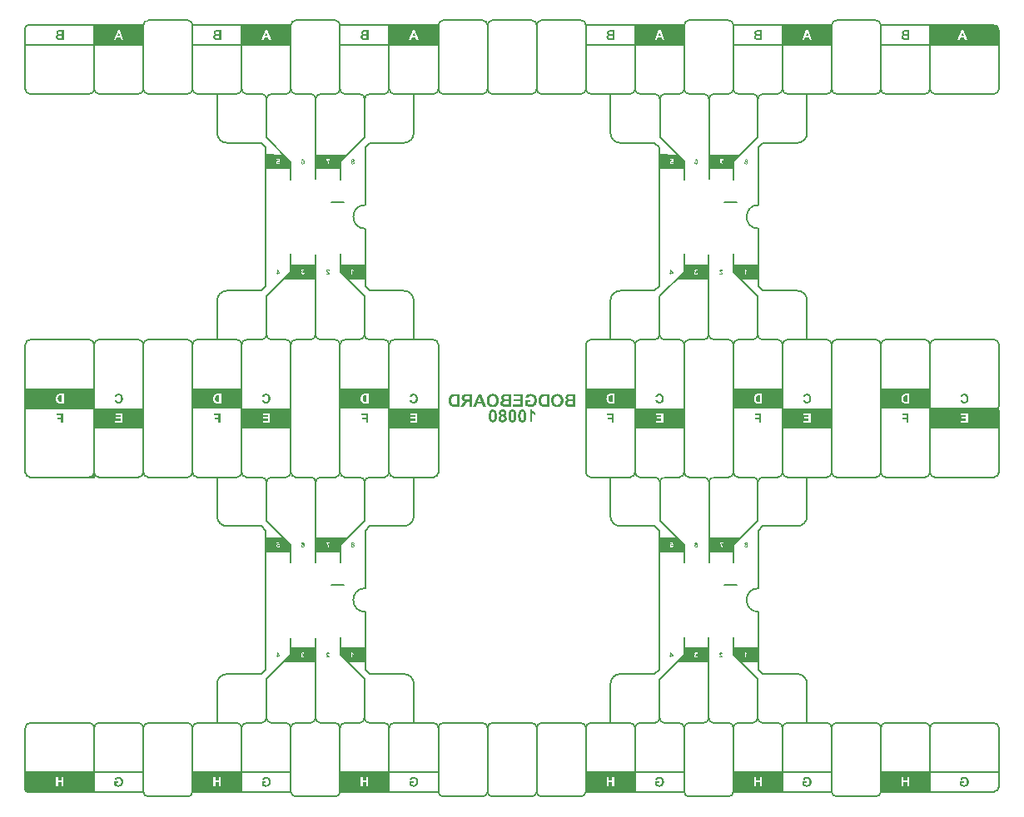
<source format=gbo>
G04*
G04 #@! TF.GenerationSoftware,Altium Limited,Altium Designer,24.6.1 (21)*
G04*
G04 Layer_Color=32896*
%FSLAX44Y44*%
%MOMM*%
G71*
G04*
G04 #@! TF.SameCoordinates,801A7B55-1520-438C-8D58-620F3B385FE8*
G04*
G04*
G04 #@! TF.FilePolarity,Positive*
G04*
G01*
G75*
%ADD10C,0.2000*%
%ADD12R,0.8250X1.5000*%
%ADD25R,0.6250X0.5500*%
%ADD26R,0.3000X0.6750*%
%ADD27R,0.4750X1.5000*%
G36*
X604021Y180197D02*
X600431D01*
X600122Y180206D01*
X599606D01*
X599391Y180215D01*
X599203D01*
X599035Y180225D01*
X598894D01*
X598772Y180234D01*
X598669D01*
X598585Y180243D01*
X598519D01*
X598472Y180253D01*
X598416D01*
X598135Y180300D01*
X597891Y180365D01*
X597666Y180440D01*
X597479Y180515D01*
X597404Y180553D01*
X597329Y180590D01*
X597263Y180628D01*
X597216Y180656D01*
X597179Y180675D01*
X597151Y180693D01*
X597132Y180712D01*
X597123D01*
X596935Y180862D01*
X596767Y181021D01*
X596626Y181181D01*
X596504Y181340D01*
X596410Y181481D01*
X596373Y181546D01*
X596345Y181593D01*
X596317Y181640D01*
X596298Y181668D01*
X596288Y181687D01*
Y181696D01*
X596185Y181931D01*
X596110Y182165D01*
X596054Y182380D01*
X596017Y182568D01*
X595998Y182736D01*
X595989Y182802D01*
X595979Y182858D01*
Y182905D01*
Y182943D01*
Y182962D01*
Y182971D01*
X595989Y183121D01*
X595998Y183271D01*
X596054Y183552D01*
X596129Y183796D01*
X596176Y183908D01*
X596213Y184002D01*
X596260Y184096D01*
X596307Y184180D01*
X596345Y184245D01*
X596382Y184302D01*
X596410Y184349D01*
X596438Y184386D01*
X596448Y184405D01*
X596457Y184414D01*
X596551Y184527D01*
X596645Y184630D01*
X596860Y184817D01*
X597085Y184967D01*
X597301Y185089D01*
X597497Y185183D01*
X597582Y185220D01*
X597657Y185248D01*
X597713Y185267D01*
X597760Y185286D01*
X597788Y185295D01*
X597798D01*
X597582Y185417D01*
X597385Y185548D01*
X597216Y185689D01*
X597076Y185820D01*
X596963Y185942D01*
X596879Y186045D01*
X596851Y186083D01*
X596832Y186111D01*
X596813Y186129D01*
Y186139D01*
X596692Y186354D01*
X596598Y186570D01*
X596532Y186776D01*
X596495Y186973D01*
X596466Y187132D01*
X596457Y187207D01*
Y187264D01*
X596448Y187310D01*
Y187348D01*
Y187367D01*
Y187376D01*
X596457Y187601D01*
X596495Y187817D01*
X596541Y188004D01*
X596598Y188173D01*
X596654Y188313D01*
X596682Y188370D01*
X596701Y188416D01*
X596720Y188454D01*
X596738Y188482D01*
X596748Y188491D01*
Y188501D01*
X596860Y188679D01*
X596982Y188838D01*
X597113Y188979D01*
X597226Y189091D01*
X597329Y189185D01*
X597413Y189251D01*
X597469Y189297D01*
X597479Y189307D01*
X597488D01*
X597657Y189410D01*
X597835Y189494D01*
X597994Y189560D01*
X598154Y189616D01*
X598294Y189653D01*
X598397Y189682D01*
X598435Y189691D01*
X598463Y189700D01*
X598491D01*
X598604Y189719D01*
X598725Y189738D01*
X598988Y189757D01*
X599269Y189775D01*
X599550Y189794D01*
X599794D01*
X599906Y189804D01*
X604021D01*
Y180197D01*
D02*
G37*
G36*
X454021D02*
X450431D01*
X450122Y180206D01*
X449606D01*
X449391Y180215D01*
X449203D01*
X449035Y180225D01*
X448894D01*
X448772Y180234D01*
X448669D01*
X448585Y180243D01*
X448519D01*
X448472Y180253D01*
X448416D01*
X448135Y180300D01*
X447891Y180365D01*
X447666Y180440D01*
X447479Y180515D01*
X447404Y180553D01*
X447329Y180590D01*
X447263Y180628D01*
X447216Y180656D01*
X447179Y180675D01*
X447151Y180693D01*
X447132Y180712D01*
X447123D01*
X446935Y180862D01*
X446767Y181021D01*
X446626Y181181D01*
X446504Y181340D01*
X446410Y181481D01*
X446373Y181546D01*
X446345Y181593D01*
X446317Y181640D01*
X446298Y181668D01*
X446288Y181687D01*
Y181696D01*
X446185Y181931D01*
X446110Y182165D01*
X446054Y182380D01*
X446017Y182568D01*
X445998Y182736D01*
X445989Y182802D01*
X445979Y182858D01*
Y182905D01*
Y182943D01*
Y182962D01*
Y182971D01*
X445989Y183121D01*
X445998Y183271D01*
X446054Y183552D01*
X446129Y183796D01*
X446176Y183908D01*
X446213Y184002D01*
X446260Y184096D01*
X446307Y184180D01*
X446345Y184245D01*
X446382Y184302D01*
X446410Y184349D01*
X446438Y184386D01*
X446448Y184405D01*
X446457Y184414D01*
X446551Y184527D01*
X446645Y184630D01*
X446860Y184817D01*
X447085Y184967D01*
X447301Y185089D01*
X447497Y185183D01*
X447582Y185220D01*
X447657Y185248D01*
X447713Y185267D01*
X447760Y185286D01*
X447788Y185295D01*
X447798D01*
X447582Y185417D01*
X447385Y185548D01*
X447216Y185689D01*
X447076Y185820D01*
X446963Y185942D01*
X446879Y186045D01*
X446851Y186083D01*
X446832Y186111D01*
X446813Y186129D01*
Y186139D01*
X446692Y186354D01*
X446598Y186570D01*
X446532Y186776D01*
X446495Y186973D01*
X446466Y187132D01*
X446457Y187207D01*
Y187264D01*
X446448Y187310D01*
Y187348D01*
Y187367D01*
Y187376D01*
X446457Y187601D01*
X446495Y187817D01*
X446541Y188004D01*
X446598Y188173D01*
X446654Y188313D01*
X446682Y188370D01*
X446701Y188416D01*
X446720Y188454D01*
X446738Y188482D01*
X446748Y188491D01*
Y188501D01*
X446860Y188679D01*
X446982Y188838D01*
X447113Y188979D01*
X447226Y189091D01*
X447329Y189185D01*
X447413Y189251D01*
X447469Y189297D01*
X447479Y189307D01*
X447488D01*
X447657Y189410D01*
X447835Y189494D01*
X447994Y189560D01*
X448154Y189616D01*
X448294Y189653D01*
X448397Y189682D01*
X448435Y189691D01*
X448463Y189700D01*
X448491D01*
X448604Y189719D01*
X448725Y189738D01*
X448988Y189757D01*
X449269Y189775D01*
X449550Y189794D01*
X449794D01*
X449906Y189804D01*
X454021D01*
Y180197D01*
D02*
G37*
G36*
X304021D02*
X300431D01*
X300122Y180206D01*
X299606D01*
X299391Y180215D01*
X299203D01*
X299035Y180225D01*
X298894D01*
X298772Y180234D01*
X298669D01*
X298585Y180243D01*
X298519D01*
X298472Y180253D01*
X298416D01*
X298135Y180300D01*
X297891Y180365D01*
X297666Y180440D01*
X297479Y180515D01*
X297404Y180553D01*
X297329Y180590D01*
X297263Y180628D01*
X297216Y180656D01*
X297179Y180675D01*
X297151Y180693D01*
X297132Y180712D01*
X297123D01*
X296935Y180862D01*
X296766Y181021D01*
X296626Y181181D01*
X296504Y181340D01*
X296410Y181481D01*
X296373Y181546D01*
X296345Y181593D01*
X296317Y181640D01*
X296298Y181668D01*
X296289Y181687D01*
Y181696D01*
X296185Y181931D01*
X296110Y182165D01*
X296054Y182380D01*
X296017Y182568D01*
X295998Y182736D01*
X295989Y182802D01*
X295979Y182858D01*
Y182905D01*
Y182943D01*
Y182962D01*
Y182971D01*
X295989Y183121D01*
X295998Y183271D01*
X296054Y183552D01*
X296129Y183796D01*
X296176Y183908D01*
X296213Y184002D01*
X296260Y184096D01*
X296307Y184180D01*
X296345Y184245D01*
X296382Y184302D01*
X296410Y184349D01*
X296438Y184386D01*
X296448Y184405D01*
X296457Y184414D01*
X296551Y184527D01*
X296645Y184630D01*
X296860Y184817D01*
X297085Y184967D01*
X297301Y185089D01*
X297498Y185183D01*
X297582Y185220D01*
X297657Y185248D01*
X297713Y185267D01*
X297760Y185286D01*
X297788Y185295D01*
X297797D01*
X297582Y185417D01*
X297385Y185548D01*
X297216Y185689D01*
X297076Y185820D01*
X296963Y185942D01*
X296879Y186045D01*
X296851Y186083D01*
X296832Y186111D01*
X296813Y186129D01*
Y186139D01*
X296691Y186354D01*
X296598Y186570D01*
X296532Y186776D01*
X296495Y186973D01*
X296467Y187132D01*
X296457Y187207D01*
Y187264D01*
X296448Y187310D01*
Y187348D01*
Y187367D01*
Y187376D01*
X296457Y187601D01*
X296495Y187817D01*
X296542Y188004D01*
X296598Y188173D01*
X296654Y188313D01*
X296682Y188370D01*
X296701Y188416D01*
X296720Y188454D01*
X296738Y188482D01*
X296748Y188491D01*
Y188501D01*
X296860Y188679D01*
X296982Y188838D01*
X297113Y188979D01*
X297226Y189091D01*
X297329Y189185D01*
X297413Y189251D01*
X297469Y189297D01*
X297479Y189307D01*
X297488D01*
X297657Y189410D01*
X297835Y189494D01*
X297994Y189560D01*
X298154Y189616D01*
X298294Y189653D01*
X298397Y189682D01*
X298435Y189691D01*
X298463Y189700D01*
X298491D01*
X298603Y189719D01*
X298725Y189738D01*
X298988Y189757D01*
X299269Y189775D01*
X299550Y189794D01*
X299794D01*
X299906Y189804D01*
X304021D01*
Y180197D01*
D02*
G37*
G36*
X54021D02*
X50431D01*
X50122Y180206D01*
X49606D01*
X49391Y180215D01*
X49203D01*
X49035Y180225D01*
X48894D01*
X48772Y180234D01*
X48669D01*
X48585Y180243D01*
X48519D01*
X48472Y180253D01*
X48416D01*
X48135Y180300D01*
X47891Y180365D01*
X47666Y180440D01*
X47479Y180515D01*
X47404Y180553D01*
X47329Y180590D01*
X47263Y180628D01*
X47216Y180656D01*
X47179Y180675D01*
X47151Y180693D01*
X47132Y180712D01*
X47123D01*
X46935Y180862D01*
X46767Y181021D01*
X46626Y181181D01*
X46504Y181340D01*
X46410Y181481D01*
X46373Y181546D01*
X46345Y181593D01*
X46317Y181640D01*
X46298Y181668D01*
X46288Y181687D01*
Y181696D01*
X46185Y181931D01*
X46110Y182165D01*
X46054Y182380D01*
X46017Y182568D01*
X45998Y182736D01*
X45988Y182802D01*
X45979Y182858D01*
Y182905D01*
Y182943D01*
Y182962D01*
Y182971D01*
X45988Y183121D01*
X45998Y183271D01*
X46054Y183552D01*
X46129Y183796D01*
X46176Y183908D01*
X46213Y184002D01*
X46260Y184096D01*
X46307Y184180D01*
X46345Y184245D01*
X46382Y184302D01*
X46410Y184349D01*
X46438Y184386D01*
X46448Y184405D01*
X46457Y184414D01*
X46551Y184527D01*
X46645Y184630D01*
X46860Y184817D01*
X47085Y184967D01*
X47301Y185089D01*
X47498Y185183D01*
X47582Y185220D01*
X47657Y185248D01*
X47713Y185267D01*
X47760Y185286D01*
X47788Y185295D01*
X47797D01*
X47582Y185417D01*
X47385Y185548D01*
X47216Y185689D01*
X47076Y185820D01*
X46963Y185942D01*
X46879Y186045D01*
X46851Y186083D01*
X46832Y186111D01*
X46813Y186129D01*
Y186139D01*
X46691Y186354D01*
X46598Y186570D01*
X46532Y186776D01*
X46495Y186973D01*
X46466Y187132D01*
X46457Y187207D01*
Y187264D01*
X46448Y187310D01*
Y187348D01*
Y187367D01*
Y187376D01*
X46457Y187601D01*
X46495Y187817D01*
X46542Y188004D01*
X46598Y188173D01*
X46654Y188313D01*
X46682Y188370D01*
X46701Y188416D01*
X46720Y188454D01*
X46738Y188482D01*
X46748Y188491D01*
Y188501D01*
X46860Y188679D01*
X46982Y188838D01*
X47113Y188979D01*
X47226Y189091D01*
X47329Y189185D01*
X47413Y189251D01*
X47469Y189297D01*
X47479Y189307D01*
X47488D01*
X47657Y189410D01*
X47835Y189494D01*
X47994Y189560D01*
X48154Y189616D01*
X48294Y189653D01*
X48397Y189682D01*
X48435Y189691D01*
X48463Y189700D01*
X48491D01*
X48604Y189719D01*
X48725Y189738D01*
X48988Y189757D01*
X49269Y189775D01*
X49550Y189794D01*
X49794D01*
X49906Y189804D01*
X54021D01*
Y180197D01*
D02*
G37*
G36*
X-95979D02*
X-99569D01*
X-99878Y180206D01*
X-100394D01*
X-100609Y180215D01*
X-100797D01*
X-100965Y180225D01*
X-101106D01*
X-101228Y180234D01*
X-101331D01*
X-101415Y180243D01*
X-101481D01*
X-101528Y180253D01*
X-101584D01*
X-101865Y180300D01*
X-102109Y180365D01*
X-102334Y180440D01*
X-102521Y180515D01*
X-102596Y180553D01*
X-102671Y180590D01*
X-102737Y180628D01*
X-102784Y180656D01*
X-102821Y180675D01*
X-102849Y180693D01*
X-102868Y180712D01*
X-102877D01*
X-103065Y180862D01*
X-103234Y181021D01*
X-103374Y181181D01*
X-103496Y181340D01*
X-103590Y181481D01*
X-103627Y181546D01*
X-103655Y181593D01*
X-103683Y181640D01*
X-103702Y181668D01*
X-103712Y181687D01*
Y181696D01*
X-103815Y181931D01*
X-103890Y182165D01*
X-103946Y182380D01*
X-103983Y182568D01*
X-104002Y182736D01*
X-104011Y182802D01*
X-104021Y182858D01*
Y182905D01*
Y182943D01*
Y182962D01*
Y182971D01*
X-104011Y183121D01*
X-104002Y183271D01*
X-103946Y183552D01*
X-103871Y183796D01*
X-103824Y183908D01*
X-103786Y184002D01*
X-103740Y184096D01*
X-103693Y184180D01*
X-103655Y184245D01*
X-103618Y184302D01*
X-103590Y184349D01*
X-103562Y184386D01*
X-103552Y184405D01*
X-103543Y184414D01*
X-103449Y184527D01*
X-103355Y184630D01*
X-103140Y184817D01*
X-102915Y184967D01*
X-102699Y185089D01*
X-102502Y185183D01*
X-102418Y185220D01*
X-102343Y185248D01*
X-102287Y185267D01*
X-102240Y185286D01*
X-102212Y185295D01*
X-102203D01*
X-102418Y185417D01*
X-102615Y185548D01*
X-102784Y185689D01*
X-102924Y185820D01*
X-103037Y185942D01*
X-103121Y186045D01*
X-103149Y186083D01*
X-103168Y186111D01*
X-103187Y186129D01*
Y186139D01*
X-103308Y186354D01*
X-103402Y186570D01*
X-103468Y186776D01*
X-103505Y186973D01*
X-103533Y187132D01*
X-103543Y187207D01*
Y187264D01*
X-103552Y187310D01*
Y187348D01*
Y187367D01*
Y187376D01*
X-103543Y187601D01*
X-103505Y187817D01*
X-103458Y188004D01*
X-103402Y188173D01*
X-103346Y188313D01*
X-103318Y188370D01*
X-103299Y188416D01*
X-103280Y188454D01*
X-103262Y188482D01*
X-103252Y188491D01*
Y188501D01*
X-103140Y188679D01*
X-103018Y188838D01*
X-102887Y188979D01*
X-102774Y189091D01*
X-102671Y189185D01*
X-102587Y189251D01*
X-102531Y189297D01*
X-102521Y189307D01*
X-102512D01*
X-102343Y189410D01*
X-102165Y189494D01*
X-102006Y189560D01*
X-101846Y189616D01*
X-101706Y189653D01*
X-101603Y189682D01*
X-101565Y189691D01*
X-101537Y189700D01*
X-101509D01*
X-101397Y189719D01*
X-101275Y189738D01*
X-101012Y189757D01*
X-100731Y189775D01*
X-100450Y189794D01*
X-100206D01*
X-100094Y189804D01*
X-95979D01*
Y180197D01*
D02*
G37*
G36*
X-255979D02*
X-259569D01*
X-259878Y180206D01*
X-260394D01*
X-260609Y180215D01*
X-260797D01*
X-260965Y180225D01*
X-261106D01*
X-261228Y180234D01*
X-261331D01*
X-261415Y180243D01*
X-261481D01*
X-261528Y180253D01*
X-261584D01*
X-261865Y180300D01*
X-262109Y180365D01*
X-262334Y180440D01*
X-262521Y180515D01*
X-262596Y180553D01*
X-262671Y180590D01*
X-262737Y180628D01*
X-262784Y180656D01*
X-262821Y180675D01*
X-262849Y180693D01*
X-262868Y180712D01*
X-262877D01*
X-263065Y180862D01*
X-263234Y181021D01*
X-263374Y181181D01*
X-263496Y181340D01*
X-263590Y181481D01*
X-263627Y181546D01*
X-263655Y181593D01*
X-263683Y181640D01*
X-263702Y181668D01*
X-263711Y181687D01*
Y181696D01*
X-263815Y181931D01*
X-263890Y182165D01*
X-263946Y182380D01*
X-263983Y182568D01*
X-264002Y182736D01*
X-264011Y182802D01*
X-264021Y182858D01*
Y182905D01*
Y182943D01*
Y182962D01*
Y182971D01*
X-264011Y183121D01*
X-264002Y183271D01*
X-263946Y183552D01*
X-263871Y183796D01*
X-263824Y183908D01*
X-263787Y184002D01*
X-263740Y184096D01*
X-263693Y184180D01*
X-263655Y184245D01*
X-263618Y184302D01*
X-263590Y184349D01*
X-263562Y184386D01*
X-263552Y184405D01*
X-263543Y184414D01*
X-263449Y184527D01*
X-263355Y184630D01*
X-263140Y184817D01*
X-262915Y184967D01*
X-262699Y185089D01*
X-262502Y185183D01*
X-262418Y185220D01*
X-262343Y185248D01*
X-262287Y185267D01*
X-262240Y185286D01*
X-262212Y185295D01*
X-262202D01*
X-262418Y185417D01*
X-262615Y185548D01*
X-262784Y185689D01*
X-262924Y185820D01*
X-263037Y185942D01*
X-263121Y186045D01*
X-263149Y186083D01*
X-263168Y186111D01*
X-263187Y186129D01*
Y186139D01*
X-263309Y186354D01*
X-263402Y186570D01*
X-263468Y186776D01*
X-263505Y186973D01*
X-263533Y187132D01*
X-263543Y187207D01*
Y187264D01*
X-263552Y187310D01*
Y187348D01*
Y187367D01*
Y187376D01*
X-263543Y187601D01*
X-263505Y187817D01*
X-263458Y188004D01*
X-263402Y188173D01*
X-263346Y188313D01*
X-263318Y188370D01*
X-263299Y188416D01*
X-263280Y188454D01*
X-263262Y188482D01*
X-263252Y188491D01*
Y188501D01*
X-263140Y188679D01*
X-263018Y188838D01*
X-262887Y188979D01*
X-262774Y189091D01*
X-262671Y189185D01*
X-262587Y189251D01*
X-262531Y189297D01*
X-262521Y189307D01*
X-262512D01*
X-262343Y189410D01*
X-262165Y189494D01*
X-262006Y189560D01*
X-261846Y189616D01*
X-261706Y189653D01*
X-261603Y189682D01*
X-261565Y189691D01*
X-261537Y189700D01*
X-261509D01*
X-261397Y189719D01*
X-261275Y189738D01*
X-261012Y189757D01*
X-260731Y189775D01*
X-260450Y189794D01*
X-260206D01*
X-260094Y189804D01*
X-255979D01*
Y180197D01*
D02*
G37*
G36*
X691000Y175000D02*
X625000D01*
Y195000D01*
X691000D01*
Y175000D01*
D02*
G37*
G36*
X525000Y195000D02*
Y175000D01*
X475000D01*
Y195000D01*
X525000D01*
D02*
G37*
G36*
X375000Y175000D02*
X325000D01*
Y195000D01*
X375000D01*
Y175000D01*
D02*
G37*
G36*
X125000D02*
X75000D01*
Y195000D01*
X125000D01*
Y175000D01*
D02*
G37*
G36*
X-25000D02*
X-75000D01*
Y195000D01*
X-25000D01*
Y175000D01*
D02*
G37*
G36*
X-175000D02*
X-225000D01*
Y195000D01*
X-175000D01*
Y175000D01*
D02*
G37*
G36*
X387246Y58598D02*
X387387Y58575D01*
X387527Y58546D01*
X387653Y58509D01*
X387771Y58457D01*
X387889Y58405D01*
X387985Y58346D01*
X388082Y58295D01*
X388163Y58235D01*
X388237Y58176D01*
X388296Y58125D01*
X388348Y58073D01*
X388392Y58036D01*
X388422Y58006D01*
X388436Y57984D01*
X388444Y57977D01*
X388532Y57851D01*
X388614Y57711D01*
X388680Y57555D01*
X388739Y57400D01*
X388791Y57230D01*
X388835Y57060D01*
X388872Y56890D01*
X388895Y56728D01*
X388917Y56572D01*
X388932Y56425D01*
X388946Y56291D01*
X388954Y56173D01*
X388961Y56077D01*
Y56003D01*
Y55981D01*
Y55959D01*
Y55951D01*
Y55944D01*
X388954Y55693D01*
X388939Y55464D01*
X388917Y55249D01*
X388880Y55057D01*
X388843Y54872D01*
X388806Y54710D01*
X388762Y54569D01*
X388710Y54436D01*
X388666Y54325D01*
X388621Y54229D01*
X388584Y54148D01*
X388540Y54082D01*
X388510Y54030D01*
X388488Y53993D01*
X388473Y53971D01*
X388466Y53963D01*
X388370Y53860D01*
X388266Y53764D01*
X388163Y53682D01*
X388052Y53616D01*
X387948Y53557D01*
X387838Y53512D01*
X387734Y53468D01*
X387638Y53438D01*
X387542Y53416D01*
X387461Y53394D01*
X387379Y53387D01*
X387313Y53372D01*
X387261D01*
X387224Y53365D01*
X387187D01*
X387054Y53372D01*
X386928Y53387D01*
X386810Y53409D01*
X386699Y53438D01*
X386589Y53475D01*
X386492Y53512D01*
X386404Y53557D01*
X386322Y53601D01*
X386249Y53645D01*
X386189Y53690D01*
X386130Y53727D01*
X386086Y53764D01*
X386049Y53793D01*
X386027Y53815D01*
X386012Y53830D01*
X386005Y53838D01*
X385923Y53926D01*
X385849Y54030D01*
X385790Y54133D01*
X385738Y54237D01*
X385687Y54340D01*
X385650Y54444D01*
X385598Y54651D01*
X385576Y54739D01*
X385561Y54828D01*
X385554Y54902D01*
X385546Y54968D01*
X385539Y55028D01*
Y55065D01*
Y55094D01*
Y55101D01*
X385546Y55242D01*
X385561Y55368D01*
X385583Y55493D01*
X385605Y55604D01*
X385642Y55715D01*
X385679Y55811D01*
X385716Y55907D01*
X385761Y55988D01*
X385805Y56062D01*
X385842Y56129D01*
X385879Y56181D01*
X385916Y56232D01*
X385938Y56269D01*
X385960Y56291D01*
X385975Y56306D01*
X385982Y56314D01*
X386064Y56395D01*
X386152Y56469D01*
X386241Y56535D01*
X386330Y56587D01*
X386418Y56631D01*
X386507Y56669D01*
X386670Y56728D01*
X386744Y56750D01*
X386818Y56765D01*
X386877Y56772D01*
X386928Y56779D01*
X386973Y56787D01*
X387032D01*
X387135Y56779D01*
X387231Y56765D01*
X387320Y56750D01*
X387409Y56720D01*
X387564Y56646D01*
X387697Y56572D01*
X387801Y56491D01*
X387845Y56454D01*
X387882Y56417D01*
X387911Y56388D01*
X387934Y56373D01*
X387941Y56358D01*
X387948Y56351D01*
X387934Y56506D01*
X387919Y56654D01*
X387904Y56787D01*
X387882Y56905D01*
X387860Y57009D01*
X387838Y57105D01*
X387816Y57186D01*
X387786Y57260D01*
X387764Y57326D01*
X387749Y57378D01*
X387727Y57422D01*
X387712Y57452D01*
X387697Y57481D01*
X387682Y57496D01*
X387675Y57511D01*
X387594Y57607D01*
X387505Y57674D01*
X387416Y57725D01*
X387335Y57755D01*
X387261Y57777D01*
X387202Y57785D01*
X387165Y57792D01*
X387150D01*
X387069Y57785D01*
X386988Y57770D01*
X386921Y57748D01*
X386869Y57725D01*
X386825Y57696D01*
X386795Y57674D01*
X386773Y57659D01*
X386766Y57652D01*
X386714Y57592D01*
X386677Y57526D01*
X386640Y57452D01*
X386618Y57385D01*
X386603Y57319D01*
X386589Y57267D01*
X386581Y57238D01*
Y57223D01*
X385635Y57326D01*
X385687Y57548D01*
X385761Y57733D01*
X385842Y57895D01*
X385923Y58036D01*
X386005Y58139D01*
X386034Y58176D01*
X386071Y58213D01*
X386093Y58235D01*
X386115Y58258D01*
X386123Y58272D01*
X386130D01*
X386204Y58331D01*
X386278Y58383D01*
X386441Y58465D01*
X386603Y58524D01*
X386751Y58561D01*
X386884Y58590D01*
X386943Y58598D01*
X386995D01*
X387032Y58605D01*
X387091D01*
X387246Y58598D01*
D02*
G37*
G36*
X-12754D02*
X-12613Y58575D01*
X-12473Y58546D01*
X-12347Y58509D01*
X-12229Y58457D01*
X-12111Y58405D01*
X-12015Y58346D01*
X-11918Y58295D01*
X-11837Y58235D01*
X-11763Y58176D01*
X-11704Y58125D01*
X-11652Y58073D01*
X-11608Y58036D01*
X-11579Y58006D01*
X-11564Y57984D01*
X-11556Y57977D01*
X-11468Y57851D01*
X-11386Y57711D01*
X-11320Y57555D01*
X-11261Y57400D01*
X-11209Y57230D01*
X-11164Y57060D01*
X-11128Y56890D01*
X-11105Y56728D01*
X-11083Y56572D01*
X-11069Y56425D01*
X-11054Y56291D01*
X-11046Y56173D01*
X-11039Y56077D01*
Y56003D01*
Y55981D01*
Y55959D01*
Y55951D01*
Y55944D01*
X-11046Y55693D01*
X-11061Y55464D01*
X-11083Y55249D01*
X-11120Y55057D01*
X-11157Y54872D01*
X-11194Y54710D01*
X-11238Y54569D01*
X-11290Y54436D01*
X-11335Y54325D01*
X-11379Y54229D01*
X-11416Y54148D01*
X-11460Y54082D01*
X-11490Y54030D01*
X-11512Y53993D01*
X-11527Y53971D01*
X-11534Y53963D01*
X-11630Y53860D01*
X-11734Y53764D01*
X-11837Y53682D01*
X-11948Y53616D01*
X-12052Y53557D01*
X-12162Y53512D01*
X-12266Y53468D01*
X-12362Y53438D01*
X-12458Y53416D01*
X-12539Y53394D01*
X-12621Y53387D01*
X-12687Y53372D01*
X-12739D01*
X-12776Y53365D01*
X-12813D01*
X-12946Y53372D01*
X-13072Y53387D01*
X-13190Y53409D01*
X-13301Y53438D01*
X-13412Y53475D01*
X-13508Y53512D01*
X-13596Y53557D01*
X-13678Y53601D01*
X-13751Y53645D01*
X-13811Y53690D01*
X-13870Y53727D01*
X-13914Y53764D01*
X-13951Y53793D01*
X-13973Y53815D01*
X-13988Y53830D01*
X-13995Y53838D01*
X-14077Y53926D01*
X-14151Y54030D01*
X-14210Y54133D01*
X-14261Y54237D01*
X-14313Y54340D01*
X-14350Y54444D01*
X-14402Y54651D01*
X-14424Y54739D01*
X-14439Y54828D01*
X-14446Y54902D01*
X-14454Y54968D01*
X-14461Y55028D01*
Y55065D01*
Y55094D01*
Y55101D01*
X-14454Y55242D01*
X-14439Y55368D01*
X-14417Y55493D01*
X-14395Y55604D01*
X-14358Y55715D01*
X-14321Y55811D01*
X-14284Y55907D01*
X-14239Y55988D01*
X-14195Y56062D01*
X-14158Y56129D01*
X-14121Y56181D01*
X-14084Y56232D01*
X-14062Y56269D01*
X-14040Y56291D01*
X-14025Y56306D01*
X-14018Y56314D01*
X-13936Y56395D01*
X-13848Y56469D01*
X-13759Y56535D01*
X-13670Y56587D01*
X-13582Y56631D01*
X-13493Y56669D01*
X-13330Y56728D01*
X-13256Y56750D01*
X-13182Y56765D01*
X-13123Y56772D01*
X-13072Y56779D01*
X-13027Y56787D01*
X-12968D01*
X-12865Y56779D01*
X-12768Y56765D01*
X-12680Y56750D01*
X-12591Y56720D01*
X-12436Y56646D01*
X-12303Y56572D01*
X-12199Y56491D01*
X-12155Y56454D01*
X-12118Y56417D01*
X-12089Y56388D01*
X-12066Y56373D01*
X-12059Y56358D01*
X-12052Y56351D01*
X-12066Y56506D01*
X-12081Y56654D01*
X-12096Y56787D01*
X-12118Y56905D01*
X-12140Y57009D01*
X-12162Y57105D01*
X-12185Y57186D01*
X-12214Y57260D01*
X-12236Y57326D01*
X-12251Y57378D01*
X-12273Y57422D01*
X-12288Y57452D01*
X-12303Y57481D01*
X-12318Y57496D01*
X-12325Y57511D01*
X-12406Y57607D01*
X-12495Y57674D01*
X-12584Y57725D01*
X-12665Y57755D01*
X-12739Y57777D01*
X-12798Y57785D01*
X-12835Y57792D01*
X-12850D01*
X-12931Y57785D01*
X-13012Y57770D01*
X-13079Y57748D01*
X-13131Y57725D01*
X-13175Y57696D01*
X-13205Y57674D01*
X-13227Y57659D01*
X-13234Y57652D01*
X-13286Y57592D01*
X-13323Y57526D01*
X-13360Y57452D01*
X-13382Y57385D01*
X-13397Y57319D01*
X-13412Y57267D01*
X-13419Y57238D01*
Y57223D01*
X-14365Y57326D01*
X-14313Y57548D01*
X-14239Y57733D01*
X-14158Y57895D01*
X-14077Y58036D01*
X-13995Y58139D01*
X-13966Y58176D01*
X-13929Y58213D01*
X-13907Y58235D01*
X-13885Y58258D01*
X-13877Y58272D01*
X-13870D01*
X-13796Y58331D01*
X-13722Y58383D01*
X-13559Y58465D01*
X-13397Y58524D01*
X-13249Y58561D01*
X-13116Y58590D01*
X-13057Y58598D01*
X-13005D01*
X-12968Y58605D01*
X-12909D01*
X-12754Y58598D01*
D02*
G37*
G36*
X438205Y58598D02*
X438331Y58590D01*
X438449Y58568D01*
X438560Y58546D01*
X438663Y58516D01*
X438760Y58487D01*
X438841Y58450D01*
X438915Y58420D01*
X438989Y58383D01*
X439048Y58346D01*
X439092Y58317D01*
X439137Y58287D01*
X439166Y58265D01*
X439188Y58243D01*
X439203Y58236D01*
X439211Y58228D01*
X439277Y58154D01*
X439343Y58080D01*
X439395Y57999D01*
X439440Y57925D01*
X439514Y57762D01*
X439558Y57615D01*
X439588Y57481D01*
X439595Y57422D01*
X439602Y57378D01*
X439610Y57334D01*
Y57304D01*
Y57289D01*
Y57282D01*
X439602Y57156D01*
X439580Y57045D01*
X439558Y56935D01*
X439521Y56846D01*
X439491Y56765D01*
X439469Y56713D01*
X439447Y56676D01*
X439440Y56661D01*
X439366Y56565D01*
X439277Y56476D01*
X439188Y56402D01*
X439092Y56336D01*
X439011Y56291D01*
X438944Y56255D01*
X438900Y56232D01*
X438893Y56225D01*
X438885D01*
X439040Y56144D01*
X439174Y56062D01*
X439284Y55974D01*
X439373Y55885D01*
X439447Y55804D01*
X439499Y55745D01*
X439528Y55700D01*
X439536Y55693D01*
Y55685D01*
X439602Y55552D01*
X439654Y55419D01*
X439684Y55286D01*
X439713Y55168D01*
X439728Y55072D01*
X439735Y54991D01*
Y54961D01*
Y54939D01*
Y54924D01*
Y54917D01*
X439728Y54776D01*
X439713Y54651D01*
X439684Y54525D01*
X439647Y54414D01*
X439610Y54303D01*
X439565Y54207D01*
X439514Y54118D01*
X439462Y54037D01*
X439410Y53971D01*
X439358Y53904D01*
X439314Y53852D01*
X439277Y53808D01*
X439240Y53771D01*
X439211Y53749D01*
X439196Y53734D01*
X439188Y53727D01*
X439100Y53660D01*
X439003Y53608D01*
X438908Y53557D01*
X438811Y53520D01*
X438619Y53453D01*
X438434Y53409D01*
X438346Y53394D01*
X438272Y53387D01*
X438205Y53379D01*
X438146Y53372D01*
X438094Y53365D01*
X438028D01*
X437887Y53372D01*
X437762Y53387D01*
X437636Y53409D01*
X437518Y53431D01*
X437414Y53468D01*
X437318Y53505D01*
X437222Y53542D01*
X437141Y53586D01*
X437067Y53631D01*
X437008Y53668D01*
X436949Y53705D01*
X436904Y53741D01*
X436867Y53764D01*
X436845Y53786D01*
X436830Y53801D01*
X436823Y53808D01*
X436742Y53897D01*
X436675Y53985D01*
X436609Y54082D01*
X436557Y54178D01*
X436513Y54274D01*
X436476Y54370D01*
X436424Y54555D01*
X436402Y54636D01*
X436387Y54710D01*
X436380Y54784D01*
X436372Y54843D01*
X436365Y54895D01*
Y54932D01*
Y54954D01*
Y54961D01*
X436372Y55116D01*
X436402Y55257D01*
X436431Y55390D01*
X436476Y55501D01*
X436513Y55589D01*
X436550Y55656D01*
X436579Y55700D01*
X436587Y55715D01*
X436675Y55833D01*
X436779Y55937D01*
X436890Y56025D01*
X436993Y56092D01*
X437089Y56151D01*
X437163Y56195D01*
X437193Y56210D01*
X437215Y56218D01*
X437230Y56225D01*
X437237D01*
X437119Y56284D01*
X437015Y56351D01*
X436927Y56417D01*
X436853Y56491D01*
X436794Y56550D01*
X436757Y56602D01*
X436727Y56631D01*
X436720Y56646D01*
X436653Y56757D01*
X436609Y56868D01*
X436572Y56972D01*
X436550Y57068D01*
X436535Y57156D01*
X436527Y57223D01*
Y57267D01*
Y57275D01*
Y57282D01*
X436535Y57386D01*
X436542Y57489D01*
X436594Y57674D01*
X436653Y57829D01*
X436727Y57969D01*
X436808Y58080D01*
X436838Y58125D01*
X436867Y58162D01*
X436897Y58191D01*
X436919Y58213D01*
X436927Y58221D01*
X436934Y58228D01*
X437015Y58295D01*
X437097Y58354D01*
X437193Y58405D01*
X437281Y58450D01*
X437473Y58516D01*
X437658Y58561D01*
X437740Y58576D01*
X437821Y58583D01*
X437887Y58590D01*
X437954Y58598D01*
X437998Y58605D01*
X438072D01*
X438205Y58598D01*
D02*
G37*
G36*
X38205D02*
X38331Y58590D01*
X38449Y58568D01*
X38560Y58546D01*
X38663Y58516D01*
X38760Y58487D01*
X38841Y58450D01*
X38915Y58420D01*
X38989Y58383D01*
X39048Y58346D01*
X39092Y58317D01*
X39137Y58287D01*
X39166Y58265D01*
X39188Y58243D01*
X39203Y58236D01*
X39211Y58228D01*
X39277Y58154D01*
X39344Y58080D01*
X39395Y57999D01*
X39440Y57925D01*
X39513Y57762D01*
X39558Y57615D01*
X39587Y57481D01*
X39595Y57422D01*
X39602Y57378D01*
X39610Y57334D01*
Y57304D01*
Y57289D01*
Y57282D01*
X39602Y57156D01*
X39580Y57045D01*
X39558Y56935D01*
X39521Y56846D01*
X39491Y56765D01*
X39469Y56713D01*
X39447Y56676D01*
X39440Y56661D01*
X39366Y56565D01*
X39277Y56476D01*
X39188Y56402D01*
X39092Y56336D01*
X39011Y56291D01*
X38944Y56255D01*
X38900Y56232D01*
X38893Y56225D01*
X38885D01*
X39041Y56144D01*
X39174Y56062D01*
X39284Y55974D01*
X39373Y55885D01*
X39447Y55804D01*
X39499Y55745D01*
X39528Y55700D01*
X39536Y55693D01*
Y55685D01*
X39602Y55552D01*
X39654Y55419D01*
X39683Y55286D01*
X39713Y55168D01*
X39728Y55072D01*
X39735Y54991D01*
Y54961D01*
Y54939D01*
Y54924D01*
Y54917D01*
X39728Y54776D01*
X39713Y54651D01*
X39683Y54525D01*
X39647Y54414D01*
X39610Y54303D01*
X39565Y54207D01*
X39513Y54118D01*
X39462Y54037D01*
X39410Y53971D01*
X39358Y53904D01*
X39314Y53852D01*
X39277Y53808D01*
X39240Y53771D01*
X39211Y53749D01*
X39196Y53734D01*
X39188Y53727D01*
X39100Y53660D01*
X39004Y53608D01*
X38907Y53557D01*
X38811Y53520D01*
X38619Y53453D01*
X38434Y53409D01*
X38346Y53394D01*
X38272Y53387D01*
X38205Y53379D01*
X38146Y53372D01*
X38094Y53365D01*
X38028D01*
X37887Y53372D01*
X37762Y53387D01*
X37636Y53409D01*
X37518Y53431D01*
X37414Y53468D01*
X37318Y53505D01*
X37222Y53542D01*
X37141Y53586D01*
X37067Y53631D01*
X37008Y53668D01*
X36949Y53705D01*
X36904Y53741D01*
X36867Y53764D01*
X36845Y53786D01*
X36830Y53801D01*
X36823Y53808D01*
X36742Y53897D01*
X36675Y53985D01*
X36609Y54082D01*
X36557Y54178D01*
X36513Y54274D01*
X36476Y54370D01*
X36424Y54555D01*
X36402Y54636D01*
X36387Y54710D01*
X36380Y54784D01*
X36372Y54843D01*
X36365Y54895D01*
Y54932D01*
Y54954D01*
Y54961D01*
X36372Y55116D01*
X36402Y55257D01*
X36431Y55390D01*
X36476Y55501D01*
X36513Y55589D01*
X36550Y55656D01*
X36579Y55700D01*
X36586Y55715D01*
X36675Y55833D01*
X36779Y55937D01*
X36890Y56025D01*
X36993Y56092D01*
X37089Y56151D01*
X37163Y56195D01*
X37193Y56210D01*
X37215Y56218D01*
X37230Y56225D01*
X37237D01*
X37119Y56284D01*
X37015Y56351D01*
X36927Y56417D01*
X36853Y56491D01*
X36793Y56550D01*
X36756Y56602D01*
X36727Y56631D01*
X36720Y56646D01*
X36653Y56757D01*
X36609Y56868D01*
X36572Y56972D01*
X36550Y57068D01*
X36535Y57156D01*
X36527Y57223D01*
Y57267D01*
Y57275D01*
Y57282D01*
X36535Y57386D01*
X36542Y57489D01*
X36594Y57674D01*
X36653Y57829D01*
X36727Y57969D01*
X36808Y58080D01*
X36838Y58125D01*
X36867Y58162D01*
X36897Y58191D01*
X36919Y58213D01*
X36927Y58221D01*
X36934Y58228D01*
X37015Y58295D01*
X37097Y58354D01*
X37193Y58405D01*
X37281Y58450D01*
X37473Y58516D01*
X37658Y58561D01*
X37740Y58576D01*
X37821Y58583D01*
X37887Y58590D01*
X37954Y58598D01*
X37998Y58605D01*
X38072D01*
X38205Y58598D01*
D02*
G37*
G36*
X425550Y63500D02*
X432250D01*
X425550Y56800D01*
Y48469D01*
X400300D01*
Y63500D01*
X425550D01*
Y63500D01*
D02*
G37*
G36*
X25550D02*
X32250D01*
X25550Y56800D01*
Y48469D01*
X300D01*
Y63500D01*
X25550D01*
Y63500D01*
D02*
G37*
G36*
X367000Y63500D02*
X367250D01*
Y63250D01*
X374750Y55750D01*
Y48500D01*
X367250D01*
Y48469D01*
X357000D01*
Y63500D01*
X366750D01*
Y63750D01*
X367000Y63500D01*
D02*
G37*
G36*
X-33000D02*
X-32750D01*
Y63250D01*
X-25250Y55750D01*
Y48500D01*
X-32750D01*
Y48469D01*
X-43000D01*
Y63500D01*
X-33250D01*
Y63750D01*
X-33000Y63500D01*
D02*
G37*
G36*
X412780Y-53428D02*
X412904Y-53438D01*
X413019Y-53458D01*
X413128Y-53478D01*
X413228Y-53503D01*
X413323Y-53533D01*
X413412Y-53568D01*
X413492Y-53597D01*
X413562Y-53632D01*
X413626Y-53667D01*
X413676Y-53697D01*
X413721Y-53722D01*
X413761Y-53742D01*
X413786Y-53762D01*
X413801Y-53772D01*
X413806Y-53777D01*
X413885Y-53846D01*
X413960Y-53926D01*
X414025Y-54016D01*
X414084Y-54105D01*
X414134Y-54200D01*
X414179Y-54300D01*
X414219Y-54394D01*
X414249Y-54489D01*
X414273Y-54578D01*
X414298Y-54663D01*
X414313Y-54738D01*
X414328Y-54807D01*
X414338Y-54862D01*
X414343Y-54902D01*
X414348Y-54927D01*
Y-54937D01*
X413372Y-55031D01*
X413367Y-54957D01*
X413357Y-54882D01*
X413343Y-54817D01*
X413327Y-54757D01*
X413313Y-54703D01*
X413298Y-54653D01*
X413278Y-54608D01*
X413263Y-54568D01*
X413228Y-54504D01*
X413198Y-54459D01*
X413178Y-54434D01*
X413168Y-54424D01*
X413094Y-54359D01*
X413014Y-54314D01*
X412934Y-54279D01*
X412855Y-54260D01*
X412785Y-54245D01*
X412730Y-54240D01*
X412710Y-54235D01*
X412680D01*
X412571Y-54245D01*
X412476Y-54265D01*
X412392Y-54289D01*
X412322Y-54324D01*
X412267Y-54359D01*
X412227Y-54384D01*
X412207Y-54404D01*
X412197Y-54414D01*
X412138Y-54484D01*
X412093Y-54568D01*
X412063Y-54648D01*
X412038Y-54733D01*
X412028Y-54802D01*
X412023Y-54862D01*
X412018Y-54887D01*
Y-54902D01*
Y-54912D01*
Y-54917D01*
X412028Y-55026D01*
X412048Y-55136D01*
X412083Y-55235D01*
X412118Y-55325D01*
X412158Y-55405D01*
X412173Y-55434D01*
X412192Y-55464D01*
X412202Y-55484D01*
X412212Y-55499D01*
X412222Y-55509D01*
Y-55514D01*
X412257Y-55559D01*
X412302Y-55614D01*
X412352Y-55673D01*
X412411Y-55738D01*
X412476Y-55803D01*
X412546Y-55873D01*
X412685Y-56012D01*
X412750Y-56082D01*
X412815Y-56142D01*
X412874Y-56201D01*
X412929Y-56251D01*
X412969Y-56291D01*
X413004Y-56326D01*
X413024Y-56346D01*
X413034Y-56351D01*
X413183Y-56490D01*
X413318Y-56619D01*
X413442Y-56744D01*
X413552Y-56863D01*
X413651Y-56973D01*
X413741Y-57072D01*
X413820Y-57167D01*
X413890Y-57247D01*
X413950Y-57321D01*
X414005Y-57386D01*
X414044Y-57446D01*
X414079Y-57491D01*
X414104Y-57526D01*
X414119Y-57555D01*
X414129Y-57570D01*
X414134Y-57575D01*
X414184Y-57660D01*
X414229Y-57750D01*
X414298Y-57919D01*
X414358Y-58083D01*
X414383Y-58158D01*
X414403Y-58232D01*
X414418Y-58297D01*
X414433Y-58362D01*
X414443Y-58412D01*
X414448Y-58456D01*
X414458Y-58496D01*
Y-58521D01*
X414463Y-58541D01*
Y-58546D01*
X411037D01*
Y-57635D01*
X412979D01*
X412919Y-57540D01*
X412884Y-57491D01*
X412855Y-57451D01*
X412825Y-57416D01*
X412805Y-57391D01*
X412790Y-57371D01*
X412785Y-57366D01*
X412760Y-57336D01*
X412725Y-57301D01*
X412685Y-57262D01*
X412640Y-57217D01*
X412546Y-57127D01*
X412446Y-57033D01*
X412352Y-56943D01*
X412307Y-56908D01*
X412272Y-56873D01*
X412242Y-56843D01*
X412217Y-56824D01*
X412202Y-56809D01*
X412197Y-56804D01*
X412113Y-56724D01*
X412033Y-56654D01*
X411964Y-56585D01*
X411899Y-56525D01*
X411839Y-56465D01*
X411789Y-56410D01*
X411739Y-56361D01*
X411700Y-56321D01*
X411665Y-56281D01*
X411635Y-56246D01*
X411610Y-56216D01*
X411590Y-56191D01*
X411575Y-56176D01*
X411565Y-56161D01*
X411555Y-56156D01*
Y-56151D01*
X411461Y-56027D01*
X411381Y-55908D01*
X411311Y-55798D01*
X411256Y-55698D01*
X411217Y-55619D01*
X411197Y-55584D01*
X411187Y-55559D01*
X411177Y-55534D01*
X411167Y-55519D01*
X411162Y-55509D01*
Y-55504D01*
X411122Y-55385D01*
X411092Y-55270D01*
X411067Y-55161D01*
X411052Y-55056D01*
X411043Y-54971D01*
Y-54937D01*
X411037Y-54907D01*
Y-54882D01*
Y-54862D01*
Y-54852D01*
Y-54847D01*
X411043Y-54738D01*
X411057Y-54628D01*
X411077Y-54528D01*
X411107Y-54434D01*
X411137Y-54344D01*
X411172Y-54260D01*
X411212Y-54180D01*
X411252Y-54110D01*
X411296Y-54050D01*
X411331Y-53991D01*
X411371Y-53946D01*
X411401Y-53906D01*
X411431Y-53871D01*
X411451Y-53851D01*
X411466Y-53836D01*
X411471Y-53832D01*
X411555Y-53762D01*
X411645Y-53697D01*
X411739Y-53642D01*
X411839Y-53597D01*
X411939Y-53558D01*
X412038Y-53523D01*
X412133Y-53498D01*
X412227Y-53473D01*
X412312Y-53458D01*
X412397Y-53443D01*
X412466Y-53433D01*
X412531Y-53428D01*
X412581D01*
X412621Y-53423D01*
X412655D01*
X412780Y-53428D01*
D02*
G37*
G36*
X363785Y-56669D02*
Y-57520D01*
X361694D01*
Y-58546D01*
X360748D01*
Y-57520D01*
X360116D01*
Y-56664D01*
X360748D01*
Y-53423D01*
X361569D01*
X363785Y-56669D01*
D02*
G37*
G36*
X-36215D02*
Y-57520D01*
X-38306D01*
Y-58546D01*
X-39252D01*
Y-57520D01*
X-39885D01*
Y-56664D01*
X-39252D01*
Y-53423D01*
X-38431D01*
X-36215Y-56669D01*
D02*
G37*
G36*
X399700Y-63500D02*
X374750D01*
Y-63500D01*
X367750D01*
X374450Y-56800D01*
Y-48469D01*
X399700D01*
Y-63500D01*
D02*
G37*
G36*
X-300D02*
X-25250D01*
Y-63500D01*
X-32250D01*
X-25550Y-56800D01*
Y-48469D01*
X-300D01*
Y-63500D01*
D02*
G37*
G36*
X443000Y-63500D02*
X433250D01*
Y-63750D01*
X433000Y-63500D01*
X432750D01*
Y-63250D01*
X425250Y-55750D01*
Y-48500D01*
X432750D01*
Y-48469D01*
X443000D01*
Y-63500D01*
D02*
G37*
G36*
X43000D02*
X33250D01*
Y-63750D01*
X33000Y-63500D01*
X32750D01*
Y-63250D01*
X25250Y-55750D01*
Y-48500D01*
X32750D01*
Y-48469D01*
X43000D01*
Y-63500D01*
D02*
G37*
G36*
X500061Y-180051D02*
X500417Y-180089D01*
X500745Y-180154D01*
X501054Y-180239D01*
X501345Y-180342D01*
X501607Y-180454D01*
X501851Y-180576D01*
X502076Y-180698D01*
X502273Y-180820D01*
X502451Y-180942D01*
X502601Y-181054D01*
X502723Y-181157D01*
X502817Y-181241D01*
X502892Y-181307D01*
X502929Y-181345D01*
X502948Y-181363D01*
X503163Y-181626D01*
X503360Y-181907D01*
X503519Y-182197D01*
X503660Y-182507D01*
X503782Y-182816D01*
X503885Y-183125D01*
X503960Y-183435D01*
X504025Y-183725D01*
X504082Y-184006D01*
X504119Y-184259D01*
X504147Y-184494D01*
X504166Y-184700D01*
X504175Y-184784D01*
Y-184859D01*
Y-184934D01*
X504185Y-184991D01*
Y-185037D01*
Y-185065D01*
Y-185084D01*
Y-185094D01*
X504166Y-185506D01*
X504129Y-185900D01*
X504072Y-186265D01*
X503988Y-186612D01*
X503904Y-186931D01*
X503801Y-187221D01*
X503688Y-187484D01*
X503566Y-187727D01*
X503454Y-187943D01*
X503341Y-188130D01*
X503238Y-188290D01*
X503144Y-188421D01*
X503069Y-188533D01*
X503013Y-188608D01*
X502966Y-188646D01*
X502957Y-188665D01*
X502723Y-188890D01*
X502470Y-189096D01*
X502207Y-189264D01*
X501945Y-189414D01*
X501682Y-189546D01*
X501420Y-189649D01*
X501167Y-189733D01*
X500923Y-189808D01*
X500689Y-189855D01*
X500483Y-189902D01*
X500295Y-189930D01*
X500126Y-189949D01*
X499995Y-189958D01*
X499892Y-189967D01*
X499808D01*
X499527Y-189958D01*
X499255Y-189930D01*
X499002Y-189892D01*
X498758Y-189846D01*
X498533Y-189789D01*
X498318Y-189724D01*
X498130Y-189658D01*
X497952Y-189583D01*
X497793Y-189517D01*
X497662Y-189452D01*
X497540Y-189386D01*
X497437Y-189330D01*
X497362Y-189274D01*
X497305Y-189236D01*
X497268Y-189218D01*
X497258Y-189208D01*
X497080Y-189058D01*
X496912Y-188890D01*
X496752Y-188702D01*
X496612Y-188515D01*
X496481Y-188327D01*
X496359Y-188130D01*
X496256Y-187934D01*
X496162Y-187746D01*
X496078Y-187568D01*
X496003Y-187399D01*
X495946Y-187249D01*
X495900Y-187118D01*
X495862Y-187015D01*
X495834Y-186931D01*
X495825Y-186884D01*
X495815Y-186865D01*
X497699Y-186265D01*
X497746Y-186453D01*
X497802Y-186640D01*
X497868Y-186799D01*
X497924Y-186959D01*
X497990Y-187099D01*
X498065Y-187221D01*
X498130Y-187334D01*
X498196Y-187437D01*
X498252Y-187530D01*
X498318Y-187605D01*
X498364Y-187671D01*
X498411Y-187727D01*
X498449Y-187765D01*
X498477Y-187793D01*
X498496Y-187812D01*
X498505Y-187821D01*
X498608Y-187905D01*
X498721Y-187980D01*
X498833Y-188046D01*
X498946Y-188102D01*
X499170Y-188187D01*
X499377Y-188243D01*
X499470Y-188271D01*
X499564Y-188280D01*
X499639Y-188290D01*
X499705Y-188299D01*
X499761Y-188308D01*
X499836D01*
X500023Y-188299D01*
X500211Y-188271D01*
X500380Y-188234D01*
X500548Y-188187D01*
X500698Y-188130D01*
X500839Y-188065D01*
X500970Y-187999D01*
X501082Y-187924D01*
X501186Y-187849D01*
X501279Y-187784D01*
X501354Y-187718D01*
X501420Y-187662D01*
X501476Y-187615D01*
X501514Y-187568D01*
X501532Y-187549D01*
X501542Y-187540D01*
X501654Y-187381D01*
X501757Y-187212D01*
X501842Y-187015D01*
X501917Y-186809D01*
X501982Y-186593D01*
X502029Y-186378D01*
X502076Y-186162D01*
X502104Y-185956D01*
X502132Y-185750D01*
X502151Y-185562D01*
X502170Y-185394D01*
X502179Y-185244D01*
X502188Y-185122D01*
Y-185028D01*
Y-184991D01*
Y-184962D01*
Y-184953D01*
Y-184944D01*
X502179Y-184634D01*
X502160Y-184344D01*
X502132Y-184081D01*
X502085Y-183828D01*
X502038Y-183603D01*
X501982Y-183407D01*
X501917Y-183219D01*
X501861Y-183060D01*
X501795Y-182919D01*
X501739Y-182797D01*
X501682Y-182694D01*
X501636Y-182610D01*
X501589Y-182544D01*
X501561Y-182497D01*
X501542Y-182469D01*
X501532Y-182460D01*
X501401Y-182329D01*
X501270Y-182207D01*
X501129Y-182104D01*
X500979Y-182019D01*
X500839Y-181944D01*
X500689Y-181879D01*
X500548Y-181832D01*
X500417Y-181785D01*
X500286Y-181757D01*
X500173Y-181729D01*
X500070Y-181710D01*
X499977Y-181701D01*
X499902D01*
X499845Y-181691D01*
X499658D01*
X499517Y-181710D01*
X499264Y-181757D01*
X499039Y-181832D01*
X498852Y-181907D01*
X498768Y-181954D01*
X498693Y-181991D01*
X498636Y-182029D01*
X498580Y-182066D01*
X498543Y-182094D01*
X498514Y-182113D01*
X498496Y-182122D01*
X498486Y-182132D01*
X498299Y-182310D01*
X498139Y-182497D01*
X498018Y-182694D01*
X497924Y-182882D01*
X497849Y-183050D01*
X497821Y-183116D01*
X497802Y-183182D01*
X497783Y-183228D01*
X497774Y-183266D01*
X497765Y-183294D01*
Y-183304D01*
X495843Y-182844D01*
X495909Y-182638D01*
X495984Y-182441D01*
X496059Y-182254D01*
X496134Y-182085D01*
X496218Y-181926D01*
X496302Y-181776D01*
X496377Y-181644D01*
X496462Y-181532D01*
X496537Y-181429D01*
X496602Y-181335D01*
X496668Y-181260D01*
X496715Y-181195D01*
X496762Y-181148D01*
X496799Y-181110D01*
X496818Y-181091D01*
X496827Y-181082D01*
X497043Y-180895D01*
X497268Y-180735D01*
X497502Y-180595D01*
X497746Y-180473D01*
X497980Y-180370D01*
X498224Y-180285D01*
X498449Y-180220D01*
X498674Y-180164D01*
X498889Y-180117D01*
X499077Y-180089D01*
X499255Y-180061D01*
X499405Y-180051D01*
X499527Y-180042D01*
X499620Y-180032D01*
X499695D01*
X500061Y-180051D01*
D02*
G37*
G36*
X-199939Y-180051D02*
X-199583Y-180089D01*
X-199255Y-180154D01*
X-198946Y-180239D01*
X-198655Y-180342D01*
X-198393Y-180454D01*
X-198149Y-180576D01*
X-197924Y-180698D01*
X-197727Y-180820D01*
X-197549Y-180942D01*
X-197399Y-181054D01*
X-197277Y-181157D01*
X-197183Y-181241D01*
X-197108Y-181307D01*
X-197071Y-181345D01*
X-197052Y-181363D01*
X-196837Y-181626D01*
X-196640Y-181907D01*
X-196481Y-182197D01*
X-196340Y-182507D01*
X-196218Y-182816D01*
X-196115Y-183125D01*
X-196040Y-183435D01*
X-195975Y-183725D01*
X-195918Y-184006D01*
X-195881Y-184259D01*
X-195853Y-184494D01*
X-195834Y-184700D01*
X-195825Y-184784D01*
Y-184859D01*
Y-184934D01*
X-195815Y-184991D01*
Y-185037D01*
Y-185065D01*
Y-185084D01*
Y-185094D01*
X-195834Y-185506D01*
X-195871Y-185900D01*
X-195928Y-186265D01*
X-196012Y-186612D01*
X-196096Y-186931D01*
X-196199Y-187221D01*
X-196312Y-187484D01*
X-196434Y-187727D01*
X-196546Y-187943D01*
X-196659Y-188130D01*
X-196762Y-188290D01*
X-196856Y-188421D01*
X-196931Y-188533D01*
X-196987Y-188608D01*
X-197034Y-188646D01*
X-197043Y-188665D01*
X-197277Y-188890D01*
X-197530Y-189096D01*
X-197793Y-189265D01*
X-198055Y-189414D01*
X-198318Y-189546D01*
X-198580Y-189649D01*
X-198833Y-189733D01*
X-199077Y-189808D01*
X-199311Y-189855D01*
X-199517Y-189902D01*
X-199705Y-189930D01*
X-199874Y-189949D01*
X-200005Y-189958D01*
X-200108Y-189967D01*
X-200192D01*
X-200473Y-189958D01*
X-200745Y-189930D01*
X-200998Y-189892D01*
X-201242Y-189846D01*
X-201467Y-189789D01*
X-201682Y-189724D01*
X-201870Y-189658D01*
X-202048Y-189583D01*
X-202207Y-189517D01*
X-202339Y-189452D01*
X-202460Y-189386D01*
X-202563Y-189330D01*
X-202638Y-189274D01*
X-202695Y-189236D01*
X-202732Y-189218D01*
X-202742Y-189208D01*
X-202920Y-189058D01*
X-203088Y-188890D01*
X-203248Y-188702D01*
X-203388Y-188515D01*
X-203519Y-188327D01*
X-203641Y-188130D01*
X-203744Y-187934D01*
X-203838Y-187746D01*
X-203922Y-187568D01*
X-203997Y-187399D01*
X-204054Y-187249D01*
X-204100Y-187118D01*
X-204138Y-187015D01*
X-204166Y-186931D01*
X-204175Y-186884D01*
X-204185Y-186865D01*
X-202301Y-186265D01*
X-202254Y-186453D01*
X-202198Y-186640D01*
X-202132Y-186800D01*
X-202076Y-186959D01*
X-202010Y-187099D01*
X-201935Y-187221D01*
X-201870Y-187334D01*
X-201804Y-187437D01*
X-201748Y-187530D01*
X-201682Y-187605D01*
X-201635Y-187671D01*
X-201589Y-187727D01*
X-201551Y-187765D01*
X-201523Y-187793D01*
X-201504Y-187812D01*
X-201495Y-187821D01*
X-201392Y-187905D01*
X-201279Y-187980D01*
X-201167Y-188046D01*
X-201054Y-188102D01*
X-200830Y-188187D01*
X-200623Y-188243D01*
X-200529Y-188271D01*
X-200436Y-188280D01*
X-200361Y-188290D01*
X-200295Y-188299D01*
X-200239Y-188309D01*
X-200164D01*
X-199977Y-188299D01*
X-199789Y-188271D01*
X-199620Y-188234D01*
X-199452Y-188187D01*
X-199302Y-188130D01*
X-199161Y-188065D01*
X-199030Y-187999D01*
X-198918Y-187924D01*
X-198814Y-187849D01*
X-198721Y-187784D01*
X-198646Y-187718D01*
X-198580Y-187662D01*
X-198524Y-187615D01*
X-198486Y-187568D01*
X-198468Y-187549D01*
X-198458Y-187540D01*
X-198346Y-187381D01*
X-198243Y-187212D01*
X-198158Y-187015D01*
X-198083Y-186809D01*
X-198018Y-186593D01*
X-197971Y-186378D01*
X-197924Y-186162D01*
X-197896Y-185956D01*
X-197868Y-185750D01*
X-197849Y-185562D01*
X-197830Y-185394D01*
X-197821Y-185244D01*
X-197812Y-185122D01*
Y-185028D01*
Y-184991D01*
Y-184962D01*
Y-184953D01*
Y-184944D01*
X-197821Y-184634D01*
X-197840Y-184344D01*
X-197868Y-184081D01*
X-197915Y-183828D01*
X-197962Y-183603D01*
X-198018Y-183407D01*
X-198083Y-183219D01*
X-198139Y-183060D01*
X-198205Y-182919D01*
X-198261Y-182797D01*
X-198318Y-182694D01*
X-198365Y-182610D01*
X-198411Y-182544D01*
X-198440Y-182498D01*
X-198458Y-182469D01*
X-198468Y-182460D01*
X-198599Y-182329D01*
X-198730Y-182207D01*
X-198871Y-182104D01*
X-199021Y-182019D01*
X-199161Y-181945D01*
X-199311Y-181879D01*
X-199452Y-181832D01*
X-199583Y-181785D01*
X-199714Y-181757D01*
X-199827Y-181729D01*
X-199930Y-181710D01*
X-200023Y-181701D01*
X-200098D01*
X-200155Y-181691D01*
X-200342D01*
X-200483Y-181710D01*
X-200736Y-181757D01*
X-200961Y-181832D01*
X-201148Y-181907D01*
X-201232Y-181954D01*
X-201308Y-181991D01*
X-201364Y-182029D01*
X-201420Y-182066D01*
X-201457Y-182094D01*
X-201486Y-182113D01*
X-201504Y-182122D01*
X-201514Y-182132D01*
X-201701Y-182310D01*
X-201861Y-182498D01*
X-201982Y-182694D01*
X-202076Y-182882D01*
X-202151Y-183050D01*
X-202179Y-183116D01*
X-202198Y-183182D01*
X-202217Y-183228D01*
X-202226Y-183266D01*
X-202235Y-183294D01*
Y-183304D01*
X-204157Y-182844D01*
X-204091Y-182638D01*
X-204016Y-182441D01*
X-203941Y-182254D01*
X-203866Y-182085D01*
X-203782Y-181926D01*
X-203697Y-181776D01*
X-203622Y-181644D01*
X-203538Y-181532D01*
X-203463Y-181429D01*
X-203398Y-181335D01*
X-203332Y-181260D01*
X-203285Y-181195D01*
X-203238Y-181148D01*
X-203201Y-181110D01*
X-203182Y-181092D01*
X-203173Y-181082D01*
X-202957Y-180895D01*
X-202732Y-180735D01*
X-202498Y-180595D01*
X-202254Y-180473D01*
X-202020Y-180370D01*
X-201776Y-180285D01*
X-201551Y-180220D01*
X-201326Y-180164D01*
X-201111Y-180117D01*
X-200923Y-180089D01*
X-200745Y-180061D01*
X-200595Y-180051D01*
X-200473Y-180042D01*
X-200380Y-180033D01*
X-200305D01*
X-199939Y-180051D01*
D02*
G37*
G36*
X350061Y-180051D02*
X350417Y-180089D01*
X350745Y-180154D01*
X351054Y-180239D01*
X351345Y-180342D01*
X351607Y-180454D01*
X351851Y-180576D01*
X352076Y-180698D01*
X352273Y-180820D01*
X352451Y-180942D01*
X352601Y-181054D01*
X352723Y-181157D01*
X352817Y-181241D01*
X352891Y-181307D01*
X352929Y-181345D01*
X352948Y-181363D01*
X353163Y-181626D01*
X353360Y-181907D01*
X353519Y-182198D01*
X353660Y-182507D01*
X353782Y-182816D01*
X353885Y-183125D01*
X353960Y-183435D01*
X354025Y-183725D01*
X354082Y-184007D01*
X354119Y-184259D01*
X354147Y-184494D01*
X354166Y-184700D01*
X354175Y-184784D01*
Y-184859D01*
Y-184934D01*
X354185Y-184991D01*
Y-185037D01*
Y-185066D01*
Y-185084D01*
Y-185094D01*
X354166Y-185506D01*
X354129Y-185900D01*
X354072Y-186265D01*
X353988Y-186612D01*
X353904Y-186931D01*
X353801Y-187221D01*
X353688Y-187484D01*
X353566Y-187727D01*
X353454Y-187943D01*
X353341Y-188130D01*
X353238Y-188290D01*
X353144Y-188421D01*
X353069Y-188533D01*
X353013Y-188608D01*
X352966Y-188646D01*
X352957Y-188665D01*
X352723Y-188890D01*
X352470Y-189096D01*
X352207Y-189265D01*
X351945Y-189415D01*
X351682Y-189546D01*
X351420Y-189649D01*
X351167Y-189733D01*
X350923Y-189808D01*
X350689Y-189855D01*
X350483Y-189902D01*
X350295Y-189930D01*
X350126Y-189949D01*
X349995Y-189958D01*
X349892Y-189967D01*
X349808D01*
X349527Y-189958D01*
X349255Y-189930D01*
X349002Y-189893D01*
X348758Y-189846D01*
X348533Y-189789D01*
X348318Y-189724D01*
X348130Y-189658D01*
X347952Y-189583D01*
X347793Y-189518D01*
X347662Y-189452D01*
X347540Y-189386D01*
X347437Y-189330D01*
X347362Y-189274D01*
X347305Y-189236D01*
X347268Y-189218D01*
X347258Y-189208D01*
X347080Y-189058D01*
X346912Y-188890D01*
X346752Y-188702D01*
X346612Y-188515D01*
X346481Y-188327D01*
X346359Y-188130D01*
X346256Y-187934D01*
X346162Y-187746D01*
X346078Y-187568D01*
X346003Y-187399D01*
X345946Y-187249D01*
X345900Y-187118D01*
X345862Y-187015D01*
X345834Y-186931D01*
X345825Y-186884D01*
X345815Y-186865D01*
X347699Y-186265D01*
X347746Y-186453D01*
X347802Y-186640D01*
X347868Y-186800D01*
X347924Y-186959D01*
X347990Y-187099D01*
X348065Y-187221D01*
X348130Y-187334D01*
X348196Y-187437D01*
X348252Y-187531D01*
X348318Y-187605D01*
X348364Y-187671D01*
X348411Y-187727D01*
X348449Y-187765D01*
X348477Y-187793D01*
X348496Y-187812D01*
X348505Y-187821D01*
X348608Y-187906D01*
X348721Y-187980D01*
X348833Y-188046D01*
X348946Y-188102D01*
X349170Y-188187D01*
X349377Y-188243D01*
X349470Y-188271D01*
X349564Y-188280D01*
X349639Y-188290D01*
X349705Y-188299D01*
X349761Y-188309D01*
X349836D01*
X350023Y-188299D01*
X350211Y-188271D01*
X350380Y-188234D01*
X350548Y-188187D01*
X350698Y-188130D01*
X350839Y-188065D01*
X350970Y-187999D01*
X351082Y-187924D01*
X351186Y-187849D01*
X351279Y-187784D01*
X351354Y-187718D01*
X351420Y-187662D01*
X351476Y-187615D01*
X351514Y-187568D01*
X351532Y-187549D01*
X351542Y-187540D01*
X351654Y-187381D01*
X351757Y-187212D01*
X351842Y-187015D01*
X351917Y-186809D01*
X351982Y-186593D01*
X352029Y-186378D01*
X352076Y-186162D01*
X352104Y-185956D01*
X352132Y-185750D01*
X352151Y-185562D01*
X352170Y-185394D01*
X352179Y-185244D01*
X352188Y-185122D01*
Y-185028D01*
Y-184991D01*
Y-184963D01*
Y-184953D01*
Y-184944D01*
X352179Y-184634D01*
X352160Y-184344D01*
X352132Y-184081D01*
X352085Y-183828D01*
X352038Y-183603D01*
X351982Y-183407D01*
X351917Y-183219D01*
X351861Y-183060D01*
X351795Y-182919D01*
X351739Y-182797D01*
X351682Y-182694D01*
X351636Y-182610D01*
X351589Y-182544D01*
X351561Y-182498D01*
X351542Y-182469D01*
X351532Y-182460D01*
X351401Y-182329D01*
X351270Y-182207D01*
X351129Y-182104D01*
X350979Y-182020D01*
X350839Y-181945D01*
X350689Y-181879D01*
X350548Y-181832D01*
X350417Y-181785D01*
X350286Y-181757D01*
X350173Y-181729D01*
X350070Y-181710D01*
X349977Y-181701D01*
X349902D01*
X349845Y-181691D01*
X349658D01*
X349517Y-181710D01*
X349264Y-181757D01*
X349039Y-181832D01*
X348852Y-181907D01*
X348768Y-181954D01*
X348693Y-181991D01*
X348636Y-182029D01*
X348580Y-182066D01*
X348543Y-182094D01*
X348514Y-182113D01*
X348496Y-182123D01*
X348486Y-182132D01*
X348299Y-182310D01*
X348139Y-182498D01*
X348018Y-182694D01*
X347924Y-182882D01*
X347849Y-183050D01*
X347821Y-183116D01*
X347802Y-183182D01*
X347783Y-183228D01*
X347774Y-183266D01*
X347765Y-183294D01*
Y-183304D01*
X345843Y-182844D01*
X345909Y-182638D01*
X345984Y-182441D01*
X346059Y-182254D01*
X346134Y-182085D01*
X346218Y-181926D01*
X346302Y-181776D01*
X346377Y-181645D01*
X346462Y-181532D01*
X346537Y-181429D01*
X346602Y-181335D01*
X346668Y-181260D01*
X346715Y-181195D01*
X346762Y-181148D01*
X346799Y-181110D01*
X346818Y-181092D01*
X346827Y-181082D01*
X347043Y-180895D01*
X347268Y-180735D01*
X347502Y-180595D01*
X347746Y-180473D01*
X347980Y-180370D01*
X348224Y-180285D01*
X348449Y-180220D01*
X348674Y-180164D01*
X348889Y-180117D01*
X349077Y-180089D01*
X349255Y-180061D01*
X349405Y-180051D01*
X349527Y-180042D01*
X349620Y-180033D01*
X349695D01*
X350061Y-180051D01*
D02*
G37*
G36*
X100061D02*
X100417Y-180089D01*
X100745Y-180154D01*
X101054Y-180239D01*
X101345Y-180342D01*
X101607Y-180454D01*
X101851Y-180576D01*
X102076Y-180698D01*
X102273Y-180820D01*
X102451Y-180942D01*
X102601Y-181054D01*
X102723Y-181157D01*
X102816Y-181241D01*
X102891Y-181307D01*
X102929Y-181345D01*
X102948Y-181363D01*
X103163Y-181626D01*
X103360Y-181907D01*
X103519Y-182198D01*
X103660Y-182507D01*
X103782Y-182816D01*
X103885Y-183125D01*
X103960Y-183435D01*
X104025Y-183725D01*
X104082Y-184007D01*
X104119Y-184259D01*
X104147Y-184494D01*
X104166Y-184700D01*
X104176Y-184784D01*
Y-184859D01*
Y-184934D01*
X104185Y-184991D01*
Y-185037D01*
Y-185066D01*
Y-185084D01*
Y-185094D01*
X104166Y-185506D01*
X104129Y-185900D01*
X104072Y-186265D01*
X103988Y-186612D01*
X103904Y-186931D01*
X103801Y-187221D01*
X103688Y-187484D01*
X103566Y-187727D01*
X103454Y-187943D01*
X103341Y-188130D01*
X103238Y-188290D01*
X103145Y-188421D01*
X103069Y-188533D01*
X103013Y-188608D01*
X102966Y-188646D01*
X102957Y-188665D01*
X102723Y-188890D01*
X102470Y-189096D01*
X102207Y-189265D01*
X101945Y-189415D01*
X101682Y-189546D01*
X101420Y-189649D01*
X101167Y-189733D01*
X100923Y-189808D01*
X100689Y-189855D01*
X100483Y-189902D01*
X100295Y-189930D01*
X100126Y-189949D01*
X99995Y-189958D01*
X99892Y-189967D01*
X99808D01*
X99527Y-189958D01*
X99255Y-189930D01*
X99002Y-189893D01*
X98758Y-189846D01*
X98533Y-189789D01*
X98318Y-189724D01*
X98130Y-189658D01*
X97952Y-189583D01*
X97793Y-189518D01*
X97662Y-189452D01*
X97540Y-189386D01*
X97437Y-189330D01*
X97362Y-189274D01*
X97305Y-189236D01*
X97268Y-189218D01*
X97259Y-189208D01*
X97080Y-189058D01*
X96912Y-188890D01*
X96752Y-188702D01*
X96612Y-188515D01*
X96481Y-188327D01*
X96359Y-188130D01*
X96256Y-187934D01*
X96162Y-187746D01*
X96078Y-187568D01*
X96003Y-187399D01*
X95946Y-187249D01*
X95899Y-187118D01*
X95862Y-187015D01*
X95834Y-186931D01*
X95824Y-186884D01*
X95815Y-186865D01*
X97699Y-186265D01*
X97746Y-186453D01*
X97802Y-186640D01*
X97868Y-186800D01*
X97924Y-186959D01*
X97990Y-187099D01*
X98064Y-187221D01*
X98130Y-187334D01*
X98196Y-187437D01*
X98252Y-187531D01*
X98318Y-187605D01*
X98364Y-187671D01*
X98411Y-187727D01*
X98449Y-187765D01*
X98477Y-187793D01*
X98496Y-187812D01*
X98505Y-187821D01*
X98608Y-187906D01*
X98721Y-187980D01*
X98833Y-188046D01*
X98946Y-188102D01*
X99171Y-188187D01*
X99377Y-188243D01*
X99470Y-188271D01*
X99564Y-188280D01*
X99639Y-188290D01*
X99705Y-188299D01*
X99761Y-188309D01*
X99836D01*
X100023Y-188299D01*
X100211Y-188271D01*
X100380Y-188234D01*
X100548Y-188187D01*
X100698Y-188130D01*
X100839Y-188065D01*
X100970Y-187999D01*
X101082Y-187924D01*
X101186Y-187849D01*
X101279Y-187784D01*
X101354Y-187718D01*
X101420Y-187662D01*
X101476Y-187615D01*
X101514Y-187568D01*
X101532Y-187549D01*
X101542Y-187540D01*
X101654Y-187381D01*
X101757Y-187212D01*
X101842Y-187015D01*
X101917Y-186809D01*
X101982Y-186593D01*
X102029Y-186378D01*
X102076Y-186162D01*
X102104Y-185956D01*
X102132Y-185750D01*
X102151Y-185562D01*
X102170Y-185394D01*
X102179Y-185244D01*
X102189Y-185122D01*
Y-185028D01*
Y-184991D01*
Y-184963D01*
Y-184953D01*
Y-184944D01*
X102179Y-184634D01*
X102160Y-184344D01*
X102132Y-184081D01*
X102085Y-183828D01*
X102038Y-183603D01*
X101982Y-183407D01*
X101917Y-183219D01*
X101861Y-183060D01*
X101795Y-182919D01*
X101739Y-182797D01*
X101682Y-182694D01*
X101636Y-182610D01*
X101589Y-182544D01*
X101560Y-182498D01*
X101542Y-182469D01*
X101532Y-182460D01*
X101401Y-182329D01*
X101270Y-182207D01*
X101129Y-182104D01*
X100979Y-182020D01*
X100839Y-181945D01*
X100689Y-181879D01*
X100548Y-181832D01*
X100417Y-181785D01*
X100286Y-181757D01*
X100173Y-181729D01*
X100070Y-181710D01*
X99977Y-181701D01*
X99902D01*
X99845Y-181691D01*
X99658D01*
X99517Y-181710D01*
X99264Y-181757D01*
X99039Y-181832D01*
X98852Y-181907D01*
X98767Y-181954D01*
X98693Y-181991D01*
X98636Y-182029D01*
X98580Y-182066D01*
X98543Y-182094D01*
X98514Y-182113D01*
X98496Y-182123D01*
X98486Y-182132D01*
X98299Y-182310D01*
X98139Y-182498D01*
X98018Y-182694D01*
X97924Y-182882D01*
X97849Y-183050D01*
X97821Y-183116D01*
X97802Y-183182D01*
X97783Y-183228D01*
X97774Y-183266D01*
X97765Y-183294D01*
Y-183304D01*
X95843Y-182844D01*
X95909Y-182638D01*
X95984Y-182441D01*
X96059Y-182254D01*
X96134Y-182085D01*
X96218Y-181926D01*
X96302Y-181776D01*
X96377Y-181645D01*
X96462Y-181532D01*
X96537Y-181429D01*
X96602Y-181335D01*
X96668Y-181260D01*
X96715Y-181195D01*
X96762Y-181148D01*
X96799Y-181110D01*
X96818Y-181092D01*
X96827Y-181082D01*
X97043Y-180895D01*
X97268Y-180735D01*
X97502Y-180595D01*
X97746Y-180473D01*
X97980Y-180370D01*
X98224Y-180285D01*
X98449Y-180220D01*
X98674Y-180164D01*
X98889Y-180117D01*
X99077Y-180089D01*
X99255Y-180061D01*
X99405Y-180051D01*
X99527Y-180042D01*
X99620Y-180033D01*
X99695D01*
X100061Y-180051D01*
D02*
G37*
G36*
X-49939D02*
X-49583Y-180089D01*
X-49255Y-180154D01*
X-48946Y-180239D01*
X-48655Y-180342D01*
X-48393Y-180454D01*
X-48149Y-180576D01*
X-47924Y-180698D01*
X-47727Y-180820D01*
X-47549Y-180942D01*
X-47399Y-181054D01*
X-47277Y-181157D01*
X-47183Y-181241D01*
X-47108Y-181307D01*
X-47071Y-181345D01*
X-47052Y-181363D01*
X-46837Y-181626D01*
X-46640Y-181907D01*
X-46481Y-182198D01*
X-46340Y-182507D01*
X-46218Y-182816D01*
X-46115Y-183125D01*
X-46040Y-183435D01*
X-45974Y-183725D01*
X-45918Y-184007D01*
X-45881Y-184259D01*
X-45853Y-184494D01*
X-45834Y-184700D01*
X-45824Y-184784D01*
Y-184859D01*
Y-184934D01*
X-45815Y-184991D01*
Y-185037D01*
Y-185066D01*
Y-185084D01*
Y-185094D01*
X-45834Y-185506D01*
X-45871Y-185900D01*
X-45928Y-186265D01*
X-46012Y-186612D01*
X-46096Y-186931D01*
X-46199Y-187221D01*
X-46312Y-187484D01*
X-46434Y-187727D01*
X-46546Y-187943D01*
X-46659Y-188130D01*
X-46762Y-188290D01*
X-46856Y-188421D01*
X-46930Y-188533D01*
X-46987Y-188608D01*
X-47034Y-188646D01*
X-47043Y-188665D01*
X-47277Y-188890D01*
X-47530Y-189096D01*
X-47793Y-189265D01*
X-48055Y-189415D01*
X-48318Y-189546D01*
X-48580Y-189649D01*
X-48833Y-189733D01*
X-49077Y-189808D01*
X-49311Y-189855D01*
X-49517Y-189902D01*
X-49705Y-189930D01*
X-49873Y-189949D01*
X-50005Y-189958D01*
X-50108Y-189967D01*
X-50192D01*
X-50473Y-189958D01*
X-50745Y-189930D01*
X-50998Y-189893D01*
X-51242Y-189846D01*
X-51467Y-189789D01*
X-51682Y-189724D01*
X-51870Y-189658D01*
X-52048Y-189583D01*
X-52207Y-189518D01*
X-52339Y-189452D01*
X-52460Y-189386D01*
X-52563Y-189330D01*
X-52638Y-189274D01*
X-52695Y-189236D01*
X-52732Y-189218D01*
X-52741Y-189208D01*
X-52920Y-189058D01*
X-53088Y-188890D01*
X-53248Y-188702D01*
X-53388Y-188515D01*
X-53519Y-188327D01*
X-53641Y-188130D01*
X-53744Y-187934D01*
X-53838Y-187746D01*
X-53922Y-187568D01*
X-53997Y-187399D01*
X-54054Y-187249D01*
X-54100Y-187118D01*
X-54138Y-187015D01*
X-54166Y-186931D01*
X-54176Y-186884D01*
X-54185Y-186865D01*
X-52301Y-186265D01*
X-52254Y-186453D01*
X-52198Y-186640D01*
X-52132Y-186800D01*
X-52076Y-186959D01*
X-52010Y-187099D01*
X-51935Y-187221D01*
X-51870Y-187334D01*
X-51804Y-187437D01*
X-51748Y-187531D01*
X-51682Y-187605D01*
X-51635Y-187671D01*
X-51589Y-187727D01*
X-51551Y-187765D01*
X-51523Y-187793D01*
X-51504Y-187812D01*
X-51495Y-187821D01*
X-51392Y-187906D01*
X-51279Y-187980D01*
X-51167Y-188046D01*
X-51054Y-188102D01*
X-50830Y-188187D01*
X-50623Y-188243D01*
X-50529Y-188271D01*
X-50436Y-188280D01*
X-50361Y-188290D01*
X-50295Y-188299D01*
X-50239Y-188309D01*
X-50164D01*
X-49977Y-188299D01*
X-49789Y-188271D01*
X-49620Y-188234D01*
X-49452Y-188187D01*
X-49302Y-188130D01*
X-49161Y-188065D01*
X-49030Y-187999D01*
X-48917Y-187924D01*
X-48814Y-187849D01*
X-48721Y-187784D01*
X-48646Y-187718D01*
X-48580Y-187662D01*
X-48524Y-187615D01*
X-48486Y-187568D01*
X-48468Y-187549D01*
X-48458Y-187540D01*
X-48346Y-187381D01*
X-48243Y-187212D01*
X-48158Y-187015D01*
X-48083Y-186809D01*
X-48018Y-186593D01*
X-47971Y-186378D01*
X-47924Y-186162D01*
X-47896Y-185956D01*
X-47868Y-185750D01*
X-47849Y-185562D01*
X-47830Y-185394D01*
X-47821Y-185244D01*
X-47811Y-185122D01*
Y-185028D01*
Y-184991D01*
Y-184963D01*
Y-184953D01*
Y-184944D01*
X-47821Y-184634D01*
X-47840Y-184344D01*
X-47868Y-184081D01*
X-47915Y-183828D01*
X-47961Y-183603D01*
X-48018Y-183407D01*
X-48083Y-183219D01*
X-48140Y-183060D01*
X-48205Y-182919D01*
X-48261Y-182797D01*
X-48318Y-182694D01*
X-48365Y-182610D01*
X-48411Y-182544D01*
X-48439Y-182498D01*
X-48458Y-182469D01*
X-48468Y-182460D01*
X-48599Y-182329D01*
X-48730Y-182207D01*
X-48871Y-182104D01*
X-49021Y-182020D01*
X-49161Y-181945D01*
X-49311Y-181879D01*
X-49452Y-181832D01*
X-49583Y-181785D01*
X-49714Y-181757D01*
X-49827Y-181729D01*
X-49930Y-181710D01*
X-50023Y-181701D01*
X-50098D01*
X-50155Y-181691D01*
X-50342D01*
X-50483Y-181710D01*
X-50736Y-181757D01*
X-50961Y-181832D01*
X-51148Y-181907D01*
X-51233Y-181954D01*
X-51308Y-181991D01*
X-51364Y-182029D01*
X-51420Y-182066D01*
X-51457Y-182094D01*
X-51486Y-182113D01*
X-51504Y-182123D01*
X-51514Y-182132D01*
X-51701Y-182310D01*
X-51860Y-182498D01*
X-51982Y-182694D01*
X-52076Y-182882D01*
X-52151Y-183050D01*
X-52179Y-183116D01*
X-52198Y-183182D01*
X-52217Y-183228D01*
X-52226Y-183266D01*
X-52235Y-183294D01*
Y-183304D01*
X-54157Y-182844D01*
X-54091Y-182638D01*
X-54016Y-182441D01*
X-53941Y-182254D01*
X-53866Y-182085D01*
X-53782Y-181926D01*
X-53698Y-181776D01*
X-53622Y-181645D01*
X-53538Y-181532D01*
X-53463Y-181429D01*
X-53398Y-181335D01*
X-53332Y-181260D01*
X-53285Y-181195D01*
X-53238Y-181148D01*
X-53201Y-181110D01*
X-53182Y-181092D01*
X-53173Y-181082D01*
X-52957Y-180895D01*
X-52732Y-180735D01*
X-52498Y-180595D01*
X-52254Y-180473D01*
X-52020Y-180370D01*
X-51776Y-180285D01*
X-51551Y-180220D01*
X-51326Y-180164D01*
X-51111Y-180117D01*
X-50923Y-180089D01*
X-50745Y-180061D01*
X-50595Y-180051D01*
X-50473Y-180042D01*
X-50380Y-180033D01*
X-50305D01*
X-49939Y-180051D01*
D02*
G37*
G36*
X660061D02*
X660417Y-180089D01*
X660745Y-180154D01*
X661054Y-180239D01*
X661345Y-180342D01*
X661607Y-180454D01*
X661851Y-180576D01*
X662076Y-180698D01*
X662273Y-180820D01*
X662451Y-180942D01*
X662601Y-181054D01*
X662723Y-181157D01*
X662816Y-181241D01*
X662891Y-181307D01*
X662929Y-181345D01*
X662948Y-181363D01*
X663163Y-181626D01*
X663360Y-181907D01*
X663519Y-182198D01*
X663660Y-182507D01*
X663782Y-182816D01*
X663885Y-183125D01*
X663960Y-183435D01*
X664025Y-183725D01*
X664082Y-184007D01*
X664119Y-184259D01*
X664147Y-184494D01*
X664166Y-184700D01*
X664175Y-184784D01*
Y-184859D01*
Y-184934D01*
X664185Y-184991D01*
Y-185037D01*
Y-185066D01*
Y-185084D01*
Y-185094D01*
X664166Y-185506D01*
X664129Y-185900D01*
X664072Y-186265D01*
X663988Y-186612D01*
X663904Y-186931D01*
X663801Y-187221D01*
X663688Y-187484D01*
X663566Y-187727D01*
X663454Y-187943D01*
X663341Y-188130D01*
X663238Y-188290D01*
X663145Y-188421D01*
X663070Y-188533D01*
X663013Y-188608D01*
X662966Y-188646D01*
X662957Y-188665D01*
X662723Y-188890D01*
X662470Y-189096D01*
X662207Y-189265D01*
X661945Y-189415D01*
X661682Y-189546D01*
X661420Y-189649D01*
X661167Y-189733D01*
X660923Y-189808D01*
X660689Y-189855D01*
X660483Y-189902D01*
X660295Y-189930D01*
X660126Y-189949D01*
X659995Y-189958D01*
X659892Y-189967D01*
X659808D01*
X659527Y-189958D01*
X659255Y-189930D01*
X659002Y-189893D01*
X658758Y-189846D01*
X658533Y-189789D01*
X658318Y-189724D01*
X658130Y-189658D01*
X657952Y-189583D01*
X657793Y-189518D01*
X657662Y-189452D01*
X657540Y-189386D01*
X657437Y-189330D01*
X657362Y-189274D01*
X657305Y-189236D01*
X657268Y-189218D01*
X657259Y-189208D01*
X657080Y-189058D01*
X656912Y-188890D01*
X656752Y-188702D01*
X656612Y-188515D01*
X656481Y-188327D01*
X656359Y-188130D01*
X656256Y-187934D01*
X656162Y-187746D01*
X656078Y-187568D01*
X656003Y-187399D01*
X655946Y-187249D01*
X655900Y-187118D01*
X655862Y-187015D01*
X655834Y-186931D01*
X655825Y-186884D01*
X655815Y-186865D01*
X657699Y-186265D01*
X657746Y-186453D01*
X657802Y-186640D01*
X657868Y-186800D01*
X657924Y-186959D01*
X657990Y-187099D01*
X658065Y-187221D01*
X658130Y-187334D01*
X658196Y-187437D01*
X658252Y-187531D01*
X658318Y-187605D01*
X658364Y-187671D01*
X658411Y-187727D01*
X658449Y-187765D01*
X658477Y-187793D01*
X658496Y-187812D01*
X658505Y-187821D01*
X658608Y-187906D01*
X658721Y-187980D01*
X658833Y-188046D01*
X658946Y-188102D01*
X659171Y-188187D01*
X659377Y-188243D01*
X659471Y-188271D01*
X659564Y-188280D01*
X659639Y-188290D01*
X659705Y-188299D01*
X659761Y-188309D01*
X659836D01*
X660023Y-188299D01*
X660211Y-188271D01*
X660380Y-188234D01*
X660548Y-188187D01*
X660698Y-188130D01*
X660839Y-188065D01*
X660970Y-187999D01*
X661083Y-187924D01*
X661186Y-187849D01*
X661279Y-187784D01*
X661354Y-187718D01*
X661420Y-187662D01*
X661476Y-187615D01*
X661514Y-187568D01*
X661532Y-187549D01*
X661542Y-187540D01*
X661654Y-187381D01*
X661757Y-187212D01*
X661842Y-187015D01*
X661917Y-186809D01*
X661982Y-186593D01*
X662029Y-186378D01*
X662076Y-186162D01*
X662104Y-185956D01*
X662132Y-185750D01*
X662151Y-185562D01*
X662170Y-185394D01*
X662179Y-185244D01*
X662188Y-185122D01*
Y-185028D01*
Y-184991D01*
Y-184963D01*
Y-184953D01*
Y-184944D01*
X662179Y-184634D01*
X662160Y-184344D01*
X662132Y-184081D01*
X662085Y-183828D01*
X662039Y-183603D01*
X661982Y-183407D01*
X661917Y-183219D01*
X661861Y-183060D01*
X661795Y-182919D01*
X661739Y-182797D01*
X661682Y-182694D01*
X661636Y-182610D01*
X661589Y-182544D01*
X661561Y-182498D01*
X661542Y-182469D01*
X661532Y-182460D01*
X661401Y-182329D01*
X661270Y-182207D01*
X661129Y-182104D01*
X660980Y-182020D01*
X660839Y-181945D01*
X660689Y-181879D01*
X660548Y-181832D01*
X660417Y-181785D01*
X660286Y-181757D01*
X660173Y-181729D01*
X660070Y-181710D01*
X659977Y-181701D01*
X659902D01*
X659845Y-181691D01*
X659658D01*
X659517Y-181710D01*
X659264Y-181757D01*
X659039Y-181832D01*
X658852Y-181907D01*
X658767Y-181954D01*
X658692Y-181991D01*
X658636Y-182029D01*
X658580Y-182066D01*
X658543Y-182094D01*
X658514Y-182113D01*
X658496Y-182123D01*
X658486Y-182132D01*
X658299Y-182310D01*
X658140Y-182498D01*
X658018Y-182694D01*
X657924Y-182882D01*
X657849Y-183050D01*
X657821Y-183116D01*
X657802Y-183182D01*
X657783Y-183228D01*
X657774Y-183266D01*
X657765Y-183294D01*
Y-183304D01*
X655843Y-182844D01*
X655909Y-182638D01*
X655984Y-182441D01*
X656059Y-182254D01*
X656134Y-182085D01*
X656218Y-181926D01*
X656302Y-181776D01*
X656377Y-181645D01*
X656462Y-181532D01*
X656537Y-181429D01*
X656602Y-181335D01*
X656668Y-181260D01*
X656715Y-181195D01*
X656762Y-181148D01*
X656799Y-181110D01*
X656818Y-181092D01*
X656827Y-181082D01*
X657043Y-180895D01*
X657268Y-180735D01*
X657502Y-180595D01*
X657746Y-180473D01*
X657980Y-180370D01*
X658224Y-180285D01*
X658449Y-180220D01*
X658674Y-180164D01*
X658889Y-180117D01*
X659077Y-180089D01*
X659255Y-180061D01*
X659405Y-180051D01*
X659527Y-180042D01*
X659620Y-180033D01*
X659695D01*
X660061Y-180051D01*
D02*
G37*
G36*
X219535Y-180276D02*
X220128Y-180350D01*
X220387Y-180405D01*
X220646Y-180461D01*
X220887Y-180516D01*
X221090Y-180572D01*
X221276Y-180646D01*
X221461Y-180701D01*
X221590Y-180757D01*
X221720Y-180794D01*
X221813Y-180850D01*
X221887Y-180868D01*
X221924Y-180905D01*
X221942D01*
X222516Y-181238D01*
X222757Y-181442D01*
X222998Y-181627D01*
X223220Y-181831D01*
X223424Y-182035D01*
X223609Y-182238D01*
X223775Y-182423D01*
X223905Y-182609D01*
X224035Y-182775D01*
X224146Y-182923D01*
X224238Y-183053D01*
X224294Y-183164D01*
X224349Y-183238D01*
X224368Y-183294D01*
X224386Y-183312D01*
X224534Y-183608D01*
X224664Y-183905D01*
X224868Y-184516D01*
X225016Y-185127D01*
X225109Y-185664D01*
X225145Y-185923D01*
X225183Y-186145D01*
X225201Y-186349D01*
Y-186534D01*
X225220Y-186664D01*
Y-186775D01*
Y-186849D01*
Y-186868D01*
X225183Y-187553D01*
X225109Y-188182D01*
X224979Y-188756D01*
X224923Y-189034D01*
X224849Y-189275D01*
X224775Y-189497D01*
X224720Y-189701D01*
X224646Y-189867D01*
X224590Y-190015D01*
X224553Y-190126D01*
X224516Y-190219D01*
X224479Y-190275D01*
Y-190293D01*
X224164Y-190849D01*
X223812Y-191330D01*
X223442Y-191756D01*
X223072Y-192089D01*
X222905Y-192237D01*
X222738Y-192367D01*
X222609Y-192478D01*
X222479Y-192552D01*
X222387Y-192626D01*
X222294Y-192682D01*
X222257Y-192700D01*
X222238Y-192719D01*
X221942Y-192867D01*
X221664Y-192997D01*
X221053Y-193200D01*
X220461Y-193348D01*
X219924Y-193441D01*
X219665Y-193478D01*
X219442Y-193515D01*
X219239Y-193533D01*
X219054D01*
X218924Y-193552D01*
X218720D01*
X218128Y-193533D01*
X217572Y-193459D01*
X217035Y-193367D01*
X216572Y-193256D01*
X216369Y-193200D01*
X216183Y-193145D01*
X216017Y-193089D01*
X215869Y-193052D01*
X215758Y-193015D01*
X215684Y-192978D01*
X215628Y-192959D01*
X215609D01*
X215054Y-192737D01*
X214591Y-192496D01*
X214184Y-192256D01*
X213832Y-192052D01*
X213573Y-191867D01*
X213480Y-191793D01*
X213388Y-191719D01*
X213332Y-191663D01*
X213276Y-191626D01*
X213239Y-191589D01*
Y-186442D01*
X218813D01*
Y-188608D01*
X215850D01*
Y-190256D01*
X216072Y-190423D01*
X216313Y-190571D01*
X216554Y-190700D01*
X216776Y-190812D01*
X216961Y-190904D01*
X217128Y-190978D01*
X217220Y-191015D01*
X217239Y-191034D01*
X217257D01*
X217554Y-191145D01*
X217850Y-191219D01*
X218128Y-191274D01*
X218368Y-191311D01*
X218591Y-191330D01*
X218739Y-191348D01*
X218887D01*
X219183Y-191330D01*
X219480Y-191293D01*
X219739Y-191237D01*
X219998Y-191163D01*
X220461Y-190978D01*
X220646Y-190886D01*
X220831Y-190774D01*
X220998Y-190663D01*
X221146Y-190571D01*
X221257Y-190460D01*
X221368Y-190386D01*
X221442Y-190312D01*
X221498Y-190256D01*
X221535Y-190219D01*
X221553Y-190201D01*
X221720Y-189978D01*
X221887Y-189719D01*
X222016Y-189460D01*
X222127Y-189182D01*
X222313Y-188608D01*
X222424Y-188053D01*
X222461Y-187793D01*
X222498Y-187534D01*
X222516Y-187330D01*
X222535Y-187127D01*
X222553Y-186979D01*
Y-186849D01*
Y-186775D01*
Y-186756D01*
X222535Y-186367D01*
X222516Y-186016D01*
X222461Y-185664D01*
X222405Y-185349D01*
X222331Y-185071D01*
X222238Y-184812D01*
X222146Y-184571D01*
X222053Y-184349D01*
X221979Y-184164D01*
X221887Y-183997D01*
X221794Y-183868D01*
X221720Y-183757D01*
X221664Y-183664D01*
X221609Y-183608D01*
X221590Y-183571D01*
X221572Y-183553D01*
X221368Y-183368D01*
X221164Y-183183D01*
X220942Y-183053D01*
X220720Y-182923D01*
X220498Y-182812D01*
X220276Y-182720D01*
X219850Y-182590D01*
X219646Y-182553D01*
X219461Y-182516D01*
X219294Y-182498D01*
X219146Y-182479D01*
X219035Y-182460D01*
X218868D01*
X218461Y-182479D01*
X218109Y-182553D01*
X217794Y-182627D01*
X217517Y-182738D01*
X217313Y-182831D01*
X217146Y-182923D01*
X217054Y-182997D01*
X217017Y-183016D01*
X216758Y-183238D01*
X216535Y-183479D01*
X216350Y-183720D01*
X216220Y-183960D01*
X216109Y-184183D01*
X216035Y-184349D01*
X215998Y-184460D01*
X215980Y-184479D01*
Y-184497D01*
X213406Y-184016D01*
X213480Y-183701D01*
X213591Y-183386D01*
X213702Y-183109D01*
X213850Y-182849D01*
X213980Y-182590D01*
X214128Y-182368D01*
X214276Y-182164D01*
X214424Y-181979D01*
X214573Y-181812D01*
X214702Y-181664D01*
X214813Y-181535D01*
X214924Y-181442D01*
X215017Y-181368D01*
X215091Y-181294D01*
X215128Y-181276D01*
X215147Y-181257D01*
X215406Y-181072D01*
X215684Y-180924D01*
X215980Y-180794D01*
X216295Y-180683D01*
X216906Y-180498D01*
X217498Y-180387D01*
X217776Y-180331D01*
X218035Y-180313D01*
X218276Y-180294D01*
X218480Y-180276D01*
X218646Y-180257D01*
X218868D01*
X219535Y-180276D01*
D02*
G37*
G36*
X264530Y-193311D02*
X258975D01*
X258661Y-193293D01*
X258105D01*
X257883Y-193274D01*
X257531D01*
X257402Y-193256D01*
X257216D01*
X257142Y-193237D01*
X257068D01*
X256698Y-193182D01*
X256364Y-193089D01*
X256068Y-192997D01*
X255809Y-192885D01*
X255605Y-192793D01*
X255457Y-192700D01*
X255365Y-192645D01*
X255328Y-192626D01*
X255068Y-192422D01*
X254865Y-192200D01*
X254661Y-191997D01*
X254513Y-191774D01*
X254383Y-191589D01*
X254291Y-191441D01*
X254235Y-191348D01*
X254217Y-191311D01*
X254087Y-190997D01*
X253976Y-190700D01*
X253902Y-190404D01*
X253865Y-190145D01*
X253828Y-189923D01*
X253809Y-189756D01*
Y-189645D01*
Y-189626D01*
Y-189608D01*
X253828Y-189201D01*
X253902Y-188830D01*
X254013Y-188515D01*
X254124Y-188219D01*
X254235Y-187997D01*
X254346Y-187830D01*
X254420Y-187719D01*
X254439Y-187682D01*
X254698Y-187386D01*
X254976Y-187145D01*
X255291Y-186942D01*
X255568Y-186793D01*
X255828Y-186664D01*
X256050Y-186571D01*
X256124Y-186553D01*
X256179Y-186534D01*
X256216Y-186516D01*
X256235D01*
X255939Y-186349D01*
X255679Y-186182D01*
X255457Y-185979D01*
X255272Y-185812D01*
X255142Y-185645D01*
X255031Y-185516D01*
X254957Y-185423D01*
X254939Y-185386D01*
X254772Y-185090D01*
X254643Y-184812D01*
X254568Y-184534D01*
X254494Y-184275D01*
X254457Y-184053D01*
X254439Y-183886D01*
Y-183775D01*
Y-183757D01*
Y-183738D01*
X254457Y-183442D01*
X254494Y-183146D01*
X254568Y-182905D01*
X254643Y-182683D01*
X254717Y-182498D01*
X254791Y-182349D01*
X254828Y-182275D01*
X254846Y-182238D01*
X254994Y-181998D01*
X255161Y-181794D01*
X255328Y-181609D01*
X255476Y-181442D01*
X255624Y-181331D01*
X255735Y-181238D01*
X255809Y-181183D01*
X255828Y-181164D01*
X256050Y-181016D01*
X256290Y-180905D01*
X256513Y-180812D01*
X256716Y-180739D01*
X256901Y-180683D01*
X257031Y-180646D01*
X257124Y-180627D01*
X257161D01*
X257475Y-180590D01*
X257827Y-180553D01*
X258198Y-180535D01*
X258568Y-180516D01*
X258901Y-180498D01*
X264530D01*
Y-193311D01*
D02*
G37*
G36*
X237681D02*
X232830D01*
X232330Y-193293D01*
X231867Y-193274D01*
X231478Y-193237D01*
X231163Y-193182D01*
X230904Y-193126D01*
X230700Y-193089D01*
X230645Y-193071D01*
X230589D01*
X230571Y-193052D01*
X230552D01*
X230145Y-192904D01*
X229775Y-192737D01*
X229478Y-192571D01*
X229219Y-192404D01*
X229016Y-192256D01*
X228867Y-192145D01*
X228775Y-192071D01*
X228738Y-192034D01*
X228423Y-191682D01*
X228145Y-191311D01*
X227904Y-190923D01*
X227719Y-190571D01*
X227571Y-190238D01*
X227497Y-190108D01*
X227460Y-189997D01*
X227423Y-189886D01*
X227386Y-189812D01*
X227367Y-189775D01*
Y-189756D01*
X227238Y-189312D01*
X227127Y-188849D01*
X227053Y-188404D01*
X227016Y-187978D01*
X226997Y-187775D01*
X226979Y-187590D01*
Y-187442D01*
X226960Y-187293D01*
Y-187182D01*
Y-187108D01*
Y-187053D01*
Y-187034D01*
X226979Y-186386D01*
X227034Y-185812D01*
X227053Y-185534D01*
X227090Y-185294D01*
X227127Y-185053D01*
X227164Y-184849D01*
X227219Y-184664D01*
X227256Y-184497D01*
X227293Y-184349D01*
X227312Y-184238D01*
X227349Y-184146D01*
X227367Y-184072D01*
X227386Y-184034D01*
Y-184016D01*
X227553Y-183571D01*
X227756Y-183164D01*
X227960Y-182812D01*
X228164Y-182516D01*
X228330Y-182275D01*
X228479Y-182090D01*
X228571Y-181979D01*
X228590Y-181942D01*
X228608D01*
X228923Y-181646D01*
X229238Y-181405D01*
X229571Y-181201D01*
X229867Y-181035D01*
X230126Y-180905D01*
X230349Y-180812D01*
X230423Y-180794D01*
X230478Y-180776D01*
X230515Y-180757D01*
X230534D01*
X230886Y-180664D01*
X231275Y-180609D01*
X231682Y-180553D01*
X232071Y-180535D01*
X232423Y-180516D01*
X232571Y-180498D01*
X237681D01*
Y-193311D01*
D02*
G37*
G36*
X210832D02*
X201092Y-193311D01*
Y-191145D01*
X208240Y-191145D01*
Y-187664D01*
X201815Y-187664D01*
Y-185497D01*
X208240Y-185497D01*
Y-182664D01*
X201333Y-182664D01*
Y-180498D01*
X210832Y-180498D01*
Y-193311D01*
D02*
G37*
G36*
X198889Y-193311D02*
X193334D01*
X193019Y-193293D01*
X192464D01*
X192242Y-193274D01*
X191890D01*
X191760Y-193256D01*
X191575D01*
X191501Y-193237D01*
X191427D01*
X191056Y-193182D01*
X190723Y-193089D01*
X190427Y-192997D01*
X190168Y-192885D01*
X189964Y-192793D01*
X189816Y-192700D01*
X189723Y-192645D01*
X189686Y-192626D01*
X189427Y-192423D01*
X189223Y-192200D01*
X189020Y-191997D01*
X188871Y-191774D01*
X188742Y-191589D01*
X188649Y-191441D01*
X188594Y-191348D01*
X188575Y-191311D01*
X188446Y-190997D01*
X188335Y-190700D01*
X188260Y-190404D01*
X188223Y-190145D01*
X188186Y-189923D01*
X188168Y-189756D01*
Y-189645D01*
Y-189627D01*
Y-189608D01*
X188186Y-189201D01*
X188260Y-188830D01*
X188372Y-188515D01*
X188483Y-188219D01*
X188594Y-187997D01*
X188705Y-187830D01*
X188779Y-187719D01*
X188797Y-187682D01*
X189057Y-187386D01*
X189334Y-187145D01*
X189649Y-186942D01*
X189927Y-186793D01*
X190186Y-186664D01*
X190408Y-186571D01*
X190483Y-186553D01*
X190538Y-186534D01*
X190575Y-186516D01*
X190594D01*
X190297Y-186349D01*
X190038Y-186182D01*
X189816Y-185979D01*
X189631Y-185812D01*
X189501Y-185645D01*
X189390Y-185516D01*
X189316Y-185423D01*
X189297Y-185386D01*
X189131Y-185090D01*
X189001Y-184812D01*
X188927Y-184534D01*
X188853Y-184275D01*
X188816Y-184053D01*
X188797Y-183886D01*
Y-183775D01*
Y-183757D01*
Y-183738D01*
X188816Y-183442D01*
X188853Y-183146D01*
X188927Y-182905D01*
X189001Y-182683D01*
X189075Y-182498D01*
X189149Y-182349D01*
X189186Y-182275D01*
X189205Y-182238D01*
X189353Y-181998D01*
X189520Y-181794D01*
X189686Y-181609D01*
X189834Y-181442D01*
X189982Y-181331D01*
X190094Y-181238D01*
X190168Y-181183D01*
X190186Y-181164D01*
X190408Y-181016D01*
X190649Y-180905D01*
X190871Y-180813D01*
X191075Y-180739D01*
X191260Y-180683D01*
X191390Y-180646D01*
X191482Y-180627D01*
X191519D01*
X191834Y-180590D01*
X192186Y-180553D01*
X192556Y-180535D01*
X192927Y-180516D01*
X193260Y-180498D01*
X198889D01*
Y-193311D01*
D02*
G37*
G36*
X173355D02*
X170614D01*
X169559Y-190404D01*
X164411D01*
X163300Y-193311D01*
X160504D01*
X165652Y-180498D01*
X168392D01*
X173355Y-193311D01*
D02*
G37*
G36*
X159115D02*
X156523D01*
Y-187960D01*
X155690D01*
X155431Y-187978D01*
X155208Y-187997D01*
X155023Y-188034D01*
X154875Y-188053D01*
X154782Y-188090D01*
X154727Y-188108D01*
X154708D01*
X154560Y-188182D01*
X154412Y-188256D01*
X154283Y-188349D01*
X154153Y-188423D01*
X154060Y-188515D01*
X153986Y-188589D01*
X153949Y-188627D01*
X153931Y-188645D01*
X153857Y-188738D01*
X153764Y-188830D01*
X153560Y-189108D01*
X153338Y-189404D01*
X153097Y-189738D01*
X152894Y-190034D01*
X152801Y-190182D01*
X152727Y-190293D01*
X152653Y-190386D01*
X152598Y-190460D01*
X152579Y-190515D01*
X152561Y-190534D01*
X150709Y-193311D01*
X147598D01*
X149172Y-190812D01*
X149339Y-190552D01*
X149505Y-190293D01*
X149653Y-190071D01*
X149802Y-189867D01*
X149931Y-189682D01*
X150042Y-189497D01*
X150264Y-189219D01*
X150431Y-188997D01*
X150542Y-188849D01*
X150635Y-188756D01*
X150653Y-188738D01*
X150857Y-188515D01*
X151098Y-188312D01*
X151320Y-188145D01*
X151542Y-187978D01*
X151727Y-187849D01*
X151875Y-187756D01*
X151987Y-187682D01*
X152005Y-187664D01*
X152023D01*
X151709Y-187608D01*
X151431Y-187534D01*
X151172Y-187460D01*
X150913Y-187367D01*
X150690Y-187275D01*
X150487Y-187182D01*
X150283Y-187090D01*
X150116Y-186979D01*
X149968Y-186886D01*
X149838Y-186793D01*
X149727Y-186701D01*
X149653Y-186627D01*
X149579Y-186571D01*
X149524Y-186516D01*
X149505Y-186497D01*
X149487Y-186479D01*
X149339Y-186294D01*
X149209Y-186108D01*
X148987Y-185701D01*
X148839Y-185312D01*
X148746Y-184923D01*
X148672Y-184590D01*
X148653Y-184460D01*
Y-184331D01*
X148635Y-184238D01*
Y-184146D01*
Y-184109D01*
Y-184090D01*
X148653Y-183683D01*
X148728Y-183294D01*
X148820Y-182960D01*
X148913Y-182664D01*
X149024Y-182423D01*
X149116Y-182238D01*
X149153Y-182183D01*
X149191Y-182127D01*
X149209Y-182109D01*
Y-182090D01*
X149431Y-181775D01*
X149672Y-181516D01*
X149913Y-181313D01*
X150153Y-181127D01*
X150375Y-181016D01*
X150542Y-180924D01*
X150653Y-180868D01*
X150672Y-180850D01*
X150690D01*
X150876Y-180794D01*
X151079Y-180739D01*
X151542Y-180646D01*
X152042Y-180590D01*
X152523Y-180535D01*
X152764D01*
X152968Y-180516D01*
X153172D01*
X153338Y-180498D01*
X159115D01*
Y-193311D01*
D02*
G37*
G36*
X146191D02*
X141339D01*
X140840Y-193293D01*
X140377Y-193274D01*
X139988Y-193237D01*
X139673Y-193182D01*
X139414Y-193126D01*
X139210Y-193089D01*
X139155Y-193071D01*
X139099D01*
X139080Y-193052D01*
X139062D01*
X138654Y-192904D01*
X138284Y-192737D01*
X137988Y-192571D01*
X137729Y-192404D01*
X137525Y-192256D01*
X137377Y-192145D01*
X137284Y-192071D01*
X137247Y-192034D01*
X136932Y-191682D01*
X136655Y-191311D01*
X136414Y-190923D01*
X136229Y-190571D01*
X136081Y-190238D01*
X136007Y-190108D01*
X135970Y-189997D01*
X135933Y-189886D01*
X135896Y-189812D01*
X135877Y-189775D01*
Y-189756D01*
X135747Y-189312D01*
X135636Y-188849D01*
X135562Y-188404D01*
X135525Y-187978D01*
X135507Y-187775D01*
X135488Y-187590D01*
Y-187442D01*
X135470Y-187293D01*
Y-187182D01*
Y-187108D01*
Y-187053D01*
Y-187034D01*
X135488Y-186386D01*
X135544Y-185812D01*
X135562Y-185534D01*
X135599Y-185294D01*
X135636Y-185053D01*
X135673Y-184849D01*
X135729Y-184664D01*
X135766Y-184497D01*
X135803Y-184349D01*
X135822Y-184238D01*
X135858Y-184146D01*
X135877Y-184072D01*
X135896Y-184035D01*
Y-184016D01*
X136062Y-183571D01*
X136266Y-183164D01*
X136470Y-182812D01*
X136673Y-182516D01*
X136840Y-182275D01*
X136988Y-182090D01*
X137081Y-181979D01*
X137099Y-181942D01*
X137118D01*
X137432Y-181646D01*
X137747Y-181405D01*
X138081Y-181201D01*
X138377Y-181035D01*
X138636Y-180905D01*
X138858Y-180813D01*
X138932Y-180794D01*
X138988Y-180776D01*
X139025Y-180757D01*
X139043D01*
X139395Y-180664D01*
X139784Y-180609D01*
X140191Y-180553D01*
X140580Y-180535D01*
X140932Y-180516D01*
X141080Y-180498D01*
X146191D01*
Y-193311D01*
D02*
G37*
G36*
X246514Y-180276D02*
X247051Y-180331D01*
X247514Y-180424D01*
X247921Y-180516D01*
X248088Y-180572D01*
X248254Y-180609D01*
X248384Y-180646D01*
X248495Y-180701D01*
X248588Y-180720D01*
X248662Y-180757D01*
X248699Y-180776D01*
X248717D01*
X249051Y-180924D01*
X249365Y-181109D01*
X249643Y-181313D01*
X249884Y-181498D01*
X250087Y-181664D01*
X250254Y-181812D01*
X250347Y-181905D01*
X250365Y-181924D01*
X250384Y-181942D01*
X250643Y-182238D01*
X250884Y-182553D01*
X251087Y-182831D01*
X251254Y-183109D01*
X251384Y-183349D01*
X251495Y-183535D01*
X251513Y-183608D01*
X251550Y-183664D01*
X251569Y-183683D01*
Y-183701D01*
X251754Y-184220D01*
X251902Y-184775D01*
X251995Y-185331D01*
X252069Y-185849D01*
X252087Y-186090D01*
X252106Y-186312D01*
X252124Y-186497D01*
Y-186664D01*
X252143Y-186812D01*
Y-186905D01*
Y-186979D01*
Y-186997D01*
X252124Y-187553D01*
X252069Y-188090D01*
X251995Y-188589D01*
X251884Y-189052D01*
X251754Y-189478D01*
X251606Y-189867D01*
X251458Y-190238D01*
X251291Y-190552D01*
X251143Y-190849D01*
X250995Y-191089D01*
X250847Y-191311D01*
X250717Y-191497D01*
X250606Y-191626D01*
X250532Y-191737D01*
X250476Y-191793D01*
X250458Y-191811D01*
X250124Y-192126D01*
X249773Y-192385D01*
X249421Y-192626D01*
X249032Y-192811D01*
X248662Y-192978D01*
X248273Y-193126D01*
X247921Y-193237D01*
X247551Y-193330D01*
X247217Y-193404D01*
X246903Y-193459D01*
X246625Y-193496D01*
X246384Y-193515D01*
X246199Y-193533D01*
X246051Y-193552D01*
X245921D01*
X245403Y-193533D01*
X244921Y-193478D01*
X244458Y-193385D01*
X244032Y-193274D01*
X243625Y-193145D01*
X243255Y-192997D01*
X242922Y-192848D01*
X242607Y-192682D01*
X242348Y-192515D01*
X242107Y-192367D01*
X241903Y-192219D01*
X241736Y-192089D01*
X241588Y-191978D01*
X241496Y-191886D01*
X241440Y-191830D01*
X241422Y-191811D01*
X241125Y-191460D01*
X240866Y-191089D01*
X240625Y-190700D01*
X240440Y-190312D01*
X240274Y-189904D01*
X240126Y-189497D01*
X240014Y-189090D01*
X239922Y-188701D01*
X239866Y-188349D01*
X239811Y-187997D01*
X239774Y-187701D01*
X239737Y-187442D01*
Y-187219D01*
X239718Y-187053D01*
Y-186960D01*
Y-186923D01*
X239737Y-186349D01*
X239792Y-185812D01*
X239866Y-185312D01*
X239977Y-184831D01*
X240107Y-184405D01*
X240255Y-183997D01*
X240403Y-183627D01*
X240570Y-183312D01*
X240737Y-183016D01*
X240885Y-182757D01*
X241033Y-182535D01*
X241162Y-182349D01*
X241255Y-182220D01*
X241348Y-182109D01*
X241403Y-182053D01*
X241422Y-182035D01*
X241755Y-181720D01*
X242107Y-181442D01*
X242477Y-181201D01*
X242847Y-180998D01*
X243236Y-180831D01*
X243607Y-180683D01*
X243977Y-180572D01*
X244329Y-180479D01*
X244662Y-180405D01*
X244977Y-180350D01*
X245255Y-180313D01*
X245495Y-180276D01*
X245681D01*
X245829Y-180257D01*
X245958D01*
X246514Y-180276D01*
D02*
G37*
G36*
X180872Y-180276D02*
X181409Y-180331D01*
X181872Y-180424D01*
X182280Y-180516D01*
X182446Y-180572D01*
X182613Y-180609D01*
X182743Y-180646D01*
X182854Y-180702D01*
X182946Y-180720D01*
X183020Y-180757D01*
X183057Y-180776D01*
X183076D01*
X183409Y-180924D01*
X183724Y-181109D01*
X184002Y-181313D01*
X184242Y-181498D01*
X184446Y-181664D01*
X184613Y-181812D01*
X184705Y-181905D01*
X184724Y-181924D01*
X184742Y-181942D01*
X185002Y-182238D01*
X185242Y-182553D01*
X185446Y-182831D01*
X185613Y-183109D01*
X185742Y-183349D01*
X185853Y-183535D01*
X185872Y-183609D01*
X185909Y-183664D01*
X185927Y-183683D01*
Y-183701D01*
X186113Y-184220D01*
X186261Y-184775D01*
X186353Y-185331D01*
X186427Y-185849D01*
X186446Y-186090D01*
X186464Y-186312D01*
X186483Y-186497D01*
Y-186664D01*
X186501Y-186812D01*
Y-186905D01*
Y-186979D01*
Y-186997D01*
X186483Y-187553D01*
X186427Y-188090D01*
X186353Y-188589D01*
X186242Y-189053D01*
X186113Y-189478D01*
X185964Y-189867D01*
X185816Y-190238D01*
X185650Y-190552D01*
X185501Y-190849D01*
X185353Y-191089D01*
X185205Y-191311D01*
X185076Y-191497D01*
X184965Y-191626D01*
X184890Y-191737D01*
X184835Y-191793D01*
X184816Y-191811D01*
X184483Y-192126D01*
X184131Y-192385D01*
X183780Y-192626D01*
X183391Y-192811D01*
X183020Y-192978D01*
X182631Y-193126D01*
X182280Y-193237D01*
X181909Y-193330D01*
X181576Y-193404D01*
X181261Y-193459D01*
X180984Y-193496D01*
X180743Y-193515D01*
X180558Y-193533D01*
X180409Y-193552D01*
X180280D01*
X179761Y-193533D01*
X179280Y-193478D01*
X178817Y-193385D01*
X178391Y-193274D01*
X177984Y-193145D01*
X177613Y-192997D01*
X177280Y-192848D01*
X176965Y-192682D01*
X176706Y-192515D01*
X176465Y-192367D01*
X176262Y-192219D01*
X176095Y-192089D01*
X175947Y-191978D01*
X175854Y-191886D01*
X175799Y-191830D01*
X175780Y-191811D01*
X175484Y-191460D01*
X175225Y-191089D01*
X174984Y-190700D01*
X174799Y-190312D01*
X174632Y-189904D01*
X174484Y-189497D01*
X174373Y-189090D01*
X174280Y-188701D01*
X174225Y-188349D01*
X174169Y-187997D01*
X174132Y-187701D01*
X174095Y-187442D01*
Y-187219D01*
X174077Y-187053D01*
Y-186960D01*
Y-186923D01*
X174095Y-186349D01*
X174151Y-185812D01*
X174225Y-185312D01*
X174336Y-184831D01*
X174466Y-184405D01*
X174614Y-183997D01*
X174762Y-183627D01*
X174928Y-183312D01*
X175095Y-183016D01*
X175243Y-182757D01*
X175391Y-182535D01*
X175521Y-182349D01*
X175614Y-182220D01*
X175706Y-182109D01*
X175762Y-182053D01*
X175780Y-182035D01*
X176114Y-181720D01*
X176465Y-181442D01*
X176836Y-181201D01*
X177206Y-180998D01*
X177595Y-180831D01*
X177965Y-180683D01*
X178336Y-180572D01*
X178687Y-180479D01*
X179021Y-180405D01*
X179335Y-180350D01*
X179613Y-180313D01*
X179854Y-180276D01*
X180039D01*
X180187Y-180257D01*
X180317D01*
X180872Y-180276D01*
D02*
G37*
G36*
X-225000Y-175000D02*
Y-195000D01*
X-295000D01*
Y-175000D01*
X-225000D01*
D02*
G37*
G36*
X-75000Y-175000D02*
Y-195000D01*
X-125000D01*
Y-175000D01*
X-75000D01*
D02*
G37*
G36*
X220313Y-196541D02*
X220553Y-196929D01*
X220813Y-197300D01*
X221072Y-197596D01*
X221294Y-197837D01*
X221498Y-198022D01*
X221572Y-198096D01*
X221627Y-198151D01*
X221664Y-198170D01*
X221683Y-198188D01*
X222090Y-198485D01*
X222479Y-198744D01*
X222831Y-198948D01*
X223146Y-199096D01*
X223405Y-199207D01*
X223590Y-199300D01*
X223664Y-199318D01*
X223720Y-199337D01*
X223738Y-199355D01*
X223757D01*
Y-201577D01*
X223090Y-201318D01*
X222498Y-201040D01*
X222220Y-200892D01*
X221961Y-200725D01*
X221720Y-200577D01*
X221498Y-200429D01*
X221294Y-200281D01*
X221109Y-200151D01*
X220961Y-200040D01*
X220831Y-199929D01*
X220720Y-199837D01*
X220646Y-199781D01*
X220609Y-199744D01*
X220590Y-199725D01*
Y-209002D01*
X218128D01*
Y-196115D01*
X220128D01*
X220313Y-196541D01*
D02*
G37*
G36*
X210629Y-196133D02*
X210943Y-196170D01*
X211258Y-196244D01*
X211536Y-196318D01*
X211795Y-196430D01*
X212036Y-196541D01*
X212239Y-196652D01*
X212443Y-196781D01*
X212610Y-196911D01*
X212777Y-197022D01*
X212906Y-197133D01*
X212999Y-197244D01*
X213091Y-197318D01*
X213147Y-197392D01*
X213184Y-197429D01*
X213202Y-197448D01*
X213424Y-197763D01*
X213610Y-198133D01*
X213776Y-198522D01*
X213925Y-198929D01*
X214036Y-199355D01*
X214147Y-199799D01*
X214221Y-200225D01*
X214295Y-200651D01*
X214332Y-201059D01*
X214369Y-201429D01*
X214406Y-201781D01*
X214424Y-202077D01*
X214443Y-202318D01*
Y-202503D01*
Y-202577D01*
Y-202633D01*
Y-202651D01*
Y-202670D01*
X214424Y-203336D01*
X214387Y-203947D01*
X214332Y-204521D01*
X214258Y-205040D01*
X214184Y-205503D01*
X214091Y-205928D01*
X213980Y-206299D01*
X213869Y-206632D01*
X213776Y-206910D01*
X213665Y-207169D01*
X213573Y-207373D01*
X213480Y-207539D01*
X213424Y-207651D01*
X213369Y-207743D01*
X213332Y-207799D01*
X213313Y-207817D01*
X213091Y-208076D01*
X212850Y-208280D01*
X212610Y-208484D01*
X212351Y-208632D01*
X212110Y-208780D01*
X211851Y-208891D01*
X211610Y-208984D01*
X211369Y-209058D01*
X211147Y-209132D01*
X210943Y-209169D01*
X210758Y-209206D01*
X210610Y-209224D01*
X210480D01*
X210369Y-209243D01*
X210295D01*
X209962Y-209224D01*
X209647Y-209187D01*
X209332Y-209113D01*
X209055Y-209039D01*
X208795Y-208947D01*
X208555Y-208836D01*
X208351Y-208706D01*
X208147Y-208576D01*
X207981Y-208465D01*
X207814Y-208336D01*
X207684Y-208225D01*
X207573Y-208132D01*
X207499Y-208058D01*
X207444Y-207984D01*
X207407Y-207947D01*
X207388Y-207928D01*
X207166Y-207614D01*
X206981Y-207243D01*
X206796Y-206854D01*
X206666Y-206428D01*
X206536Y-206003D01*
X206444Y-205577D01*
X206351Y-205132D01*
X206277Y-204706D01*
X206240Y-204299D01*
X206203Y-203929D01*
X206166Y-203577D01*
X206147Y-203281D01*
X206129Y-203040D01*
Y-202855D01*
Y-202781D01*
Y-202725D01*
Y-202707D01*
Y-202688D01*
X206147Y-202022D01*
X206185Y-201410D01*
X206240Y-200855D01*
X206333Y-200336D01*
X206425Y-199855D01*
X206518Y-199429D01*
X206647Y-199040D01*
X206759Y-198707D01*
X206870Y-198392D01*
X206981Y-198151D01*
X207092Y-197929D01*
X207184Y-197744D01*
X207277Y-197614D01*
X207333Y-197522D01*
X207370Y-197466D01*
X207388Y-197448D01*
X207592Y-197207D01*
X207814Y-197003D01*
X208055Y-196837D01*
X208295Y-196670D01*
X208536Y-196541D01*
X208777Y-196448D01*
X208999Y-196355D01*
X209240Y-196281D01*
X209462Y-196226D01*
X209647Y-196189D01*
X209832Y-196152D01*
X209981Y-196133D01*
X210110Y-196115D01*
X210295D01*
X210629Y-196133D01*
D02*
G37*
G36*
X200667Y-196133D02*
X200981Y-196170D01*
X201296Y-196244D01*
X201574Y-196318D01*
X201833Y-196430D01*
X202074Y-196541D01*
X202278Y-196652D01*
X202481Y-196781D01*
X202648Y-196911D01*
X202815Y-197022D01*
X202944Y-197133D01*
X203037Y-197244D01*
X203129Y-197318D01*
X203185Y-197392D01*
X203222Y-197429D01*
X203240Y-197448D01*
X203463Y-197763D01*
X203648Y-198133D01*
X203814Y-198522D01*
X203963Y-198929D01*
X204074Y-199355D01*
X204185Y-199799D01*
X204259Y-200225D01*
X204333Y-200651D01*
X204370Y-201059D01*
X204407Y-201429D01*
X204444Y-201781D01*
X204463Y-202077D01*
X204481Y-202318D01*
Y-202503D01*
Y-202577D01*
Y-202633D01*
Y-202651D01*
Y-202670D01*
X204463Y-203336D01*
X204426Y-203947D01*
X204370Y-204521D01*
X204296Y-205040D01*
X204222Y-205503D01*
X204129Y-205928D01*
X204018Y-206299D01*
X203907Y-206632D01*
X203814Y-206910D01*
X203703Y-207169D01*
X203611Y-207373D01*
X203518Y-207539D01*
X203463Y-207651D01*
X203407Y-207743D01*
X203370Y-207799D01*
X203351Y-207817D01*
X203129Y-208076D01*
X202889Y-208280D01*
X202648Y-208484D01*
X202389Y-208632D01*
X202148Y-208780D01*
X201889Y-208891D01*
X201648Y-208984D01*
X201407Y-209058D01*
X201185Y-209132D01*
X200981Y-209169D01*
X200796Y-209206D01*
X200648Y-209224D01*
X200518D01*
X200407Y-209243D01*
X200333D01*
X200000Y-209224D01*
X199685Y-209187D01*
X199370Y-209113D01*
X199093Y-209039D01*
X198834Y-208947D01*
X198593Y-208836D01*
X198389Y-208706D01*
X198185Y-208576D01*
X198019Y-208465D01*
X197852Y-208336D01*
X197722Y-208225D01*
X197611Y-208132D01*
X197537Y-208058D01*
X197482Y-207984D01*
X197445Y-207947D01*
X197426Y-207928D01*
X197204Y-207614D01*
X197019Y-207243D01*
X196834Y-206854D01*
X196704Y-206428D01*
X196574Y-206003D01*
X196482Y-205577D01*
X196389Y-205132D01*
X196315Y-204706D01*
X196278Y-204299D01*
X196241Y-203929D01*
X196204Y-203577D01*
X196186Y-203281D01*
X196167Y-203040D01*
Y-202855D01*
Y-202781D01*
Y-202725D01*
Y-202707D01*
Y-202688D01*
X196186Y-202022D01*
X196223Y-201410D01*
X196278Y-200855D01*
X196371Y-200336D01*
X196463Y-199855D01*
X196556Y-199429D01*
X196686Y-199040D01*
X196797Y-198707D01*
X196908Y-198392D01*
X197019Y-198151D01*
X197130Y-197929D01*
X197222Y-197744D01*
X197315Y-197614D01*
X197371Y-197522D01*
X197408Y-197466D01*
X197426Y-197448D01*
X197630Y-197207D01*
X197852Y-197003D01*
X198093Y-196837D01*
X198333Y-196670D01*
X198574Y-196541D01*
X198815Y-196448D01*
X199037Y-196355D01*
X199278Y-196281D01*
X199500Y-196226D01*
X199685Y-196189D01*
X199870Y-196152D01*
X200019Y-196133D01*
X200148Y-196115D01*
X200333D01*
X200667Y-196133D01*
D02*
G37*
G36*
X190723D02*
X191038Y-196152D01*
X191334Y-196207D01*
X191612Y-196263D01*
X191871Y-196337D01*
X192112Y-196411D01*
X192316Y-196504D01*
X192501Y-196578D01*
X192686Y-196670D01*
X192834Y-196763D01*
X192945Y-196837D01*
X193056Y-196911D01*
X193130Y-196966D01*
X193186Y-197022D01*
X193223Y-197041D01*
X193241Y-197059D01*
X193408Y-197244D01*
X193575Y-197429D01*
X193704Y-197633D01*
X193815Y-197818D01*
X194001Y-198226D01*
X194112Y-198596D01*
X194186Y-198929D01*
X194204Y-199077D01*
X194223Y-199188D01*
X194241Y-199300D01*
Y-199374D01*
Y-199411D01*
Y-199429D01*
X194223Y-199744D01*
X194167Y-200022D01*
X194112Y-200299D01*
X194019Y-200522D01*
X193945Y-200725D01*
X193890Y-200855D01*
X193834Y-200947D01*
X193815Y-200985D01*
X193630Y-201225D01*
X193408Y-201448D01*
X193186Y-201633D01*
X192945Y-201799D01*
X192742Y-201910D01*
X192575Y-202003D01*
X192464Y-202059D01*
X192445Y-202077D01*
X192427D01*
X192816Y-202281D01*
X193149Y-202484D01*
X193427Y-202707D01*
X193649Y-202929D01*
X193834Y-203132D01*
X193964Y-203281D01*
X194038Y-203392D01*
X194056Y-203410D01*
Y-203429D01*
X194223Y-203762D01*
X194352Y-204095D01*
X194426Y-204429D01*
X194501Y-204725D01*
X194538Y-204966D01*
X194556Y-205169D01*
Y-205243D01*
Y-205299D01*
Y-205336D01*
Y-205354D01*
X194538Y-205706D01*
X194501Y-206021D01*
X194426Y-206336D01*
X194334Y-206614D01*
X194241Y-206891D01*
X194130Y-207132D01*
X194001Y-207354D01*
X193871Y-207558D01*
X193741Y-207725D01*
X193612Y-207891D01*
X193501Y-208021D01*
X193408Y-208132D01*
X193316Y-208225D01*
X193241Y-208280D01*
X193204Y-208317D01*
X193186Y-208336D01*
X192964Y-208502D01*
X192723Y-208632D01*
X192482Y-208762D01*
X192242Y-208854D01*
X191760Y-209021D01*
X191297Y-209132D01*
X191075Y-209169D01*
X190890Y-209187D01*
X190723Y-209206D01*
X190575Y-209224D01*
X190445Y-209243D01*
X190279D01*
X189927Y-209224D01*
X189612Y-209187D01*
X189297Y-209132D01*
X189001Y-209076D01*
X188742Y-208984D01*
X188501Y-208891D01*
X188260Y-208799D01*
X188057Y-208687D01*
X187872Y-208576D01*
X187724Y-208484D01*
X187575Y-208391D01*
X187464Y-208299D01*
X187372Y-208243D01*
X187316Y-208188D01*
X187279Y-208151D01*
X187261Y-208132D01*
X187057Y-207910D01*
X186890Y-207688D01*
X186724Y-207447D01*
X186594Y-207206D01*
X186483Y-206965D01*
X186390Y-206725D01*
X186261Y-206262D01*
X186205Y-206058D01*
X186168Y-205873D01*
X186150Y-205688D01*
X186131Y-205540D01*
X186113Y-205410D01*
Y-205317D01*
Y-205262D01*
Y-205243D01*
X186131Y-204855D01*
X186205Y-204503D01*
X186279Y-204169D01*
X186390Y-203892D01*
X186483Y-203669D01*
X186576Y-203503D01*
X186649Y-203392D01*
X186668Y-203355D01*
X186890Y-203058D01*
X187150Y-202799D01*
X187427Y-202577D01*
X187687Y-202410D01*
X187927Y-202262D01*
X188112Y-202151D01*
X188186Y-202114D01*
X188242Y-202096D01*
X188279Y-202077D01*
X188298D01*
X188001Y-201929D01*
X187742Y-201762D01*
X187520Y-201596D01*
X187335Y-201410D01*
X187187Y-201262D01*
X187094Y-201133D01*
X187020Y-201059D01*
X187001Y-201022D01*
X186835Y-200744D01*
X186724Y-200466D01*
X186631Y-200207D01*
X186576Y-199966D01*
X186538Y-199744D01*
X186520Y-199577D01*
Y-199466D01*
Y-199448D01*
Y-199429D01*
X186538Y-199170D01*
X186557Y-198911D01*
X186687Y-198448D01*
X186835Y-198059D01*
X187020Y-197707D01*
X187224Y-197429D01*
X187298Y-197318D01*
X187372Y-197226D01*
X187446Y-197152D01*
X187501Y-197096D01*
X187520Y-197078D01*
X187538Y-197059D01*
X187742Y-196892D01*
X187946Y-196744D01*
X188186Y-196615D01*
X188409Y-196504D01*
X188890Y-196337D01*
X189353Y-196226D01*
X189557Y-196189D01*
X189760Y-196170D01*
X189927Y-196152D01*
X190094Y-196133D01*
X190205Y-196115D01*
X190390D01*
X190723Y-196133D01*
D02*
G37*
G36*
X180743D02*
X181057Y-196170D01*
X181372Y-196244D01*
X181650Y-196318D01*
X181909Y-196430D01*
X182150Y-196541D01*
X182354Y-196652D01*
X182557Y-196781D01*
X182724Y-196911D01*
X182891Y-197022D01*
X183020Y-197133D01*
X183113Y-197244D01*
X183206Y-197318D01*
X183261Y-197392D01*
X183298Y-197429D01*
X183316Y-197448D01*
X183539Y-197763D01*
X183724Y-198133D01*
X183891Y-198522D01*
X184039Y-198929D01*
X184150Y-199355D01*
X184261Y-199799D01*
X184335Y-200225D01*
X184409Y-200651D01*
X184446Y-201059D01*
X184483Y-201429D01*
X184520Y-201781D01*
X184539Y-202077D01*
X184557Y-202318D01*
Y-202503D01*
Y-202577D01*
Y-202633D01*
Y-202651D01*
Y-202670D01*
X184539Y-203336D01*
X184502Y-203947D01*
X184446Y-204521D01*
X184372Y-205040D01*
X184298Y-205503D01*
X184205Y-205928D01*
X184094Y-206299D01*
X183983Y-206632D01*
X183891Y-206910D01*
X183780Y-207169D01*
X183687Y-207373D01*
X183594Y-207539D01*
X183539Y-207651D01*
X183483Y-207743D01*
X183446Y-207799D01*
X183428Y-207817D01*
X183206Y-208076D01*
X182965Y-208280D01*
X182724Y-208484D01*
X182465Y-208632D01*
X182224Y-208780D01*
X181965Y-208891D01*
X181724Y-208984D01*
X181483Y-209058D01*
X181261Y-209132D01*
X181057Y-209169D01*
X180872Y-209206D01*
X180724Y-209224D01*
X180595D01*
X180483Y-209243D01*
X180409D01*
X180076Y-209224D01*
X179761Y-209187D01*
X179447Y-209113D01*
X179169Y-209039D01*
X178910Y-208947D01*
X178669Y-208836D01*
X178465Y-208706D01*
X178262Y-208576D01*
X178095Y-208465D01*
X177928Y-208336D01*
X177799Y-208225D01*
X177687Y-208132D01*
X177613Y-208058D01*
X177558Y-207984D01*
X177521Y-207947D01*
X177502Y-207928D01*
X177280Y-207614D01*
X177095Y-207243D01*
X176910Y-206854D01*
X176780Y-206428D01*
X176651Y-206003D01*
X176558Y-205577D01*
X176465Y-205132D01*
X176391Y-204706D01*
X176354Y-204299D01*
X176317Y-203929D01*
X176280Y-203577D01*
X176262Y-203281D01*
X176243Y-203040D01*
Y-202855D01*
Y-202781D01*
Y-202725D01*
Y-202707D01*
Y-202688D01*
X176262Y-202022D01*
X176299Y-201410D01*
X176354Y-200855D01*
X176447Y-200336D01*
X176539Y-199855D01*
X176632Y-199429D01*
X176762Y-199040D01*
X176873Y-198707D01*
X176984Y-198392D01*
X177095Y-198151D01*
X177206Y-197929D01*
X177299Y-197744D01*
X177391Y-197614D01*
X177447Y-197522D01*
X177484Y-197466D01*
X177502Y-197448D01*
X177706Y-197207D01*
X177928Y-197003D01*
X178169Y-196837D01*
X178410Y-196670D01*
X178650Y-196541D01*
X178891Y-196448D01*
X179113Y-196355D01*
X179354Y-196281D01*
X179576Y-196226D01*
X179761Y-196189D01*
X179946Y-196152D01*
X180095Y-196133D01*
X180224Y-196115D01*
X180409D01*
X180743Y-196133D01*
D02*
G37*
G36*
X-256701Y-209803D02*
X-258641D01*
Y-205717D01*
X-262662D01*
Y-204095D01*
X-258641D01*
Y-201818D01*
X-263299D01*
Y-200196D01*
X-256701D01*
Y-209803D01*
D02*
G37*
G36*
X453299Y-209803D02*
X451359D01*
Y-205717D01*
X447338D01*
Y-204095D01*
X451359D01*
Y-201818D01*
X446701D01*
Y-200196D01*
X453299D01*
Y-209803D01*
D02*
G37*
G36*
X53299D02*
X51359D01*
Y-205717D01*
X47338D01*
Y-204095D01*
X51359D01*
Y-201818D01*
X46701D01*
Y-200196D01*
X53299D01*
Y-209803D01*
D02*
G37*
G36*
X-96701D02*
X-98641D01*
Y-205717D01*
X-102662D01*
Y-204095D01*
X-98641D01*
Y-201818D01*
X-103299D01*
Y-200196D01*
X-96701D01*
Y-209803D01*
D02*
G37*
G36*
X603299D02*
X601359D01*
Y-205717D01*
X597338D01*
Y-204095D01*
X601359D01*
Y-201818D01*
X596701D01*
Y-200196D01*
X603299D01*
Y-209803D01*
D02*
G37*
G36*
X-175000Y-195000D02*
Y-215000D01*
X-225000D01*
Y-195000D01*
X-175000D01*
D02*
G37*
G36*
X625000Y-175000D02*
Y-195000D01*
X695000D01*
Y-215000D01*
X625000D01*
Y-195000D01*
X575000D01*
Y-175000D01*
X625000D01*
D02*
G37*
G36*
X325000D02*
Y-195000D01*
X375000D01*
Y-215000D01*
X325000D01*
Y-195000D01*
X275000D01*
Y-175000D01*
X325000D01*
D02*
G37*
G36*
X75000D02*
Y-195000D01*
X125000D01*
Y-215000D01*
X75000D01*
Y-195000D01*
X25000D01*
Y-175000D01*
X75000D01*
D02*
G37*
G36*
X-25000Y-195000D02*
Y-215000D01*
X-75000D01*
Y-195000D01*
X-25000D01*
D02*
G37*
G36*
X475000Y-175000D02*
Y-195000D01*
X525000D01*
Y-215000D01*
X475000D01*
Y-195000D01*
X425000D01*
Y-175000D01*
X475000D01*
D02*
G37*
G36*
X-12754Y-331402D02*
X-12613Y-331425D01*
X-12473Y-331454D01*
X-12347Y-331491D01*
X-12229Y-331543D01*
X-12111Y-331595D01*
X-12015Y-331654D01*
X-11918Y-331705D01*
X-11837Y-331765D01*
X-11763Y-331824D01*
X-11704Y-331875D01*
X-11652Y-331927D01*
X-11608Y-331964D01*
X-11579Y-331994D01*
X-11564Y-332016D01*
X-11556Y-332023D01*
X-11468Y-332149D01*
X-11386Y-332289D01*
X-11320Y-332445D01*
X-11261Y-332600D01*
X-11209Y-332770D01*
X-11164Y-332940D01*
X-11128Y-333110D01*
X-11105Y-333272D01*
X-11083Y-333428D01*
X-11069Y-333576D01*
X-11054Y-333708D01*
X-11046Y-333827D01*
X-11039Y-333923D01*
Y-333997D01*
Y-334019D01*
Y-334041D01*
Y-334049D01*
Y-334056D01*
X-11046Y-334307D01*
X-11061Y-334536D01*
X-11083Y-334751D01*
X-11120Y-334943D01*
X-11157Y-335128D01*
X-11194Y-335290D01*
X-11238Y-335431D01*
X-11290Y-335564D01*
X-11335Y-335675D01*
X-11379Y-335771D01*
X-11416Y-335852D01*
X-11460Y-335919D01*
X-11490Y-335970D01*
X-11512Y-336007D01*
X-11527Y-336029D01*
X-11534Y-336037D01*
X-11630Y-336140D01*
X-11734Y-336236D01*
X-11837Y-336318D01*
X-11948Y-336384D01*
X-12052Y-336443D01*
X-12162Y-336488D01*
X-12266Y-336532D01*
X-12362Y-336562D01*
X-12458Y-336584D01*
X-12539Y-336606D01*
X-12621Y-336613D01*
X-12687Y-336628D01*
X-12739D01*
X-12776Y-336636D01*
X-12813D01*
X-12946Y-336628D01*
X-13072Y-336613D01*
X-13190Y-336591D01*
X-13301Y-336562D01*
X-13412Y-336525D01*
X-13508Y-336488D01*
X-13596Y-336443D01*
X-13678Y-336399D01*
X-13751Y-336355D01*
X-13811Y-336310D01*
X-13870Y-336273D01*
X-13914Y-336236D01*
X-13951Y-336207D01*
X-13973Y-336185D01*
X-13988Y-336170D01*
X-13995Y-336162D01*
X-14077Y-336074D01*
X-14151Y-335970D01*
X-14210Y-335867D01*
X-14261Y-335763D01*
X-14313Y-335660D01*
X-14350Y-335556D01*
X-14402Y-335349D01*
X-14424Y-335261D01*
X-14439Y-335172D01*
X-14446Y-335098D01*
X-14454Y-335032D01*
X-14461Y-334972D01*
Y-334935D01*
Y-334906D01*
Y-334898D01*
X-14454Y-334758D01*
X-14439Y-334632D01*
X-14417Y-334507D01*
X-14395Y-334396D01*
X-14358Y-334285D01*
X-14321Y-334189D01*
X-14284Y-334093D01*
X-14239Y-334011D01*
X-14195Y-333938D01*
X-14158Y-333871D01*
X-14121Y-333819D01*
X-14084Y-333768D01*
X-14062Y-333731D01*
X-14040Y-333708D01*
X-14025Y-333694D01*
X-14018Y-333686D01*
X-13936Y-333605D01*
X-13848Y-333531D01*
X-13759Y-333465D01*
X-13670Y-333413D01*
X-13582Y-333368D01*
X-13493Y-333331D01*
X-13330Y-333272D01*
X-13256Y-333250D01*
X-13182Y-333236D01*
X-13123Y-333228D01*
X-13072Y-333221D01*
X-13027Y-333213D01*
X-12968D01*
X-12865Y-333221D01*
X-12768Y-333236D01*
X-12680Y-333250D01*
X-12591Y-333280D01*
X-12436Y-333354D01*
X-12303Y-333428D01*
X-12199Y-333509D01*
X-12155Y-333546D01*
X-12118Y-333583D01*
X-12089Y-333612D01*
X-12066Y-333627D01*
X-12059Y-333642D01*
X-12052Y-333649D01*
X-12066Y-333494D01*
X-12081Y-333346D01*
X-12096Y-333213D01*
X-12118Y-333095D01*
X-12140Y-332991D01*
X-12162Y-332895D01*
X-12185Y-332814D01*
X-12214Y-332740D01*
X-12236Y-332674D01*
X-12251Y-332622D01*
X-12273Y-332578D01*
X-12288Y-332548D01*
X-12303Y-332519D01*
X-12318Y-332504D01*
X-12325Y-332489D01*
X-12406Y-332393D01*
X-12495Y-332326D01*
X-12584Y-332275D01*
X-12665Y-332245D01*
X-12739Y-332223D01*
X-12798Y-332215D01*
X-12835Y-332208D01*
X-12850D01*
X-12931Y-332215D01*
X-13012Y-332230D01*
X-13079Y-332252D01*
X-13131Y-332275D01*
X-13175Y-332304D01*
X-13205Y-332326D01*
X-13227Y-332341D01*
X-13234Y-332349D01*
X-13286Y-332408D01*
X-13323Y-332474D01*
X-13360Y-332548D01*
X-13382Y-332615D01*
X-13397Y-332681D01*
X-13412Y-332733D01*
X-13419Y-332762D01*
Y-332777D01*
X-14365Y-332674D01*
X-14313Y-332452D01*
X-14239Y-332267D01*
X-14158Y-332105D01*
X-14077Y-331964D01*
X-13995Y-331861D01*
X-13966Y-331824D01*
X-13929Y-331787D01*
X-13907Y-331765D01*
X-13885Y-331742D01*
X-13877Y-331728D01*
X-13870D01*
X-13796Y-331669D01*
X-13722Y-331617D01*
X-13559Y-331535D01*
X-13397Y-331476D01*
X-13249Y-331439D01*
X-13116Y-331410D01*
X-13057Y-331402D01*
X-13005D01*
X-12968Y-331395D01*
X-12909D01*
X-12754Y-331402D01*
D02*
G37*
G36*
X387246D02*
X387387Y-331425D01*
X387527Y-331454D01*
X387653Y-331491D01*
X387771Y-331543D01*
X387889Y-331595D01*
X387985Y-331654D01*
X388082Y-331705D01*
X388163Y-331765D01*
X388237Y-331824D01*
X388296Y-331875D01*
X388348Y-331927D01*
X388392Y-331964D01*
X388422Y-331994D01*
X388436Y-332016D01*
X388444Y-332023D01*
X388532Y-332149D01*
X388614Y-332289D01*
X388680Y-332445D01*
X388739Y-332600D01*
X388791Y-332770D01*
X388835Y-332940D01*
X388872Y-333110D01*
X388895Y-333272D01*
X388917Y-333428D01*
X388932Y-333576D01*
X388946Y-333708D01*
X388954Y-333827D01*
X388961Y-333923D01*
Y-333997D01*
Y-334019D01*
Y-334041D01*
Y-334049D01*
Y-334056D01*
X388954Y-334307D01*
X388939Y-334536D01*
X388917Y-334751D01*
X388880Y-334943D01*
X388843Y-335128D01*
X388806Y-335290D01*
X388762Y-335431D01*
X388710Y-335564D01*
X388666Y-335675D01*
X388621Y-335771D01*
X388584Y-335852D01*
X388540Y-335919D01*
X388510Y-335970D01*
X388488Y-336007D01*
X388473Y-336029D01*
X388466Y-336037D01*
X388370Y-336140D01*
X388266Y-336236D01*
X388163Y-336318D01*
X388052Y-336384D01*
X387948Y-336443D01*
X387838Y-336488D01*
X387734Y-336532D01*
X387638Y-336562D01*
X387542Y-336584D01*
X387461Y-336606D01*
X387379Y-336613D01*
X387313Y-336628D01*
X387261D01*
X387224Y-336636D01*
X387187D01*
X387054Y-336628D01*
X386928Y-336613D01*
X386810Y-336591D01*
X386699Y-336562D01*
X386589Y-336525D01*
X386492Y-336488D01*
X386404Y-336443D01*
X386322Y-336399D01*
X386249Y-336355D01*
X386189Y-336310D01*
X386130Y-336273D01*
X386086Y-336236D01*
X386049Y-336207D01*
X386027Y-336185D01*
X386012Y-336170D01*
X386005Y-336162D01*
X385923Y-336074D01*
X385849Y-335970D01*
X385790Y-335867D01*
X385738Y-335763D01*
X385687Y-335660D01*
X385650Y-335556D01*
X385598Y-335349D01*
X385576Y-335261D01*
X385561Y-335172D01*
X385554Y-335098D01*
X385546Y-335032D01*
X385539Y-334972D01*
Y-334935D01*
Y-334906D01*
Y-334898D01*
X385546Y-334758D01*
X385561Y-334632D01*
X385583Y-334507D01*
X385605Y-334396D01*
X385642Y-334285D01*
X385679Y-334189D01*
X385716Y-334093D01*
X385761Y-334011D01*
X385805Y-333938D01*
X385842Y-333871D01*
X385879Y-333819D01*
X385916Y-333768D01*
X385938Y-333731D01*
X385960Y-333708D01*
X385975Y-333694D01*
X385982Y-333686D01*
X386064Y-333605D01*
X386152Y-333531D01*
X386241Y-333465D01*
X386330Y-333413D01*
X386418Y-333368D01*
X386507Y-333331D01*
X386670Y-333272D01*
X386744Y-333250D01*
X386818Y-333236D01*
X386877Y-333228D01*
X386928Y-333221D01*
X386973Y-333213D01*
X387032D01*
X387135Y-333221D01*
X387231Y-333236D01*
X387320Y-333250D01*
X387409Y-333280D01*
X387564Y-333354D01*
X387697Y-333428D01*
X387801Y-333509D01*
X387845Y-333546D01*
X387882Y-333583D01*
X387911Y-333612D01*
X387934Y-333627D01*
X387941Y-333642D01*
X387948Y-333649D01*
X387934Y-333494D01*
X387919Y-333346D01*
X387904Y-333213D01*
X387882Y-333095D01*
X387860Y-332991D01*
X387838Y-332895D01*
X387816Y-332814D01*
X387786Y-332740D01*
X387764Y-332674D01*
X387749Y-332622D01*
X387727Y-332578D01*
X387712Y-332548D01*
X387697Y-332519D01*
X387682Y-332504D01*
X387675Y-332489D01*
X387594Y-332393D01*
X387505Y-332326D01*
X387416Y-332275D01*
X387335Y-332245D01*
X387261Y-332223D01*
X387202Y-332215D01*
X387165Y-332208D01*
X387150D01*
X387069Y-332215D01*
X386988Y-332230D01*
X386921Y-332252D01*
X386869Y-332275D01*
X386825Y-332304D01*
X386795Y-332326D01*
X386773Y-332341D01*
X386766Y-332349D01*
X386714Y-332408D01*
X386677Y-332474D01*
X386640Y-332548D01*
X386618Y-332615D01*
X386603Y-332681D01*
X386589Y-332733D01*
X386581Y-332762D01*
Y-332777D01*
X385635Y-332674D01*
X385687Y-332452D01*
X385761Y-332267D01*
X385842Y-332105D01*
X385923Y-331964D01*
X386005Y-331861D01*
X386034Y-331824D01*
X386071Y-331787D01*
X386093Y-331765D01*
X386115Y-331742D01*
X386123Y-331728D01*
X386130D01*
X386204Y-331669D01*
X386278Y-331617D01*
X386441Y-331535D01*
X386603Y-331476D01*
X386751Y-331439D01*
X386884Y-331410D01*
X386943Y-331402D01*
X386995D01*
X387032Y-331395D01*
X387091D01*
X387246Y-331402D01*
D02*
G37*
G36*
X438205Y-331402D02*
X438331Y-331410D01*
X438449Y-331432D01*
X438560Y-331454D01*
X438663Y-331484D01*
X438760Y-331513D01*
X438841Y-331550D01*
X438915Y-331580D01*
X438989Y-331617D01*
X439048Y-331654D01*
X439092Y-331683D01*
X439137Y-331713D01*
X439166Y-331735D01*
X439188Y-331757D01*
X439203Y-331764D01*
X439211Y-331772D01*
X439277Y-331846D01*
X439343Y-331920D01*
X439395Y-332001D01*
X439440Y-332075D01*
X439514Y-332238D01*
X439558Y-332385D01*
X439588Y-332519D01*
X439595Y-332578D01*
X439602Y-332622D01*
X439610Y-332666D01*
Y-332696D01*
Y-332711D01*
Y-332718D01*
X439602Y-332844D01*
X439580Y-332955D01*
X439558Y-333065D01*
X439521Y-333154D01*
X439491Y-333235D01*
X439469Y-333287D01*
X439447Y-333324D01*
X439440Y-333339D01*
X439366Y-333435D01*
X439277Y-333524D01*
X439188Y-333598D01*
X439092Y-333664D01*
X439011Y-333708D01*
X438944Y-333745D01*
X438900Y-333768D01*
X438893Y-333775D01*
X438885D01*
X439040Y-333856D01*
X439174Y-333938D01*
X439284Y-334026D01*
X439373Y-334115D01*
X439447Y-334196D01*
X439499Y-334255D01*
X439528Y-334300D01*
X439536Y-334307D01*
Y-334315D01*
X439602Y-334448D01*
X439654Y-334581D01*
X439684Y-334714D01*
X439713Y-334832D01*
X439728Y-334928D01*
X439735Y-335009D01*
Y-335039D01*
Y-335061D01*
Y-335076D01*
Y-335083D01*
X439728Y-335224D01*
X439713Y-335349D01*
X439684Y-335475D01*
X439647Y-335586D01*
X439610Y-335697D01*
X439565Y-335793D01*
X439514Y-335882D01*
X439462Y-335963D01*
X439410Y-336029D01*
X439358Y-336096D01*
X439314Y-336148D01*
X439277Y-336192D01*
X439240Y-336229D01*
X439211Y-336251D01*
X439196Y-336266D01*
X439188Y-336273D01*
X439100Y-336340D01*
X439003Y-336392D01*
X438908Y-336443D01*
X438811Y-336480D01*
X438619Y-336547D01*
X438434Y-336591D01*
X438346Y-336606D01*
X438272Y-336613D01*
X438205Y-336621D01*
X438146Y-336628D01*
X438094Y-336636D01*
X438028D01*
X437887Y-336628D01*
X437762Y-336613D01*
X437636Y-336591D01*
X437518Y-336569D01*
X437414Y-336532D01*
X437318Y-336495D01*
X437222Y-336458D01*
X437141Y-336414D01*
X437067Y-336369D01*
X437008Y-336332D01*
X436949Y-336296D01*
X436904Y-336259D01*
X436867Y-336236D01*
X436845Y-336214D01*
X436830Y-336199D01*
X436823Y-336192D01*
X436742Y-336103D01*
X436675Y-336015D01*
X436609Y-335919D01*
X436557Y-335822D01*
X436513Y-335726D01*
X436476Y-335630D01*
X436424Y-335446D01*
X436402Y-335364D01*
X436387Y-335290D01*
X436380Y-335216D01*
X436372Y-335157D01*
X436365Y-335106D01*
Y-335069D01*
Y-335046D01*
Y-335039D01*
X436372Y-334884D01*
X436402Y-334743D01*
X436431Y-334610D01*
X436476Y-334499D01*
X436513Y-334411D01*
X436550Y-334344D01*
X436579Y-334300D01*
X436587Y-334285D01*
X436675Y-334167D01*
X436779Y-334063D01*
X436890Y-333975D01*
X436993Y-333908D01*
X437089Y-333849D01*
X437163Y-333805D01*
X437193Y-333790D01*
X437215Y-333782D01*
X437230Y-333775D01*
X437237D01*
X437119Y-333716D01*
X437015Y-333649D01*
X436927Y-333583D01*
X436853Y-333509D01*
X436794Y-333450D01*
X436757Y-333398D01*
X436727Y-333368D01*
X436720Y-333354D01*
X436653Y-333243D01*
X436609Y-333132D01*
X436572Y-333028D01*
X436550Y-332932D01*
X436535Y-332844D01*
X436527Y-332777D01*
Y-332733D01*
Y-332725D01*
Y-332718D01*
X436535Y-332615D01*
X436542Y-332511D01*
X436594Y-332326D01*
X436653Y-332171D01*
X436727Y-332031D01*
X436808Y-331920D01*
X436838Y-331875D01*
X436867Y-331838D01*
X436897Y-331809D01*
X436919Y-331787D01*
X436927Y-331779D01*
X436934Y-331772D01*
X437015Y-331705D01*
X437097Y-331646D01*
X437193Y-331595D01*
X437281Y-331550D01*
X437473Y-331484D01*
X437658Y-331439D01*
X437740Y-331424D01*
X437821Y-331417D01*
X437887Y-331410D01*
X437954Y-331402D01*
X437998Y-331395D01*
X438072D01*
X438205Y-331402D01*
D02*
G37*
G36*
X38205D02*
X38331Y-331410D01*
X38449Y-331432D01*
X38560Y-331454D01*
X38663Y-331484D01*
X38760Y-331513D01*
X38841Y-331550D01*
X38915Y-331580D01*
X38989Y-331617D01*
X39048Y-331654D01*
X39092Y-331683D01*
X39137Y-331713D01*
X39166Y-331735D01*
X39188Y-331757D01*
X39203Y-331764D01*
X39211Y-331772D01*
X39277Y-331846D01*
X39344Y-331920D01*
X39395Y-332001D01*
X39440Y-332075D01*
X39513Y-332238D01*
X39558Y-332385D01*
X39587Y-332519D01*
X39595Y-332578D01*
X39602Y-332622D01*
X39610Y-332666D01*
Y-332696D01*
Y-332711D01*
Y-332718D01*
X39602Y-332844D01*
X39580Y-332955D01*
X39558Y-333065D01*
X39521Y-333154D01*
X39491Y-333235D01*
X39469Y-333287D01*
X39447Y-333324D01*
X39440Y-333339D01*
X39366Y-333435D01*
X39277Y-333524D01*
X39188Y-333598D01*
X39092Y-333664D01*
X39011Y-333708D01*
X38944Y-333745D01*
X38900Y-333768D01*
X38893Y-333775D01*
X38885D01*
X39041Y-333856D01*
X39174Y-333938D01*
X39284Y-334026D01*
X39373Y-334115D01*
X39447Y-334196D01*
X39499Y-334255D01*
X39528Y-334300D01*
X39536Y-334307D01*
Y-334315D01*
X39602Y-334448D01*
X39654Y-334581D01*
X39683Y-334714D01*
X39713Y-334832D01*
X39728Y-334928D01*
X39735Y-335009D01*
Y-335039D01*
Y-335061D01*
Y-335076D01*
Y-335083D01*
X39728Y-335224D01*
X39713Y-335349D01*
X39683Y-335475D01*
X39647Y-335586D01*
X39610Y-335697D01*
X39565Y-335793D01*
X39513Y-335882D01*
X39462Y-335963D01*
X39410Y-336029D01*
X39358Y-336096D01*
X39314Y-336148D01*
X39277Y-336192D01*
X39240Y-336229D01*
X39211Y-336251D01*
X39196Y-336266D01*
X39188Y-336273D01*
X39100Y-336340D01*
X39004Y-336392D01*
X38907Y-336443D01*
X38811Y-336480D01*
X38619Y-336547D01*
X38434Y-336591D01*
X38346Y-336606D01*
X38272Y-336613D01*
X38205Y-336621D01*
X38146Y-336628D01*
X38094Y-336636D01*
X38028D01*
X37887Y-336628D01*
X37762Y-336613D01*
X37636Y-336591D01*
X37518Y-336569D01*
X37414Y-336532D01*
X37318Y-336495D01*
X37222Y-336458D01*
X37141Y-336414D01*
X37067Y-336369D01*
X37008Y-336332D01*
X36949Y-336296D01*
X36904Y-336259D01*
X36867Y-336236D01*
X36845Y-336214D01*
X36830Y-336199D01*
X36823Y-336192D01*
X36742Y-336103D01*
X36675Y-336015D01*
X36609Y-335919D01*
X36557Y-335822D01*
X36513Y-335726D01*
X36476Y-335630D01*
X36424Y-335446D01*
X36402Y-335364D01*
X36387Y-335290D01*
X36380Y-335216D01*
X36372Y-335157D01*
X36365Y-335106D01*
Y-335069D01*
Y-335046D01*
Y-335039D01*
X36372Y-334884D01*
X36402Y-334743D01*
X36431Y-334610D01*
X36476Y-334499D01*
X36513Y-334411D01*
X36550Y-334344D01*
X36579Y-334300D01*
X36586Y-334285D01*
X36675Y-334167D01*
X36779Y-334063D01*
X36890Y-333975D01*
X36993Y-333908D01*
X37089Y-333849D01*
X37163Y-333805D01*
X37193Y-333790D01*
X37215Y-333782D01*
X37230Y-333775D01*
X37237D01*
X37119Y-333716D01*
X37015Y-333649D01*
X36927Y-333583D01*
X36853Y-333509D01*
X36793Y-333450D01*
X36756Y-333398D01*
X36727Y-333368D01*
X36720Y-333354D01*
X36653Y-333243D01*
X36609Y-333132D01*
X36572Y-333028D01*
X36550Y-332932D01*
X36535Y-332844D01*
X36527Y-332777D01*
Y-332733D01*
Y-332725D01*
Y-332718D01*
X36535Y-332615D01*
X36542Y-332511D01*
X36594Y-332326D01*
X36653Y-332171D01*
X36727Y-332031D01*
X36808Y-331920D01*
X36838Y-331875D01*
X36867Y-331838D01*
X36897Y-331809D01*
X36919Y-331787D01*
X36927Y-331779D01*
X36934Y-331772D01*
X37015Y-331705D01*
X37097Y-331646D01*
X37193Y-331595D01*
X37281Y-331550D01*
X37473Y-331484D01*
X37658Y-331439D01*
X37740Y-331424D01*
X37821Y-331417D01*
X37887Y-331410D01*
X37954Y-331402D01*
X37998Y-331395D01*
X38072D01*
X38205Y-331402D01*
D02*
G37*
G36*
X425550Y-326500D02*
X432250D01*
X425550Y-333200D01*
Y-341531D01*
X400300D01*
Y-326500D01*
X425550D01*
Y-326500D01*
D02*
G37*
G36*
X25550D02*
X32250D01*
X25550Y-333200D01*
Y-341531D01*
X300D01*
Y-326500D01*
X25550D01*
Y-326500D01*
D02*
G37*
G36*
X367000Y-326500D02*
X367250D01*
Y-326750D01*
X374750Y-334250D01*
Y-341500D01*
X367250D01*
Y-341531D01*
X357000D01*
Y-326500D01*
X366750D01*
Y-326250D01*
X367000Y-326500D01*
D02*
G37*
G36*
X-33000D02*
X-32750D01*
Y-326750D01*
X-25250Y-334250D01*
Y-341500D01*
X-32750D01*
Y-341531D01*
X-43000D01*
Y-326500D01*
X-33250D01*
Y-326250D01*
X-33000Y-326500D01*
D02*
G37*
G36*
X12780Y-443428D02*
X12904Y-443438D01*
X13019Y-443458D01*
X13128Y-443478D01*
X13228Y-443503D01*
X13323Y-443533D01*
X13412Y-443568D01*
X13492Y-443597D01*
X13562Y-443632D01*
X13626Y-443667D01*
X13676Y-443697D01*
X13721Y-443722D01*
X13761Y-443742D01*
X13786Y-443762D01*
X13800Y-443772D01*
X13806Y-443777D01*
X13885Y-443846D01*
X13960Y-443926D01*
X14024Y-444016D01*
X14084Y-444105D01*
X14134Y-444200D01*
X14179Y-444300D01*
X14219Y-444394D01*
X14248Y-444489D01*
X14273Y-444578D01*
X14298Y-444663D01*
X14313Y-444738D01*
X14328Y-444807D01*
X14338Y-444862D01*
X14343Y-444902D01*
X14348Y-444927D01*
Y-444937D01*
X13372Y-445031D01*
X13367Y-444957D01*
X13357Y-444882D01*
X13342Y-444817D01*
X13327Y-444757D01*
X13313Y-444703D01*
X13298Y-444653D01*
X13278Y-444608D01*
X13263Y-444568D01*
X13228Y-444504D01*
X13198Y-444459D01*
X13178Y-444434D01*
X13168Y-444424D01*
X13094Y-444359D01*
X13014Y-444314D01*
X12934Y-444280D01*
X12855Y-444260D01*
X12785Y-444245D01*
X12730Y-444240D01*
X12710Y-444235D01*
X12680D01*
X12571Y-444245D01*
X12476Y-444265D01*
X12392Y-444290D01*
X12322Y-444324D01*
X12267Y-444359D01*
X12227Y-444384D01*
X12207Y-444404D01*
X12197Y-444414D01*
X12138Y-444484D01*
X12093Y-444568D01*
X12063Y-444648D01*
X12038Y-444733D01*
X12028Y-444802D01*
X12023Y-444862D01*
X12018Y-444887D01*
Y-444902D01*
Y-444912D01*
Y-444917D01*
X12028Y-445026D01*
X12048Y-445136D01*
X12083Y-445235D01*
X12118Y-445325D01*
X12158Y-445405D01*
X12172Y-445434D01*
X12192Y-445464D01*
X12202Y-445484D01*
X12212Y-445499D01*
X12222Y-445509D01*
Y-445514D01*
X12257Y-445559D01*
X12302Y-445614D01*
X12352Y-445673D01*
X12412Y-445738D01*
X12476Y-445803D01*
X12546Y-445873D01*
X12685Y-446012D01*
X12750Y-446082D01*
X12815Y-446142D01*
X12874Y-446201D01*
X12929Y-446251D01*
X12969Y-446291D01*
X13004Y-446326D01*
X13024Y-446346D01*
X13034Y-446351D01*
X13183Y-446490D01*
X13318Y-446619D01*
X13442Y-446744D01*
X13552Y-446863D01*
X13651Y-446973D01*
X13741Y-447072D01*
X13820Y-447167D01*
X13890Y-447247D01*
X13950Y-447321D01*
X14005Y-447386D01*
X14044Y-447446D01*
X14079Y-447491D01*
X14104Y-447525D01*
X14119Y-447555D01*
X14129Y-447570D01*
X14134Y-447575D01*
X14184Y-447660D01*
X14229Y-447749D01*
X14298Y-447919D01*
X14358Y-448083D01*
X14383Y-448158D01*
X14403Y-448232D01*
X14418Y-448297D01*
X14433Y-448362D01*
X14443Y-448412D01*
X14448Y-448456D01*
X14458Y-448496D01*
Y-448521D01*
X14463Y-448541D01*
Y-448546D01*
X11037D01*
Y-447635D01*
X12979D01*
X12919Y-447540D01*
X12885Y-447491D01*
X12855Y-447451D01*
X12825Y-447416D01*
X12805Y-447391D01*
X12790Y-447371D01*
X12785Y-447366D01*
X12760Y-447336D01*
X12725Y-447301D01*
X12685Y-447262D01*
X12641Y-447217D01*
X12546Y-447127D01*
X12446Y-447033D01*
X12352Y-446943D01*
X12307Y-446908D01*
X12272Y-446873D01*
X12242Y-446843D01*
X12217Y-446824D01*
X12202Y-446809D01*
X12197Y-446804D01*
X12113Y-446724D01*
X12033Y-446654D01*
X11963Y-446585D01*
X11899Y-446525D01*
X11839Y-446465D01*
X11789Y-446410D01*
X11739Y-446361D01*
X11700Y-446321D01*
X11665Y-446281D01*
X11635Y-446246D01*
X11610Y-446216D01*
X11590Y-446191D01*
X11575Y-446176D01*
X11565Y-446161D01*
X11555Y-446156D01*
Y-446151D01*
X11461Y-446027D01*
X11381Y-445908D01*
X11311Y-445798D01*
X11257Y-445698D01*
X11217Y-445619D01*
X11197Y-445584D01*
X11187Y-445559D01*
X11177Y-445534D01*
X11167Y-445519D01*
X11162Y-445509D01*
Y-445504D01*
X11122Y-445385D01*
X11092Y-445270D01*
X11067Y-445161D01*
X11052Y-445056D01*
X11042Y-444972D01*
Y-444937D01*
X11037Y-444907D01*
Y-444882D01*
Y-444862D01*
Y-444852D01*
Y-444847D01*
X11042Y-444738D01*
X11057Y-444628D01*
X11077Y-444529D01*
X11107Y-444434D01*
X11137Y-444344D01*
X11172Y-444260D01*
X11212Y-444180D01*
X11251Y-444110D01*
X11296Y-444050D01*
X11331Y-443991D01*
X11371Y-443946D01*
X11401Y-443906D01*
X11431Y-443871D01*
X11451Y-443851D01*
X11466Y-443837D01*
X11471Y-443831D01*
X11555Y-443762D01*
X11645Y-443697D01*
X11739Y-443642D01*
X11839Y-443597D01*
X11939Y-443558D01*
X12038Y-443523D01*
X12133Y-443498D01*
X12227Y-443473D01*
X12312Y-443458D01*
X12397Y-443443D01*
X12466Y-443433D01*
X12531Y-443428D01*
X12581D01*
X12621Y-443423D01*
X12655D01*
X12780Y-443428D01*
D02*
G37*
G36*
X412780D02*
X412904Y-443438D01*
X413019Y-443458D01*
X413128Y-443478D01*
X413228Y-443503D01*
X413323Y-443533D01*
X413412Y-443568D01*
X413492Y-443597D01*
X413562Y-443632D01*
X413626Y-443667D01*
X413676Y-443697D01*
X413721Y-443722D01*
X413761Y-443742D01*
X413786Y-443762D01*
X413801Y-443772D01*
X413806Y-443777D01*
X413885Y-443846D01*
X413960Y-443926D01*
X414025Y-444016D01*
X414084Y-444105D01*
X414134Y-444200D01*
X414179Y-444300D01*
X414219Y-444394D01*
X414249Y-444489D01*
X414273Y-444578D01*
X414298Y-444663D01*
X414313Y-444738D01*
X414328Y-444807D01*
X414338Y-444862D01*
X414343Y-444902D01*
X414348Y-444927D01*
Y-444937D01*
X413372Y-445031D01*
X413367Y-444957D01*
X413357Y-444882D01*
X413343Y-444817D01*
X413327Y-444757D01*
X413313Y-444703D01*
X413298Y-444653D01*
X413278Y-444608D01*
X413263Y-444568D01*
X413228Y-444504D01*
X413198Y-444459D01*
X413178Y-444434D01*
X413168Y-444424D01*
X413094Y-444359D01*
X413014Y-444314D01*
X412934Y-444280D01*
X412855Y-444260D01*
X412785Y-444245D01*
X412730Y-444240D01*
X412710Y-444235D01*
X412680D01*
X412571Y-444245D01*
X412476Y-444265D01*
X412392Y-444290D01*
X412322Y-444324D01*
X412267Y-444359D01*
X412227Y-444384D01*
X412207Y-444404D01*
X412197Y-444414D01*
X412138Y-444484D01*
X412093Y-444568D01*
X412063Y-444648D01*
X412038Y-444733D01*
X412028Y-444802D01*
X412023Y-444862D01*
X412018Y-444887D01*
Y-444902D01*
Y-444912D01*
Y-444917D01*
X412028Y-445026D01*
X412048Y-445136D01*
X412083Y-445235D01*
X412118Y-445325D01*
X412158Y-445405D01*
X412173Y-445434D01*
X412192Y-445464D01*
X412202Y-445484D01*
X412212Y-445499D01*
X412222Y-445509D01*
Y-445514D01*
X412257Y-445559D01*
X412302Y-445614D01*
X412352Y-445673D01*
X412411Y-445738D01*
X412476Y-445803D01*
X412546Y-445873D01*
X412685Y-446012D01*
X412750Y-446082D01*
X412815Y-446142D01*
X412874Y-446201D01*
X412929Y-446251D01*
X412969Y-446291D01*
X413004Y-446326D01*
X413024Y-446346D01*
X413034Y-446351D01*
X413183Y-446490D01*
X413318Y-446619D01*
X413442Y-446744D01*
X413552Y-446863D01*
X413651Y-446973D01*
X413741Y-447072D01*
X413820Y-447167D01*
X413890Y-447247D01*
X413950Y-447321D01*
X414005Y-447386D01*
X414044Y-447446D01*
X414079Y-447491D01*
X414104Y-447525D01*
X414119Y-447555D01*
X414129Y-447570D01*
X414134Y-447575D01*
X414184Y-447660D01*
X414229Y-447749D01*
X414298Y-447919D01*
X414358Y-448083D01*
X414383Y-448158D01*
X414403Y-448232D01*
X414418Y-448297D01*
X414433Y-448362D01*
X414443Y-448412D01*
X414448Y-448456D01*
X414458Y-448496D01*
Y-448521D01*
X414463Y-448541D01*
Y-448546D01*
X411037D01*
Y-447635D01*
X412979D01*
X412919Y-447540D01*
X412884Y-447491D01*
X412855Y-447451D01*
X412825Y-447416D01*
X412805Y-447391D01*
X412790Y-447371D01*
X412785Y-447366D01*
X412760Y-447336D01*
X412725Y-447301D01*
X412685Y-447262D01*
X412640Y-447217D01*
X412546Y-447127D01*
X412446Y-447033D01*
X412352Y-446943D01*
X412307Y-446908D01*
X412272Y-446873D01*
X412242Y-446843D01*
X412217Y-446824D01*
X412202Y-446809D01*
X412197Y-446804D01*
X412113Y-446724D01*
X412033Y-446654D01*
X411964Y-446585D01*
X411899Y-446525D01*
X411839Y-446465D01*
X411789Y-446410D01*
X411739Y-446361D01*
X411700Y-446321D01*
X411665Y-446281D01*
X411635Y-446246D01*
X411610Y-446216D01*
X411590Y-446191D01*
X411575Y-446176D01*
X411565Y-446161D01*
X411555Y-446156D01*
Y-446151D01*
X411461Y-446027D01*
X411381Y-445908D01*
X411311Y-445798D01*
X411256Y-445698D01*
X411217Y-445619D01*
X411197Y-445584D01*
X411187Y-445559D01*
X411177Y-445534D01*
X411167Y-445519D01*
X411162Y-445509D01*
Y-445504D01*
X411122Y-445385D01*
X411092Y-445270D01*
X411067Y-445161D01*
X411052Y-445056D01*
X411043Y-444972D01*
Y-444937D01*
X411037Y-444907D01*
Y-444882D01*
Y-444862D01*
Y-444852D01*
Y-444847D01*
X411043Y-444738D01*
X411057Y-444628D01*
X411077Y-444529D01*
X411107Y-444434D01*
X411137Y-444344D01*
X411172Y-444260D01*
X411212Y-444180D01*
X411252Y-444110D01*
X411296Y-444050D01*
X411331Y-443991D01*
X411371Y-443946D01*
X411401Y-443906D01*
X411431Y-443871D01*
X411451Y-443851D01*
X411466Y-443837D01*
X411471Y-443831D01*
X411555Y-443762D01*
X411645Y-443697D01*
X411739Y-443642D01*
X411839Y-443597D01*
X411939Y-443558D01*
X412038Y-443523D01*
X412133Y-443498D01*
X412227Y-443473D01*
X412312Y-443458D01*
X412397Y-443443D01*
X412466Y-443433D01*
X412531Y-443428D01*
X412581D01*
X412621Y-443423D01*
X412655D01*
X412780Y-443428D01*
D02*
G37*
G36*
X363785Y-446669D02*
Y-447520D01*
X361694D01*
Y-448546D01*
X360748D01*
Y-447520D01*
X360116D01*
Y-446664D01*
X360748D01*
Y-443423D01*
X361569D01*
X363785Y-446669D01*
D02*
G37*
G36*
X-36215D02*
Y-447520D01*
X-38306D01*
Y-448546D01*
X-39252D01*
Y-447520D01*
X-39885D01*
Y-446664D01*
X-39252D01*
Y-443423D01*
X-38431D01*
X-36215Y-446669D01*
D02*
G37*
G36*
X399700Y-453500D02*
X374750D01*
Y-453500D01*
X367750D01*
X374450Y-446800D01*
Y-438469D01*
X399700D01*
Y-453500D01*
D02*
G37*
G36*
X-300D02*
X-25250D01*
Y-453500D01*
X-32250D01*
X-25550Y-446800D01*
Y-438469D01*
X-300D01*
Y-453500D01*
D02*
G37*
G36*
X443000Y-453500D02*
X433250D01*
Y-453750D01*
X433000Y-453500D01*
X432750D01*
Y-453250D01*
X425250Y-445750D01*
Y-438500D01*
X432750D01*
Y-438469D01*
X443000D01*
Y-453500D01*
D02*
G37*
G36*
X43000D02*
X33250D01*
Y-453750D01*
X33000Y-453500D01*
X32750D01*
Y-453250D01*
X25250Y-445750D01*
Y-438500D01*
X32750D01*
Y-438469D01*
X43000D01*
Y-453500D01*
D02*
G37*
G36*
X99981Y-570042D02*
X100216Y-570051D01*
X100450Y-570079D01*
X100666Y-570107D01*
X100862Y-570145D01*
X101059Y-570182D01*
X101228Y-570229D01*
X101387Y-570276D01*
X101528Y-570323D01*
X101659Y-570370D01*
X101771Y-570407D01*
X101856Y-570445D01*
X101931Y-570473D01*
X101978Y-570501D01*
X102015Y-570510D01*
X102024Y-570520D01*
X102240Y-570642D01*
X102446Y-570773D01*
X102643Y-570914D01*
X102821Y-571063D01*
X102990Y-571213D01*
X103140Y-571354D01*
X103271Y-571504D01*
X103393Y-571645D01*
X103505Y-571785D01*
X103599Y-571907D01*
X103674Y-572020D01*
X103740Y-572113D01*
X103796Y-572198D01*
X103833Y-572254D01*
X103852Y-572301D01*
X103862Y-572310D01*
X103974Y-572535D01*
X104068Y-572760D01*
X104152Y-572985D01*
X104227Y-573219D01*
X104283Y-573444D01*
X104340Y-573660D01*
X104377Y-573875D01*
X104415Y-574072D01*
X104433Y-574269D01*
X104452Y-574438D01*
X104471Y-574588D01*
X104480Y-574719D01*
X104489Y-574822D01*
Y-574906D01*
Y-574953D01*
Y-574972D01*
X104480Y-575225D01*
X104461Y-575478D01*
X104433Y-575722D01*
X104405Y-575956D01*
X104358Y-576181D01*
X104311Y-576396D01*
X104265Y-576593D01*
X104208Y-576771D01*
X104152Y-576940D01*
X104105Y-577090D01*
X104058Y-577221D01*
X104011Y-577334D01*
X103983Y-577418D01*
X103955Y-577484D01*
X103937Y-577531D01*
X103927Y-577540D01*
X103815Y-577756D01*
X103693Y-577952D01*
X103562Y-578140D01*
X103430Y-578318D01*
X103290Y-578477D01*
X103149Y-578627D01*
X103009Y-578758D01*
X102877Y-578880D01*
X102746Y-578983D01*
X102634Y-579077D01*
X102521Y-579161D01*
X102428Y-579227D01*
X102353Y-579274D01*
X102296Y-579311D01*
X102259Y-579330D01*
X102249Y-579339D01*
X102034Y-579452D01*
X101809Y-579546D01*
X101593Y-579630D01*
X101368Y-579705D01*
X101144Y-579761D01*
X100928Y-579818D01*
X100712Y-579855D01*
X100515Y-579893D01*
X100328Y-579911D01*
X100159Y-579930D01*
X100009Y-579949D01*
X99878Y-579958D01*
X99775Y-579967D01*
X99625D01*
X99400Y-579958D01*
X99185Y-579949D01*
X98753Y-579902D01*
X98557Y-579864D01*
X98360Y-579827D01*
X98182Y-579789D01*
X98004Y-579743D01*
X97854Y-579705D01*
X97713Y-579668D01*
X97582Y-579630D01*
X97479Y-579593D01*
X97394Y-579564D01*
X97338Y-579546D01*
X97291Y-579527D01*
X97282D01*
X97066Y-579443D01*
X96870Y-579349D01*
X96682Y-579264D01*
X96513Y-579171D01*
X96354Y-579086D01*
X96214Y-579002D01*
X96082Y-578918D01*
X95960Y-578833D01*
X95857Y-578768D01*
X95764Y-578693D01*
X95689Y-578637D01*
X95623Y-578590D01*
X95576Y-578543D01*
X95539Y-578515D01*
X95520Y-578496D01*
X95511Y-578487D01*
Y-574653D01*
X99691D01*
Y-576275D01*
X97469D01*
Y-577493D01*
X97638Y-577615D01*
X97816Y-577727D01*
X97994Y-577831D01*
X98163Y-577915D01*
X98313Y-577980D01*
X98369Y-578009D01*
X98425Y-578027D01*
X98472Y-578046D01*
X98500Y-578065D01*
X98519Y-578074D01*
X98528D01*
X98753Y-578149D01*
X98978Y-578205D01*
X99185Y-578252D01*
X99363Y-578280D01*
X99522Y-578299D01*
X99588D01*
X99644Y-578308D01*
X99747D01*
X99972Y-578299D01*
X100188Y-578271D01*
X100384Y-578233D01*
X100572Y-578177D01*
X100750Y-578112D01*
X100919Y-578037D01*
X101068Y-577962D01*
X101200Y-577877D01*
X101322Y-577802D01*
X101425Y-577727D01*
X101518Y-577652D01*
X101593Y-577587D01*
X101659Y-577531D01*
X101697Y-577493D01*
X101725Y-577465D01*
X101734Y-577456D01*
X101865Y-577287D01*
X101987Y-577099D01*
X102090Y-576903D01*
X102175Y-576696D01*
X102249Y-576481D01*
X102306Y-576275D01*
X102362Y-576059D01*
X102399Y-575853D01*
X102428Y-575665D01*
X102456Y-575478D01*
X102465Y-575319D01*
X102484Y-575178D01*
Y-575056D01*
X102493Y-574972D01*
Y-574916D01*
Y-574897D01*
X102484Y-574606D01*
X102465Y-574334D01*
X102428Y-574081D01*
X102381Y-573847D01*
X102324Y-573632D01*
X102259Y-573435D01*
X102193Y-573257D01*
X102118Y-573097D01*
X102053Y-572957D01*
X101987Y-572835D01*
X101921Y-572732D01*
X101865Y-572647D01*
X101818Y-572582D01*
X101781Y-572535D01*
X101762Y-572507D01*
X101753Y-572497D01*
X101603Y-572357D01*
X101453Y-572235D01*
X101284Y-572123D01*
X101115Y-572029D01*
X100947Y-571954D01*
X100778Y-571888D01*
X100619Y-571832D01*
X100459Y-571795D01*
X100309Y-571757D01*
X100169Y-571738D01*
X100047Y-571720D01*
X99934Y-571701D01*
X99850D01*
X99784Y-571691D01*
X99578D01*
X99428Y-571710D01*
X99157Y-571757D01*
X98922Y-571823D01*
X98810Y-571860D01*
X98716Y-571898D01*
X98632Y-571935D01*
X98557Y-571973D01*
X98491Y-572010D01*
X98435Y-572038D01*
X98388Y-572066D01*
X98360Y-572085D01*
X98341Y-572094D01*
X98332Y-572104D01*
X98135Y-572272D01*
X97976Y-572451D01*
X97844Y-572638D01*
X97732Y-572816D01*
X97657Y-572976D01*
X97629Y-573041D01*
X97601Y-573107D01*
X97582Y-573154D01*
X97572Y-573191D01*
X97563Y-573210D01*
Y-573219D01*
X95632Y-572863D01*
X95698Y-572619D01*
X95773Y-572394D01*
X95857Y-572179D01*
X95960Y-571982D01*
X96063Y-571795D01*
X96176Y-571626D01*
X96279Y-571476D01*
X96392Y-571335D01*
X96495Y-571204D01*
X96598Y-571101D01*
X96692Y-571007D01*
X96776Y-570932D01*
X96841Y-570867D01*
X96888Y-570829D01*
X96926Y-570801D01*
X96935Y-570792D01*
X97132Y-570661D01*
X97338Y-570539D01*
X97563Y-570435D01*
X97797Y-570351D01*
X98022Y-570276D01*
X98257Y-570220D01*
X98491Y-570164D01*
X98707Y-570126D01*
X98913Y-570098D01*
X99110Y-570070D01*
X99278Y-570051D01*
X99428Y-570042D01*
X99559D01*
X99653Y-570033D01*
X99728D01*
X99981Y-570042D01*
D02*
G37*
G36*
X349981D02*
X350216Y-570051D01*
X350450Y-570079D01*
X350666Y-570107D01*
X350862Y-570145D01*
X351059Y-570182D01*
X351228Y-570229D01*
X351387Y-570276D01*
X351528Y-570323D01*
X351659Y-570370D01*
X351772Y-570407D01*
X351856Y-570445D01*
X351931Y-570473D01*
X351978Y-570501D01*
X352015Y-570510D01*
X352024Y-570520D01*
X352240Y-570642D01*
X352446Y-570773D01*
X352643Y-570914D01*
X352821Y-571063D01*
X352990Y-571213D01*
X353140Y-571354D01*
X353271Y-571504D01*
X353393Y-571645D01*
X353505Y-571785D01*
X353599Y-571907D01*
X353674Y-572020D01*
X353740Y-572113D01*
X353796Y-572198D01*
X353833Y-572254D01*
X353852Y-572301D01*
X353862Y-572310D01*
X353974Y-572535D01*
X354068Y-572760D01*
X354152Y-572985D01*
X354227Y-573219D01*
X354283Y-573444D01*
X354340Y-573660D01*
X354377Y-573875D01*
X354414Y-574072D01*
X354433Y-574269D01*
X354452Y-574438D01*
X354471Y-574588D01*
X354480Y-574719D01*
X354490Y-574822D01*
Y-574906D01*
Y-574953D01*
Y-574972D01*
X354480Y-575225D01*
X354461Y-575478D01*
X354433Y-575722D01*
X354405Y-575956D01*
X354358Y-576181D01*
X354311Y-576396D01*
X354265Y-576593D01*
X354208Y-576771D01*
X354152Y-576940D01*
X354105Y-577090D01*
X354058Y-577221D01*
X354011Y-577334D01*
X353983Y-577418D01*
X353955Y-577484D01*
X353937Y-577531D01*
X353927Y-577540D01*
X353815Y-577756D01*
X353693Y-577952D01*
X353562Y-578140D01*
X353430Y-578318D01*
X353290Y-578477D01*
X353149Y-578627D01*
X353009Y-578758D01*
X352877Y-578880D01*
X352746Y-578983D01*
X352634Y-579077D01*
X352521Y-579161D01*
X352427Y-579227D01*
X352353Y-579274D01*
X352296Y-579311D01*
X352259Y-579330D01*
X352249Y-579339D01*
X352034Y-579452D01*
X351809Y-579546D01*
X351593Y-579630D01*
X351368Y-579705D01*
X351143Y-579761D01*
X350928Y-579818D01*
X350712Y-579855D01*
X350516Y-579893D01*
X350328Y-579911D01*
X350159Y-579930D01*
X350009Y-579949D01*
X349878Y-579958D01*
X349775Y-579967D01*
X349625D01*
X349400Y-579958D01*
X349185Y-579949D01*
X348754Y-579902D01*
X348557Y-579864D01*
X348360Y-579827D01*
X348182Y-579789D01*
X348004Y-579743D01*
X347854Y-579705D01*
X347713Y-579668D01*
X347582Y-579630D01*
X347479Y-579593D01*
X347394Y-579564D01*
X347338Y-579546D01*
X347291Y-579527D01*
X347282D01*
X347066Y-579443D01*
X346870Y-579349D01*
X346682Y-579264D01*
X346513Y-579171D01*
X346354Y-579086D01*
X346213Y-579002D01*
X346082Y-578918D01*
X345960Y-578833D01*
X345857Y-578768D01*
X345764Y-578693D01*
X345689Y-578637D01*
X345623Y-578590D01*
X345576Y-578543D01*
X345539Y-578515D01*
X345520Y-578496D01*
X345511Y-578487D01*
Y-574653D01*
X349691D01*
Y-576275D01*
X347469D01*
Y-577493D01*
X347638Y-577615D01*
X347816Y-577727D01*
X347994Y-577831D01*
X348163Y-577915D01*
X348313Y-577980D01*
X348369Y-578009D01*
X348425Y-578027D01*
X348472Y-578046D01*
X348500Y-578065D01*
X348519Y-578074D01*
X348529D01*
X348754Y-578149D01*
X348978Y-578205D01*
X349185Y-578252D01*
X349363Y-578280D01*
X349522Y-578299D01*
X349588D01*
X349644Y-578308D01*
X349747D01*
X349972Y-578299D01*
X350187Y-578271D01*
X350384Y-578233D01*
X350572Y-578177D01*
X350750Y-578112D01*
X350919Y-578037D01*
X351068Y-577962D01*
X351200Y-577877D01*
X351322Y-577802D01*
X351425Y-577727D01*
X351518Y-577652D01*
X351593Y-577587D01*
X351659Y-577531D01*
X351697Y-577493D01*
X351725Y-577465D01*
X351734Y-577456D01*
X351865Y-577287D01*
X351987Y-577099D01*
X352090Y-576903D01*
X352174Y-576696D01*
X352249Y-576481D01*
X352306Y-576275D01*
X352362Y-576059D01*
X352399Y-575853D01*
X352427Y-575665D01*
X352456Y-575478D01*
X352465Y-575319D01*
X352484Y-575178D01*
Y-575056D01*
X352493Y-574972D01*
Y-574916D01*
Y-574897D01*
X352484Y-574606D01*
X352465Y-574334D01*
X352427Y-574081D01*
X352381Y-573847D01*
X352324Y-573632D01*
X352259Y-573435D01*
X352193Y-573257D01*
X352118Y-573097D01*
X352053Y-572957D01*
X351987Y-572835D01*
X351921Y-572732D01*
X351865Y-572647D01*
X351818Y-572582D01*
X351781Y-572535D01*
X351762Y-572507D01*
X351753Y-572497D01*
X351603Y-572357D01*
X351453Y-572235D01*
X351284Y-572123D01*
X351115Y-572029D01*
X350947Y-571954D01*
X350778Y-571888D01*
X350619Y-571832D01*
X350459Y-571795D01*
X350309Y-571757D01*
X350169Y-571738D01*
X350047Y-571720D01*
X349934Y-571701D01*
X349850D01*
X349785Y-571691D01*
X349578D01*
X349428Y-571710D01*
X349156Y-571757D01*
X348922Y-571823D01*
X348810Y-571860D01*
X348716Y-571898D01*
X348632Y-571935D01*
X348557Y-571973D01*
X348491Y-572010D01*
X348435Y-572038D01*
X348388Y-572066D01*
X348360Y-572085D01*
X348341Y-572094D01*
X348332Y-572104D01*
X348135Y-572272D01*
X347976Y-572451D01*
X347844Y-572638D01*
X347732Y-572816D01*
X347657Y-572976D01*
X347629Y-573041D01*
X347601Y-573107D01*
X347582Y-573154D01*
X347573Y-573191D01*
X347563Y-573210D01*
Y-573219D01*
X345632Y-572863D01*
X345698Y-572619D01*
X345773Y-572394D01*
X345857Y-572179D01*
X345960Y-571982D01*
X346063Y-571795D01*
X346176Y-571626D01*
X346279Y-571476D01*
X346392Y-571335D01*
X346495Y-571204D01*
X346598Y-571101D01*
X346692Y-571007D01*
X346776Y-570932D01*
X346842Y-570867D01*
X346888Y-570829D01*
X346926Y-570801D01*
X346935Y-570792D01*
X347132Y-570661D01*
X347338Y-570539D01*
X347563Y-570435D01*
X347798Y-570351D01*
X348022Y-570276D01*
X348257Y-570220D01*
X348491Y-570164D01*
X348707Y-570126D01*
X348913Y-570098D01*
X349110Y-570070D01*
X349278Y-570051D01*
X349428Y-570042D01*
X349560D01*
X349653Y-570033D01*
X349728D01*
X349981Y-570042D01*
D02*
G37*
G36*
X659981D02*
X660216Y-570051D01*
X660450Y-570079D01*
X660666Y-570107D01*
X660862Y-570145D01*
X661059Y-570182D01*
X661228Y-570229D01*
X661387Y-570276D01*
X661528Y-570323D01*
X661659Y-570370D01*
X661771Y-570407D01*
X661856Y-570445D01*
X661931Y-570473D01*
X661978Y-570501D01*
X662015Y-570510D01*
X662025Y-570520D01*
X662240Y-570642D01*
X662446Y-570773D01*
X662643Y-570914D01*
X662821Y-571063D01*
X662990Y-571213D01*
X663140Y-571354D01*
X663271Y-571504D01*
X663393Y-571645D01*
X663505Y-571785D01*
X663599Y-571907D01*
X663674Y-572020D01*
X663740Y-572113D01*
X663796Y-572198D01*
X663833Y-572254D01*
X663852Y-572301D01*
X663861Y-572310D01*
X663974Y-572535D01*
X664068Y-572760D01*
X664152Y-572985D01*
X664227Y-573219D01*
X664283Y-573444D01*
X664340Y-573660D01*
X664377Y-573875D01*
X664415Y-574072D01*
X664433Y-574269D01*
X664452Y-574438D01*
X664471Y-574588D01*
X664480Y-574719D01*
X664490Y-574822D01*
Y-574906D01*
Y-574953D01*
Y-574972D01*
X664480Y-575225D01*
X664461Y-575478D01*
X664433Y-575722D01*
X664405Y-575956D01*
X664358Y-576181D01*
X664311Y-576396D01*
X664265Y-576593D01*
X664208Y-576771D01*
X664152Y-576940D01*
X664105Y-577090D01*
X664058Y-577221D01*
X664012Y-577334D01*
X663983Y-577418D01*
X663955Y-577484D01*
X663936Y-577531D01*
X663927Y-577540D01*
X663815Y-577756D01*
X663693Y-577952D01*
X663562Y-578140D01*
X663430Y-578318D01*
X663290Y-578477D01*
X663149Y-578627D01*
X663009Y-578758D01*
X662877Y-578880D01*
X662746Y-578983D01*
X662634Y-579077D01*
X662521Y-579161D01*
X662428Y-579227D01*
X662353Y-579274D01*
X662296Y-579311D01*
X662259Y-579330D01*
X662250Y-579339D01*
X662034Y-579452D01*
X661809Y-579546D01*
X661593Y-579630D01*
X661368Y-579705D01*
X661143Y-579761D01*
X660928Y-579818D01*
X660712Y-579855D01*
X660516Y-579893D01*
X660328Y-579911D01*
X660159Y-579930D01*
X660009Y-579949D01*
X659878Y-579958D01*
X659775Y-579967D01*
X659625D01*
X659400Y-579958D01*
X659185Y-579949D01*
X658754Y-579902D01*
X658557Y-579864D01*
X658360Y-579827D01*
X658182Y-579789D01*
X658004Y-579743D01*
X657854Y-579705D01*
X657713Y-579668D01*
X657582Y-579630D01*
X657479Y-579593D01*
X657394Y-579564D01*
X657338Y-579546D01*
X657291Y-579527D01*
X657282D01*
X657066Y-579443D01*
X656870Y-579349D01*
X656682Y-579264D01*
X656513Y-579171D01*
X656354Y-579086D01*
X656214Y-579002D01*
X656082Y-578918D01*
X655960Y-578833D01*
X655857Y-578768D01*
X655764Y-578693D01*
X655689Y-578637D01*
X655623Y-578590D01*
X655576Y-578543D01*
X655539Y-578515D01*
X655520Y-578496D01*
X655511Y-578487D01*
Y-574653D01*
X659691D01*
Y-576275D01*
X657469D01*
Y-577493D01*
X657638Y-577615D01*
X657816Y-577727D01*
X657994Y-577831D01*
X658163Y-577915D01*
X658313Y-577980D01*
X658369Y-578009D01*
X658425Y-578027D01*
X658472Y-578046D01*
X658500Y-578065D01*
X658519Y-578074D01*
X658529D01*
X658754Y-578149D01*
X658978Y-578205D01*
X659185Y-578252D01*
X659363Y-578280D01*
X659522Y-578299D01*
X659588D01*
X659644Y-578308D01*
X659747D01*
X659972Y-578299D01*
X660188Y-578271D01*
X660384Y-578233D01*
X660572Y-578177D01*
X660750Y-578112D01*
X660919Y-578037D01*
X661068Y-577962D01*
X661200Y-577877D01*
X661322Y-577802D01*
X661425Y-577727D01*
X661518Y-577652D01*
X661593Y-577587D01*
X661659Y-577531D01*
X661696Y-577493D01*
X661725Y-577465D01*
X661734Y-577456D01*
X661865Y-577287D01*
X661987Y-577099D01*
X662090Y-576903D01*
X662175Y-576696D01*
X662250Y-576481D01*
X662306Y-576275D01*
X662362Y-576059D01*
X662399Y-575853D01*
X662428Y-575665D01*
X662456Y-575478D01*
X662465Y-575319D01*
X662484Y-575178D01*
Y-575056D01*
X662493Y-574972D01*
Y-574916D01*
Y-574897D01*
X662484Y-574606D01*
X662465Y-574334D01*
X662428Y-574081D01*
X662381Y-573847D01*
X662324Y-573632D01*
X662259Y-573435D01*
X662193Y-573257D01*
X662118Y-573097D01*
X662053Y-572957D01*
X661987Y-572835D01*
X661921Y-572732D01*
X661865Y-572647D01*
X661818Y-572582D01*
X661781Y-572535D01*
X661762Y-572507D01*
X661753Y-572497D01*
X661603Y-572357D01*
X661453Y-572235D01*
X661284Y-572123D01*
X661115Y-572029D01*
X660947Y-571954D01*
X660778Y-571888D01*
X660619Y-571832D01*
X660459Y-571795D01*
X660309Y-571757D01*
X660169Y-571738D01*
X660047Y-571720D01*
X659934Y-571701D01*
X659850D01*
X659784Y-571691D01*
X659578D01*
X659428Y-571710D01*
X659156Y-571757D01*
X658922Y-571823D01*
X658810Y-571860D01*
X658716Y-571898D01*
X658632Y-571935D01*
X658557Y-571973D01*
X658491Y-572010D01*
X658435Y-572038D01*
X658388Y-572066D01*
X658360Y-572085D01*
X658341Y-572094D01*
X658332Y-572104D01*
X658135Y-572272D01*
X657975Y-572451D01*
X657844Y-572638D01*
X657732Y-572816D01*
X657657Y-572976D01*
X657629Y-573041D01*
X657601Y-573107D01*
X657582Y-573154D01*
X657572Y-573191D01*
X657563Y-573210D01*
Y-573219D01*
X655632Y-572863D01*
X655698Y-572619D01*
X655773Y-572394D01*
X655857Y-572179D01*
X655960Y-571982D01*
X656064Y-571795D01*
X656176Y-571626D01*
X656279Y-571476D01*
X656392Y-571335D01*
X656495Y-571204D01*
X656598Y-571101D01*
X656692Y-571007D01*
X656776Y-570932D01*
X656842Y-570867D01*
X656888Y-570829D01*
X656926Y-570801D01*
X656935Y-570792D01*
X657132Y-570661D01*
X657338Y-570539D01*
X657563Y-570435D01*
X657797Y-570351D01*
X658022Y-570276D01*
X658257Y-570220D01*
X658491Y-570164D01*
X658707Y-570126D01*
X658913Y-570098D01*
X659110Y-570070D01*
X659278Y-570051D01*
X659428Y-570042D01*
X659559D01*
X659653Y-570033D01*
X659728D01*
X659981Y-570042D01*
D02*
G37*
G36*
X-200019Y-570042D02*
X-199785Y-570051D01*
X-199550Y-570079D01*
X-199335Y-570107D01*
X-199138Y-570145D01*
X-198941Y-570182D01*
X-198772Y-570229D01*
X-198613Y-570276D01*
X-198472Y-570323D01*
X-198341Y-570370D01*
X-198229Y-570407D01*
X-198144Y-570445D01*
X-198069Y-570473D01*
X-198022Y-570501D01*
X-197985Y-570510D01*
X-197976Y-570520D01*
X-197760Y-570642D01*
X-197554Y-570773D01*
X-197357Y-570914D01*
X-197179Y-571063D01*
X-197010Y-571213D01*
X-196860Y-571354D01*
X-196729Y-571504D01*
X-196607Y-571645D01*
X-196495Y-571785D01*
X-196401Y-571907D01*
X-196326Y-572020D01*
X-196260Y-572113D01*
X-196204Y-572198D01*
X-196167Y-572254D01*
X-196148Y-572301D01*
X-196138Y-572310D01*
X-196026Y-572535D01*
X-195932Y-572760D01*
X-195848Y-572985D01*
X-195773Y-573219D01*
X-195717Y-573444D01*
X-195660Y-573660D01*
X-195623Y-573875D01*
X-195585Y-574072D01*
X-195567Y-574269D01*
X-195548Y-574438D01*
X-195529Y-574588D01*
X-195520Y-574719D01*
X-195511Y-574822D01*
Y-574906D01*
Y-574953D01*
Y-574972D01*
X-195520Y-575225D01*
X-195539Y-575478D01*
X-195567Y-575722D01*
X-195595Y-575956D01*
X-195642Y-576181D01*
X-195689Y-576396D01*
X-195735Y-576593D01*
X-195792Y-576771D01*
X-195848Y-576940D01*
X-195895Y-577090D01*
X-195942Y-577221D01*
X-195989Y-577334D01*
X-196017Y-577418D01*
X-196045Y-577484D01*
X-196063Y-577531D01*
X-196073Y-577540D01*
X-196185Y-577756D01*
X-196307Y-577952D01*
X-196438Y-578140D01*
X-196570Y-578318D01*
X-196710Y-578477D01*
X-196851Y-578627D01*
X-196991Y-578758D01*
X-197123Y-578880D01*
X-197254Y-578983D01*
X-197366Y-579077D01*
X-197479Y-579161D01*
X-197572Y-579227D01*
X-197647Y-579274D01*
X-197704Y-579311D01*
X-197741Y-579330D01*
X-197751Y-579339D01*
X-197966Y-579452D01*
X-198191Y-579546D01*
X-198407Y-579630D01*
X-198632Y-579705D01*
X-198857Y-579761D01*
X-199072Y-579818D01*
X-199288Y-579855D01*
X-199485Y-579893D01*
X-199672Y-579911D01*
X-199841Y-579930D01*
X-199991Y-579949D01*
X-200122Y-579958D01*
X-200225Y-579967D01*
X-200375D01*
X-200600Y-579958D01*
X-200815Y-579949D01*
X-201247Y-579902D01*
X-201443Y-579864D01*
X-201640Y-579827D01*
X-201818Y-579789D01*
X-201996Y-579743D01*
X-202146Y-579705D01*
X-202287Y-579668D01*
X-202418Y-579630D01*
X-202521Y-579593D01*
X-202606Y-579564D01*
X-202662Y-579546D01*
X-202709Y-579527D01*
X-202718D01*
X-202934Y-579443D01*
X-203130Y-579349D01*
X-203318Y-579264D01*
X-203487Y-579171D01*
X-203646Y-579086D01*
X-203787Y-579002D01*
X-203918Y-578918D01*
X-204040Y-578833D01*
X-204143Y-578768D01*
X-204236Y-578693D01*
X-204311Y-578637D01*
X-204377Y-578590D01*
X-204424Y-578543D01*
X-204461Y-578515D01*
X-204480Y-578496D01*
X-204489Y-578487D01*
Y-574653D01*
X-200309D01*
Y-576275D01*
X-202531D01*
Y-577493D01*
X-202362Y-577615D01*
X-202184Y-577727D01*
X-202006Y-577831D01*
X-201837Y-577915D01*
X-201687Y-577980D01*
X-201631Y-578009D01*
X-201575Y-578027D01*
X-201528Y-578046D01*
X-201500Y-578065D01*
X-201481Y-578074D01*
X-201472D01*
X-201247Y-578149D01*
X-201022Y-578205D01*
X-200815Y-578252D01*
X-200637Y-578280D01*
X-200478Y-578299D01*
X-200412D01*
X-200356Y-578308D01*
X-200253D01*
X-200028Y-578299D01*
X-199813Y-578271D01*
X-199616Y-578233D01*
X-199428Y-578177D01*
X-199250Y-578112D01*
X-199081Y-578037D01*
X-198932Y-577962D01*
X-198800Y-577877D01*
X-198678Y-577802D01*
X-198575Y-577727D01*
X-198482Y-577652D01*
X-198407Y-577587D01*
X-198341Y-577531D01*
X-198304Y-577493D01*
X-198276Y-577465D01*
X-198266Y-577456D01*
X-198135Y-577287D01*
X-198013Y-577099D01*
X-197910Y-576903D01*
X-197826Y-576696D01*
X-197751Y-576481D01*
X-197694Y-576275D01*
X-197638Y-576059D01*
X-197601Y-575853D01*
X-197572Y-575665D01*
X-197544Y-575478D01*
X-197535Y-575319D01*
X-197516Y-575178D01*
Y-575056D01*
X-197507Y-574972D01*
Y-574916D01*
Y-574897D01*
X-197516Y-574606D01*
X-197535Y-574334D01*
X-197572Y-574081D01*
X-197619Y-573847D01*
X-197676Y-573632D01*
X-197741Y-573435D01*
X-197807Y-573257D01*
X-197882Y-573097D01*
X-197947Y-572957D01*
X-198013Y-572835D01*
X-198079Y-572732D01*
X-198135Y-572648D01*
X-198182Y-572582D01*
X-198219Y-572535D01*
X-198238Y-572507D01*
X-198247Y-572497D01*
X-198397Y-572357D01*
X-198547Y-572235D01*
X-198716Y-572123D01*
X-198885Y-572029D01*
X-199053Y-571954D01*
X-199222Y-571888D01*
X-199381Y-571832D01*
X-199541Y-571795D01*
X-199691Y-571757D01*
X-199831Y-571738D01*
X-199953Y-571720D01*
X-200066Y-571701D01*
X-200150D01*
X-200216Y-571692D01*
X-200422D01*
X-200572Y-571710D01*
X-200844Y-571757D01*
X-201078Y-571823D01*
X-201190Y-571860D01*
X-201284Y-571898D01*
X-201368Y-571935D01*
X-201443Y-571973D01*
X-201509Y-572010D01*
X-201565Y-572038D01*
X-201612Y-572066D01*
X-201640Y-572085D01*
X-201659Y-572094D01*
X-201668Y-572104D01*
X-201865Y-572273D01*
X-202024Y-572451D01*
X-202156Y-572638D01*
X-202268Y-572816D01*
X-202343Y-572976D01*
X-202371Y-573041D01*
X-202399Y-573107D01*
X-202418Y-573154D01*
X-202428Y-573191D01*
X-202437Y-573210D01*
Y-573219D01*
X-204368Y-572863D01*
X-204302Y-572619D01*
X-204227Y-572394D01*
X-204143Y-572179D01*
X-204040Y-571982D01*
X-203937Y-571795D01*
X-203824Y-571626D01*
X-203721Y-571476D01*
X-203608Y-571335D01*
X-203505Y-571204D01*
X-203402Y-571101D01*
X-203309Y-571007D01*
X-203224Y-570932D01*
X-203159Y-570867D01*
X-203112Y-570829D01*
X-203074Y-570801D01*
X-203065Y-570792D01*
X-202868Y-570661D01*
X-202662Y-570539D01*
X-202437Y-570435D01*
X-202203Y-570351D01*
X-201978Y-570276D01*
X-201743Y-570220D01*
X-201509Y-570164D01*
X-201294Y-570126D01*
X-201087Y-570098D01*
X-200890Y-570070D01*
X-200722Y-570051D01*
X-200572Y-570042D01*
X-200441D01*
X-200347Y-570033D01*
X-200272D01*
X-200019Y-570042D01*
D02*
G37*
G36*
X499981Y-570042D02*
X500216Y-570051D01*
X500450Y-570079D01*
X500666Y-570107D01*
X500862Y-570145D01*
X501059Y-570182D01*
X501228Y-570229D01*
X501387Y-570276D01*
X501528Y-570323D01*
X501659Y-570370D01*
X501772Y-570407D01*
X501856Y-570445D01*
X501931Y-570473D01*
X501978Y-570501D01*
X502015Y-570510D01*
X502024Y-570520D01*
X502240Y-570642D01*
X502446Y-570773D01*
X502643Y-570914D01*
X502821Y-571063D01*
X502990Y-571213D01*
X503140Y-571354D01*
X503271Y-571504D01*
X503393Y-571645D01*
X503505Y-571785D01*
X503599Y-571907D01*
X503674Y-572020D01*
X503740Y-572113D01*
X503796Y-572198D01*
X503833Y-572254D01*
X503852Y-572301D01*
X503862Y-572310D01*
X503974Y-572535D01*
X504068Y-572760D01*
X504152Y-572985D01*
X504227Y-573219D01*
X504283Y-573444D01*
X504340Y-573660D01*
X504377Y-573875D01*
X504414Y-574072D01*
X504433Y-574269D01*
X504452Y-574438D01*
X504471Y-574588D01*
X504480Y-574719D01*
X504490Y-574822D01*
Y-574906D01*
Y-574953D01*
Y-574972D01*
X504480Y-575225D01*
X504461Y-575478D01*
X504433Y-575722D01*
X504405Y-575956D01*
X504358Y-576181D01*
X504311Y-576396D01*
X504265Y-576593D01*
X504208Y-576771D01*
X504152Y-576940D01*
X504105Y-577090D01*
X504058Y-577221D01*
X504011Y-577334D01*
X503983Y-577418D01*
X503955Y-577484D01*
X503937Y-577531D01*
X503927Y-577540D01*
X503815Y-577756D01*
X503693Y-577952D01*
X503562Y-578140D01*
X503430Y-578318D01*
X503290Y-578477D01*
X503149Y-578627D01*
X503009Y-578758D01*
X502877Y-578880D01*
X502746Y-578983D01*
X502634Y-579077D01*
X502521Y-579161D01*
X502427Y-579227D01*
X502353Y-579274D01*
X502296Y-579311D01*
X502259Y-579330D01*
X502249Y-579339D01*
X502034Y-579452D01*
X501809Y-579546D01*
X501593Y-579630D01*
X501368Y-579705D01*
X501143Y-579761D01*
X500928Y-579818D01*
X500712Y-579855D01*
X500516Y-579893D01*
X500328Y-579911D01*
X500159Y-579930D01*
X500009Y-579949D01*
X499878Y-579958D01*
X499775Y-579967D01*
X499625D01*
X499400Y-579958D01*
X499185Y-579949D01*
X498754Y-579902D01*
X498557Y-579864D01*
X498360Y-579827D01*
X498182Y-579789D01*
X498004Y-579743D01*
X497854Y-579705D01*
X497713Y-579668D01*
X497582Y-579630D01*
X497479Y-579593D01*
X497394Y-579565D01*
X497338Y-579546D01*
X497291Y-579527D01*
X497282D01*
X497066Y-579443D01*
X496870Y-579349D01*
X496682Y-579265D01*
X496513Y-579171D01*
X496354Y-579086D01*
X496213Y-579002D01*
X496082Y-578918D01*
X495961Y-578833D01*
X495857Y-578768D01*
X495764Y-578693D01*
X495689Y-578637D01*
X495623Y-578590D01*
X495576Y-578543D01*
X495539Y-578515D01*
X495520Y-578496D01*
X495511Y-578487D01*
Y-574653D01*
X499691D01*
Y-576275D01*
X497469D01*
Y-577493D01*
X497638Y-577615D01*
X497816Y-577727D01*
X497994Y-577831D01*
X498163Y-577915D01*
X498313Y-577980D01*
X498369Y-578009D01*
X498425Y-578027D01*
X498472Y-578046D01*
X498500Y-578065D01*
X498519Y-578074D01*
X498529D01*
X498754Y-578149D01*
X498978Y-578205D01*
X499185Y-578252D01*
X499363Y-578280D01*
X499522Y-578299D01*
X499588D01*
X499644Y-578308D01*
X499747D01*
X499972Y-578299D01*
X500187Y-578271D01*
X500384Y-578234D01*
X500572Y-578177D01*
X500750Y-578112D01*
X500919Y-578037D01*
X501068Y-577962D01*
X501200Y-577877D01*
X501322Y-577802D01*
X501425Y-577727D01*
X501518Y-577653D01*
X501593Y-577587D01*
X501659Y-577531D01*
X501697Y-577493D01*
X501725Y-577465D01*
X501734Y-577456D01*
X501865Y-577287D01*
X501987Y-577099D01*
X502090Y-576903D01*
X502174Y-576697D01*
X502249Y-576481D01*
X502306Y-576275D01*
X502362Y-576059D01*
X502399Y-575853D01*
X502427Y-575666D01*
X502456Y-575478D01*
X502465Y-575319D01*
X502484Y-575178D01*
Y-575056D01*
X502493Y-574972D01*
Y-574916D01*
Y-574897D01*
X502484Y-574606D01*
X502465Y-574335D01*
X502427Y-574081D01*
X502381Y-573847D01*
X502324Y-573632D01*
X502259Y-573435D01*
X502193Y-573257D01*
X502118Y-573097D01*
X502053Y-572957D01*
X501987Y-572835D01*
X501921Y-572732D01*
X501865Y-572648D01*
X501818Y-572582D01*
X501781Y-572535D01*
X501762Y-572507D01*
X501753Y-572497D01*
X501603Y-572357D01*
X501453Y-572235D01*
X501284Y-572123D01*
X501115Y-572029D01*
X500947Y-571954D01*
X500778Y-571888D01*
X500619Y-571832D01*
X500459Y-571795D01*
X500309Y-571757D01*
X500169Y-571738D01*
X500047Y-571720D01*
X499934Y-571701D01*
X499850D01*
X499785Y-571692D01*
X499578D01*
X499428Y-571710D01*
X499156Y-571757D01*
X498922Y-571823D01*
X498810Y-571860D01*
X498716Y-571898D01*
X498632Y-571935D01*
X498557Y-571973D01*
X498491Y-572010D01*
X498435Y-572038D01*
X498388Y-572066D01*
X498360Y-572085D01*
X498341Y-572094D01*
X498332Y-572104D01*
X498135Y-572273D01*
X497976Y-572451D01*
X497844Y-572638D01*
X497732Y-572816D01*
X497657Y-572976D01*
X497629Y-573041D01*
X497601Y-573107D01*
X497582Y-573154D01*
X497573Y-573191D01*
X497563Y-573210D01*
Y-573219D01*
X495632Y-572863D01*
X495698Y-572619D01*
X495773Y-572394D01*
X495857Y-572179D01*
X495961Y-571982D01*
X496063Y-571795D01*
X496176Y-571626D01*
X496279Y-571476D01*
X496392Y-571335D01*
X496495Y-571204D01*
X496598Y-571101D01*
X496692Y-571007D01*
X496776Y-570932D01*
X496842Y-570867D01*
X496888Y-570829D01*
X496926Y-570801D01*
X496935Y-570792D01*
X497132Y-570661D01*
X497338Y-570539D01*
X497563Y-570436D01*
X497798Y-570351D01*
X498022Y-570276D01*
X498257Y-570220D01*
X498491Y-570164D01*
X498707Y-570126D01*
X498913Y-570098D01*
X499110Y-570070D01*
X499278Y-570051D01*
X499428Y-570042D01*
X499560D01*
X499653Y-570033D01*
X499728D01*
X499981Y-570042D01*
D02*
G37*
G36*
X-50019Y-570042D02*
X-49784Y-570051D01*
X-49550Y-570079D01*
X-49335Y-570108D01*
X-49138Y-570145D01*
X-48941Y-570183D01*
X-48772Y-570229D01*
X-48613Y-570276D01*
X-48472Y-570323D01*
X-48341Y-570370D01*
X-48229Y-570407D01*
X-48144Y-570445D01*
X-48069Y-570473D01*
X-48022Y-570501D01*
X-47985Y-570511D01*
X-47976Y-570520D01*
X-47760Y-570642D01*
X-47554Y-570773D01*
X-47357Y-570914D01*
X-47179Y-571064D01*
X-47010Y-571213D01*
X-46860Y-571354D01*
X-46729Y-571504D01*
X-46607Y-571645D01*
X-46495Y-571785D01*
X-46401Y-571907D01*
X-46326Y-572020D01*
X-46260Y-572113D01*
X-46204Y-572198D01*
X-46167Y-572254D01*
X-46148Y-572301D01*
X-46138Y-572310D01*
X-46026Y-572535D01*
X-45932Y-572760D01*
X-45848Y-572985D01*
X-45773Y-573219D01*
X-45717Y-573444D01*
X-45660Y-573660D01*
X-45623Y-573875D01*
X-45585Y-574072D01*
X-45567Y-574269D01*
X-45548Y-574438D01*
X-45529Y-574588D01*
X-45520Y-574719D01*
X-45511Y-574822D01*
Y-574906D01*
Y-574953D01*
Y-574972D01*
X-45520Y-575225D01*
X-45539Y-575478D01*
X-45567Y-575722D01*
X-45595Y-575956D01*
X-45642Y-576181D01*
X-45689Y-576397D01*
X-45735Y-576593D01*
X-45792Y-576772D01*
X-45848Y-576940D01*
X-45895Y-577090D01*
X-45942Y-577221D01*
X-45988Y-577334D01*
X-46017Y-577418D01*
X-46045Y-577484D01*
X-46063Y-577531D01*
X-46073Y-577540D01*
X-46185Y-577756D01*
X-46307Y-577952D01*
X-46438Y-578140D01*
X-46570Y-578318D01*
X-46710Y-578477D01*
X-46851Y-578627D01*
X-46991Y-578759D01*
X-47123Y-578880D01*
X-47254Y-578983D01*
X-47366Y-579077D01*
X-47479Y-579161D01*
X-47572Y-579227D01*
X-47647Y-579274D01*
X-47704Y-579311D01*
X-47741Y-579330D01*
X-47751Y-579340D01*
X-47966Y-579452D01*
X-48191Y-579546D01*
X-48407Y-579630D01*
X-48632Y-579705D01*
X-48857Y-579761D01*
X-49072Y-579818D01*
X-49288Y-579855D01*
X-49485Y-579893D01*
X-49672Y-579911D01*
X-49841Y-579930D01*
X-49991Y-579949D01*
X-50122Y-579958D01*
X-50225Y-579967D01*
X-50375D01*
X-50600Y-579958D01*
X-50815Y-579949D01*
X-51247Y-579902D01*
X-51443Y-579864D01*
X-51640Y-579827D01*
X-51818Y-579790D01*
X-51996Y-579743D01*
X-52146Y-579705D01*
X-52287Y-579668D01*
X-52418Y-579630D01*
X-52521Y-579593D01*
X-52606Y-579565D01*
X-52662Y-579546D01*
X-52709Y-579527D01*
X-52718D01*
X-52934Y-579443D01*
X-53130Y-579349D01*
X-53318Y-579265D01*
X-53487Y-579171D01*
X-53646Y-579086D01*
X-53787Y-579002D01*
X-53918Y-578918D01*
X-54040Y-578834D01*
X-54143Y-578768D01*
X-54236Y-578693D01*
X-54311Y-578637D01*
X-54377Y-578590D01*
X-54424Y-578543D01*
X-54461Y-578515D01*
X-54480Y-578496D01*
X-54489Y-578487D01*
Y-574653D01*
X-50309D01*
Y-576275D01*
X-52531D01*
Y-577493D01*
X-52362Y-577615D01*
X-52184Y-577728D01*
X-52006Y-577831D01*
X-51837Y-577915D01*
X-51687Y-577981D01*
X-51631Y-578009D01*
X-51575Y-578027D01*
X-51528Y-578046D01*
X-51500Y-578065D01*
X-51481Y-578074D01*
X-51471D01*
X-51247Y-578149D01*
X-51022Y-578205D01*
X-50815Y-578252D01*
X-50637Y-578280D01*
X-50478Y-578299D01*
X-50412D01*
X-50356Y-578309D01*
X-50253D01*
X-50028Y-578299D01*
X-49812Y-578271D01*
X-49616Y-578234D01*
X-49428Y-578177D01*
X-49250Y-578112D01*
X-49081Y-578037D01*
X-48931Y-577962D01*
X-48800Y-577878D01*
X-48678Y-577803D01*
X-48575Y-577728D01*
X-48482Y-577653D01*
X-48407Y-577587D01*
X-48341Y-577531D01*
X-48303Y-577493D01*
X-48275Y-577465D01*
X-48266Y-577456D01*
X-48135Y-577287D01*
X-48013Y-577099D01*
X-47910Y-576903D01*
X-47825Y-576697D01*
X-47751Y-576481D01*
X-47694Y-576275D01*
X-47638Y-576059D01*
X-47601Y-575853D01*
X-47572Y-575666D01*
X-47544Y-575478D01*
X-47535Y-575319D01*
X-47516Y-575178D01*
Y-575056D01*
X-47507Y-574972D01*
Y-574916D01*
Y-574897D01*
X-47516Y-574606D01*
X-47535Y-574335D01*
X-47572Y-574082D01*
X-47619Y-573847D01*
X-47675Y-573632D01*
X-47741Y-573435D01*
X-47807Y-573257D01*
X-47882Y-573097D01*
X-47947Y-572957D01*
X-48013Y-572835D01*
X-48079Y-572732D01*
X-48135Y-572648D01*
X-48182Y-572582D01*
X-48219Y-572535D01*
X-48238Y-572507D01*
X-48247Y-572498D01*
X-48397Y-572357D01*
X-48547Y-572235D01*
X-48716Y-572123D01*
X-48885Y-572029D01*
X-49053Y-571954D01*
X-49222Y-571888D01*
X-49381Y-571832D01*
X-49541Y-571795D01*
X-49691Y-571757D01*
X-49831Y-571738D01*
X-49953Y-571720D01*
X-50066Y-571701D01*
X-50150D01*
X-50216Y-571692D01*
X-50422D01*
X-50572Y-571710D01*
X-50844Y-571757D01*
X-51078Y-571823D01*
X-51190Y-571860D01*
X-51284Y-571898D01*
X-51368Y-571935D01*
X-51443Y-571973D01*
X-51509Y-572010D01*
X-51565Y-572038D01*
X-51612Y-572066D01*
X-51640Y-572085D01*
X-51659Y-572095D01*
X-51668Y-572104D01*
X-51865Y-572273D01*
X-52024Y-572451D01*
X-52156Y-572638D01*
X-52268Y-572816D01*
X-52343Y-572976D01*
X-52371Y-573041D01*
X-52399Y-573107D01*
X-52418Y-573154D01*
X-52428Y-573191D01*
X-52437Y-573210D01*
Y-573219D01*
X-54368Y-572863D01*
X-54302Y-572619D01*
X-54227Y-572394D01*
X-54143Y-572179D01*
X-54040Y-571982D01*
X-53936Y-571795D01*
X-53824Y-571626D01*
X-53721Y-571476D01*
X-53608Y-571335D01*
X-53505Y-571204D01*
X-53402Y-571101D01*
X-53309Y-571007D01*
X-53224Y-570932D01*
X-53158Y-570867D01*
X-53112Y-570829D01*
X-53074Y-570801D01*
X-53065Y-570792D01*
X-52868Y-570661D01*
X-52662Y-570539D01*
X-52437Y-570436D01*
X-52203Y-570351D01*
X-51978Y-570276D01*
X-51743Y-570220D01*
X-51509Y-570164D01*
X-51293Y-570126D01*
X-51087Y-570098D01*
X-50890Y-570070D01*
X-50722Y-570051D01*
X-50572Y-570042D01*
X-50441D01*
X-50347Y-570033D01*
X-50272D01*
X-50019Y-570042D01*
D02*
G37*
G36*
X625000Y-585000D02*
X575000D01*
Y-565000D01*
X625000D01*
Y-585000D01*
D02*
G37*
G36*
X325000Y-585000D02*
X275000D01*
Y-565000D01*
X325000D01*
Y-585000D01*
D02*
G37*
G36*
X75000D02*
X25000D01*
Y-565000D01*
X75000D01*
Y-585000D01*
D02*
G37*
G36*
X-75000Y-565000D02*
Y-585000D01*
X-125000D01*
Y-565000D01*
X-75000D01*
D02*
G37*
G36*
X475000Y-565000D02*
Y-585000D01*
X425000D01*
Y-565000D01*
X475000D01*
D02*
G37*
G36*
X-225000Y-585000D02*
X-295000D01*
Y-565000D01*
X-225000D01*
Y-585000D01*
D02*
G37*
G36*
X12780Y-53428D02*
X12904Y-53438D01*
X13019Y-53458D01*
X13128Y-53478D01*
X13228Y-53503D01*
X13323Y-53533D01*
X13412Y-53568D01*
X13492Y-53597D01*
X13562Y-53632D01*
X13626Y-53667D01*
X13676Y-53697D01*
X13721Y-53722D01*
X13761Y-53742D01*
X13786Y-53762D01*
X13800Y-53772D01*
X13806Y-53777D01*
X13885Y-53846D01*
X13960Y-53926D01*
X14024Y-54016D01*
X14084Y-54105D01*
X14134Y-54200D01*
X14179Y-54300D01*
X14219Y-54394D01*
X14248Y-54489D01*
X14273Y-54578D01*
X14298Y-54663D01*
X14313Y-54738D01*
X14328Y-54807D01*
X14338Y-54862D01*
X14343Y-54902D01*
X14348Y-54927D01*
Y-54937D01*
X13372Y-55031D01*
X13367Y-54957D01*
X13357Y-54882D01*
X13342Y-54817D01*
X13327Y-54757D01*
X13313Y-54703D01*
X13298Y-54653D01*
X13278Y-54608D01*
X13263Y-54568D01*
X13228Y-54504D01*
X13198Y-54459D01*
X13178Y-54434D01*
X13168Y-54424D01*
X13094Y-54359D01*
X13014Y-54314D01*
X12934Y-54279D01*
X12855Y-54260D01*
X12785Y-54245D01*
X12730Y-54240D01*
X12710Y-54235D01*
X12680D01*
X12571Y-54245D01*
X12476Y-54265D01*
X12392Y-54289D01*
X12322Y-54324D01*
X12267Y-54359D01*
X12227Y-54384D01*
X12207Y-54404D01*
X12197Y-54414D01*
X12138Y-54484D01*
X12093Y-54568D01*
X12063Y-54648D01*
X12038Y-54733D01*
X12028Y-54802D01*
X12023Y-54862D01*
X12018Y-54887D01*
Y-54902D01*
Y-54912D01*
Y-54917D01*
X12028Y-55026D01*
X12048Y-55136D01*
X12083Y-55235D01*
X12118Y-55325D01*
X12158Y-55405D01*
X12172Y-55434D01*
X12192Y-55464D01*
X12202Y-55484D01*
X12212Y-55499D01*
X12222Y-55509D01*
Y-55514D01*
X12257Y-55559D01*
X12302Y-55614D01*
X12352Y-55673D01*
X12412Y-55738D01*
X12476Y-55803D01*
X12546Y-55873D01*
X12685Y-56012D01*
X12750Y-56082D01*
X12815Y-56142D01*
X12874Y-56201D01*
X12929Y-56251D01*
X12969Y-56291D01*
X13004Y-56326D01*
X13024Y-56346D01*
X13034Y-56351D01*
X13183Y-56490D01*
X13318Y-56619D01*
X13442Y-56744D01*
X13552Y-56863D01*
X13651Y-56973D01*
X13741Y-57072D01*
X13820Y-57167D01*
X13890Y-57247D01*
X13950Y-57321D01*
X14005Y-57386D01*
X14044Y-57446D01*
X14079Y-57491D01*
X14104Y-57526D01*
X14119Y-57555D01*
X14129Y-57570D01*
X14134Y-57575D01*
X14184Y-57660D01*
X14229Y-57750D01*
X14298Y-57919D01*
X14358Y-58083D01*
X14383Y-58158D01*
X14403Y-58232D01*
X14418Y-58297D01*
X14433Y-58362D01*
X14443Y-58412D01*
X14448Y-58456D01*
X14458Y-58496D01*
Y-58521D01*
X14463Y-58541D01*
Y-58546D01*
X11037D01*
Y-57635D01*
X12979D01*
X12919Y-57540D01*
X12885Y-57491D01*
X12855Y-57451D01*
X12825Y-57416D01*
X12805Y-57391D01*
X12790Y-57371D01*
X12785Y-57366D01*
X12760Y-57336D01*
X12725Y-57301D01*
X12685Y-57262D01*
X12641Y-57217D01*
X12546Y-57127D01*
X12446Y-57033D01*
X12352Y-56943D01*
X12307Y-56908D01*
X12272Y-56873D01*
X12242Y-56843D01*
X12217Y-56824D01*
X12202Y-56809D01*
X12197Y-56804D01*
X12113Y-56724D01*
X12033Y-56654D01*
X11963Y-56585D01*
X11899Y-56525D01*
X11839Y-56465D01*
X11789Y-56410D01*
X11739Y-56361D01*
X11700Y-56321D01*
X11665Y-56281D01*
X11635Y-56246D01*
X11610Y-56216D01*
X11590Y-56191D01*
X11575Y-56176D01*
X11565Y-56161D01*
X11555Y-56156D01*
Y-56151D01*
X11461Y-56027D01*
X11381Y-55908D01*
X11311Y-55798D01*
X11257Y-55698D01*
X11217Y-55619D01*
X11197Y-55584D01*
X11187Y-55559D01*
X11177Y-55534D01*
X11167Y-55519D01*
X11162Y-55509D01*
Y-55504D01*
X11122Y-55385D01*
X11092Y-55270D01*
X11067Y-55161D01*
X11052Y-55056D01*
X11042Y-54971D01*
Y-54937D01*
X11037Y-54907D01*
Y-54882D01*
Y-54862D01*
Y-54852D01*
Y-54847D01*
X11042Y-54738D01*
X11057Y-54628D01*
X11077Y-54528D01*
X11107Y-54434D01*
X11137Y-54344D01*
X11172Y-54260D01*
X11212Y-54180D01*
X11251Y-54110D01*
X11296Y-54050D01*
X11331Y-53991D01*
X11371Y-53946D01*
X11401Y-53906D01*
X11431Y-53871D01*
X11451Y-53851D01*
X11466Y-53836D01*
X11471Y-53832D01*
X11555Y-53762D01*
X11645Y-53697D01*
X11739Y-53642D01*
X11839Y-53597D01*
X11939Y-53558D01*
X12038Y-53523D01*
X12133Y-53498D01*
X12227Y-53473D01*
X12312Y-53458D01*
X12397Y-53443D01*
X12466Y-53433D01*
X12531Y-53428D01*
X12581D01*
X12621Y-53423D01*
X12655D01*
X12780Y-53428D01*
D02*
G37*
G36*
X303299Y-209803D02*
X301359D01*
Y-205717D01*
X297338D01*
Y-204095D01*
X301359D01*
Y-201818D01*
X296701D01*
Y-200196D01*
X303299D01*
Y-209803D01*
D02*
G37*
%LPC*%
G36*
X602081Y188201D02*
X600309D01*
X600131Y188191D01*
X599841D01*
X599728Y188182D01*
X599541D01*
X599475Y188173D01*
X599381D01*
X599353Y188163D01*
X599316D01*
X599147Y188135D01*
X598997Y188088D01*
X598866Y188032D01*
X598763Y187976D01*
X598688Y187920D01*
X598632Y187873D01*
X598594Y187835D01*
X598585Y187826D01*
X598500Y187713D01*
X598435Y187591D01*
X598397Y187470D01*
X598360Y187357D01*
X598341Y187254D01*
X598332Y187179D01*
Y187123D01*
Y187113D01*
Y187104D01*
X598341Y186936D01*
X598379Y186786D01*
X598425Y186654D01*
X598472Y186551D01*
X598529Y186458D01*
X598575Y186401D01*
X598613Y186354D01*
X598622Y186345D01*
X598735Y186251D01*
X598866Y186176D01*
X598988Y186111D01*
X599119Y186073D01*
X599231Y186045D01*
X599316Y186017D01*
X599353D01*
X599381Y186008D01*
X599466D01*
X599541Y185998D01*
X599635D01*
X599738Y185989D01*
X599972D01*
X600216Y185979D01*
X602081D01*
Y188201D01*
D02*
G37*
G36*
Y184377D02*
X600281D01*
X600066Y184367D01*
X599869D01*
X599691Y184358D01*
X599531Y184349D01*
X599391Y184330D01*
X599269Y184321D01*
X599166Y184311D01*
X599072Y184292D01*
X598997Y184283D01*
X598932Y184274D01*
X598885Y184255D01*
X598847Y184245D01*
X598819D01*
X598800Y184236D01*
X598660Y184180D01*
X598538Y184105D01*
X598435Y184039D01*
X598341Y183964D01*
X598275Y183899D01*
X598229Y183843D01*
X598200Y183805D01*
X598191Y183796D01*
X598116Y183674D01*
X598069Y183552D01*
X598032Y183430D01*
X598004Y183318D01*
X597985Y183214D01*
X597976Y183140D01*
Y183083D01*
Y183074D01*
Y183065D01*
X597985Y182887D01*
X598022Y182727D01*
X598060Y182587D01*
X598116Y182465D01*
X598163Y182371D01*
X598210Y182305D01*
X598247Y182268D01*
X598257Y182249D01*
X598369Y182146D01*
X598482Y182062D01*
X598594Y181996D01*
X598707Y181949D01*
X598810Y181912D01*
X598885Y181893D01*
X598941Y181874D01*
X598960D01*
X599025Y181865D01*
X599100Y181856D01*
X599185Y181846D01*
X599288D01*
X599503Y181827D01*
X599728D01*
X599944Y181818D01*
X602081D01*
Y184377D01*
D02*
G37*
G36*
X452081Y188201D02*
X450309D01*
X450131Y188191D01*
X449841D01*
X449728Y188182D01*
X449541D01*
X449475Y188173D01*
X449381D01*
X449353Y188163D01*
X449316D01*
X449147Y188135D01*
X448997Y188088D01*
X448866Y188032D01*
X448763Y187976D01*
X448688Y187920D01*
X448632Y187873D01*
X448594Y187835D01*
X448585Y187826D01*
X448500Y187713D01*
X448435Y187591D01*
X448397Y187470D01*
X448360Y187357D01*
X448341Y187254D01*
X448332Y187179D01*
Y187123D01*
Y187113D01*
Y187104D01*
X448341Y186936D01*
X448379Y186786D01*
X448425Y186654D01*
X448472Y186551D01*
X448529Y186458D01*
X448575Y186401D01*
X448613Y186354D01*
X448622Y186345D01*
X448735Y186251D01*
X448866Y186176D01*
X448988Y186111D01*
X449119Y186073D01*
X449231Y186045D01*
X449316Y186017D01*
X449353D01*
X449381Y186008D01*
X449466D01*
X449541Y185998D01*
X449635D01*
X449738Y185989D01*
X449972D01*
X450216Y185979D01*
X452081D01*
Y188201D01*
D02*
G37*
G36*
Y184377D02*
X450281D01*
X450066Y184367D01*
X449869D01*
X449691Y184358D01*
X449531Y184349D01*
X449391Y184330D01*
X449269Y184321D01*
X449166Y184311D01*
X449072Y184292D01*
X448997Y184283D01*
X448932Y184274D01*
X448885Y184255D01*
X448847Y184245D01*
X448819D01*
X448800Y184236D01*
X448660Y184180D01*
X448538Y184105D01*
X448435Y184039D01*
X448341Y183964D01*
X448275Y183899D01*
X448229Y183843D01*
X448200Y183805D01*
X448191Y183796D01*
X448116Y183674D01*
X448069Y183552D01*
X448032Y183430D01*
X448004Y183318D01*
X447985Y183214D01*
X447976Y183140D01*
Y183083D01*
Y183074D01*
Y183065D01*
X447985Y182887D01*
X448022Y182727D01*
X448060Y182587D01*
X448116Y182465D01*
X448163Y182371D01*
X448210Y182305D01*
X448247Y182268D01*
X448257Y182249D01*
X448369Y182146D01*
X448482Y182062D01*
X448594Y181996D01*
X448707Y181949D01*
X448810Y181912D01*
X448885Y181893D01*
X448941Y181874D01*
X448960D01*
X449025Y181865D01*
X449100Y181856D01*
X449185Y181846D01*
X449288D01*
X449503Y181827D01*
X449728D01*
X449944Y181818D01*
X452081D01*
Y184377D01*
D02*
G37*
G36*
X302081Y188201D02*
X300309D01*
X300131Y188191D01*
X299841D01*
X299728Y188182D01*
X299541D01*
X299475Y188173D01*
X299381D01*
X299353Y188163D01*
X299316D01*
X299147Y188135D01*
X298997Y188088D01*
X298866Y188032D01*
X298763Y187976D01*
X298688Y187920D01*
X298632Y187873D01*
X298594Y187835D01*
X298585Y187826D01*
X298500Y187713D01*
X298435Y187591D01*
X298397Y187470D01*
X298360Y187357D01*
X298341Y187254D01*
X298332Y187179D01*
Y187123D01*
Y187113D01*
Y187104D01*
X298341Y186936D01*
X298379Y186786D01*
X298425Y186654D01*
X298472Y186551D01*
X298528Y186458D01*
X298575Y186401D01*
X298613Y186354D01*
X298622Y186345D01*
X298735Y186251D01*
X298866Y186176D01*
X298988Y186111D01*
X299119Y186073D01*
X299231Y186045D01*
X299316Y186017D01*
X299353D01*
X299381Y186008D01*
X299466D01*
X299541Y185998D01*
X299634D01*
X299738Y185989D01*
X299972D01*
X300216Y185979D01*
X302081D01*
Y188201D01*
D02*
G37*
G36*
Y184377D02*
X300281D01*
X300066Y184367D01*
X299869D01*
X299691Y184358D01*
X299531Y184349D01*
X299391Y184330D01*
X299269Y184321D01*
X299166Y184311D01*
X299072Y184292D01*
X298997Y184283D01*
X298932Y184274D01*
X298885Y184255D01*
X298847Y184245D01*
X298819D01*
X298800Y184236D01*
X298660Y184180D01*
X298538Y184105D01*
X298435Y184039D01*
X298341Y183964D01*
X298276Y183899D01*
X298229Y183843D01*
X298200Y183805D01*
X298191Y183796D01*
X298116Y183674D01*
X298069Y183552D01*
X298032Y183430D01*
X298004Y183318D01*
X297985Y183214D01*
X297976Y183140D01*
Y183083D01*
Y183074D01*
Y183065D01*
X297985Y182887D01*
X298022Y182727D01*
X298060Y182587D01*
X298116Y182465D01*
X298163Y182371D01*
X298210Y182305D01*
X298247Y182268D01*
X298257Y182249D01*
X298369Y182146D01*
X298482Y182062D01*
X298594Y181996D01*
X298707Y181949D01*
X298810Y181912D01*
X298885Y181893D01*
X298941Y181874D01*
X298960D01*
X299025Y181865D01*
X299100Y181856D01*
X299185Y181846D01*
X299288D01*
X299503Y181827D01*
X299728D01*
X299944Y181818D01*
X302081D01*
Y184377D01*
D02*
G37*
G36*
X52081Y188201D02*
X50309D01*
X50131Y188191D01*
X49841D01*
X49728Y188182D01*
X49541D01*
X49475Y188173D01*
X49381D01*
X49353Y188163D01*
X49316D01*
X49147Y188135D01*
X48997Y188088D01*
X48866Y188032D01*
X48763Y187976D01*
X48688Y187920D01*
X48632Y187873D01*
X48594Y187835D01*
X48585Y187826D01*
X48500Y187713D01*
X48435Y187591D01*
X48397Y187470D01*
X48360Y187357D01*
X48341Y187254D01*
X48332Y187179D01*
Y187123D01*
Y187113D01*
Y187104D01*
X48341Y186936D01*
X48379Y186786D01*
X48425Y186654D01*
X48472Y186551D01*
X48528Y186458D01*
X48575Y186401D01*
X48613Y186354D01*
X48622Y186345D01*
X48735Y186251D01*
X48866Y186176D01*
X48988Y186111D01*
X49119Y186073D01*
X49231Y186045D01*
X49316Y186017D01*
X49353D01*
X49381Y186008D01*
X49466D01*
X49541Y185998D01*
X49634D01*
X49738Y185989D01*
X49972D01*
X50216Y185979D01*
X52081D01*
Y188201D01*
D02*
G37*
G36*
Y184377D02*
X50281D01*
X50066Y184367D01*
X49869D01*
X49691Y184358D01*
X49531Y184349D01*
X49391Y184330D01*
X49269Y184321D01*
X49166Y184311D01*
X49072Y184292D01*
X48997Y184283D01*
X48931Y184274D01*
X48885Y184255D01*
X48847Y184245D01*
X48819D01*
X48800Y184236D01*
X48660Y184180D01*
X48538Y184105D01*
X48435Y184039D01*
X48341Y183964D01*
X48275Y183899D01*
X48229Y183843D01*
X48200Y183805D01*
X48191Y183796D01*
X48116Y183674D01*
X48069Y183552D01*
X48032Y183430D01*
X48004Y183318D01*
X47985Y183214D01*
X47976Y183140D01*
Y183083D01*
Y183074D01*
Y183065D01*
X47985Y182887D01*
X48022Y182727D01*
X48060Y182587D01*
X48116Y182465D01*
X48163Y182371D01*
X48210Y182305D01*
X48247Y182268D01*
X48257Y182249D01*
X48369Y182146D01*
X48482Y182062D01*
X48594Y181996D01*
X48707Y181949D01*
X48810Y181912D01*
X48885Y181893D01*
X48941Y181874D01*
X48960D01*
X49025Y181865D01*
X49100Y181856D01*
X49185Y181846D01*
X49288D01*
X49503Y181827D01*
X49728D01*
X49944Y181818D01*
X52081D01*
Y184377D01*
D02*
G37*
G36*
X-97919Y188201D02*
X-99691D01*
X-99869Y188191D01*
X-100159D01*
X-100272Y188182D01*
X-100459D01*
X-100525Y188173D01*
X-100619D01*
X-100647Y188163D01*
X-100684D01*
X-100853Y188135D01*
X-101003Y188088D01*
X-101134Y188032D01*
X-101237Y187976D01*
X-101312Y187920D01*
X-101368Y187873D01*
X-101406Y187835D01*
X-101415Y187826D01*
X-101500Y187713D01*
X-101565Y187591D01*
X-101603Y187470D01*
X-101640Y187357D01*
X-101659Y187254D01*
X-101668Y187179D01*
Y187123D01*
Y187113D01*
Y187104D01*
X-101659Y186936D01*
X-101622Y186786D01*
X-101575Y186654D01*
X-101528Y186551D01*
X-101472Y186458D01*
X-101425Y186401D01*
X-101387Y186354D01*
X-101378Y186345D01*
X-101265Y186251D01*
X-101134Y186176D01*
X-101012Y186111D01*
X-100881Y186073D01*
X-100769Y186045D01*
X-100684Y186017D01*
X-100647D01*
X-100619Y186008D01*
X-100534D01*
X-100459Y185998D01*
X-100365D01*
X-100262Y185989D01*
X-100028D01*
X-99784Y185979D01*
X-97919D01*
Y188201D01*
D02*
G37*
G36*
Y184377D02*
X-99719D01*
X-99934Y184367D01*
X-100131D01*
X-100309Y184358D01*
X-100469Y184349D01*
X-100609Y184330D01*
X-100731Y184321D01*
X-100834Y184311D01*
X-100928Y184292D01*
X-101003Y184283D01*
X-101068Y184274D01*
X-101115Y184255D01*
X-101153Y184245D01*
X-101181D01*
X-101200Y184236D01*
X-101340Y184180D01*
X-101462Y184105D01*
X-101565Y184039D01*
X-101659Y183964D01*
X-101725Y183899D01*
X-101771Y183843D01*
X-101799Y183805D01*
X-101809Y183796D01*
X-101884Y183674D01*
X-101931Y183552D01*
X-101968Y183430D01*
X-101996Y183318D01*
X-102015Y183214D01*
X-102024Y183140D01*
Y183083D01*
Y183074D01*
Y183065D01*
X-102015Y182887D01*
X-101978Y182727D01*
X-101940Y182587D01*
X-101884Y182465D01*
X-101837Y182371D01*
X-101790Y182305D01*
X-101753Y182268D01*
X-101743Y182249D01*
X-101631Y182146D01*
X-101518Y182062D01*
X-101406Y181996D01*
X-101293Y181949D01*
X-101190Y181912D01*
X-101115Y181893D01*
X-101059Y181874D01*
X-101040D01*
X-100975Y181865D01*
X-100900Y181856D01*
X-100815Y181846D01*
X-100712D01*
X-100497Y181827D01*
X-100272D01*
X-100056Y181818D01*
X-97919D01*
Y184377D01*
D02*
G37*
G36*
X-257919Y188201D02*
X-259691D01*
X-259869Y188191D01*
X-260159D01*
X-260272Y188182D01*
X-260459D01*
X-260525Y188173D01*
X-260619D01*
X-260647Y188163D01*
X-260684D01*
X-260853Y188135D01*
X-261003Y188088D01*
X-261134Y188032D01*
X-261237Y187976D01*
X-261312Y187920D01*
X-261368Y187873D01*
X-261406Y187835D01*
X-261415Y187826D01*
X-261500Y187713D01*
X-261565Y187591D01*
X-261603Y187470D01*
X-261640Y187357D01*
X-261659Y187254D01*
X-261668Y187179D01*
Y187123D01*
Y187113D01*
Y187104D01*
X-261659Y186936D01*
X-261621Y186786D01*
X-261575Y186654D01*
X-261528Y186551D01*
X-261472Y186458D01*
X-261425Y186401D01*
X-261387Y186354D01*
X-261378Y186345D01*
X-261265Y186251D01*
X-261134Y186176D01*
X-261012Y186111D01*
X-260881Y186073D01*
X-260769Y186045D01*
X-260684Y186017D01*
X-260647D01*
X-260619Y186008D01*
X-260534D01*
X-260459Y185998D01*
X-260366D01*
X-260262Y185989D01*
X-260028D01*
X-259784Y185979D01*
X-257919D01*
Y188201D01*
D02*
G37*
G36*
Y184377D02*
X-259719D01*
X-259934Y184367D01*
X-260131D01*
X-260309Y184358D01*
X-260469Y184349D01*
X-260609Y184330D01*
X-260731Y184321D01*
X-260834Y184311D01*
X-260928Y184292D01*
X-261003Y184283D01*
X-261068Y184274D01*
X-261115Y184255D01*
X-261153Y184245D01*
X-261181D01*
X-261200Y184236D01*
X-261340Y184180D01*
X-261462Y184105D01*
X-261565Y184039D01*
X-261659Y183964D01*
X-261724Y183899D01*
X-261771Y183843D01*
X-261800Y183805D01*
X-261809Y183796D01*
X-261884Y183674D01*
X-261931Y183552D01*
X-261968Y183430D01*
X-261996Y183318D01*
X-262015Y183214D01*
X-262024Y183140D01*
Y183083D01*
Y183074D01*
Y183065D01*
X-262015Y182887D01*
X-261978Y182727D01*
X-261940Y182587D01*
X-261884Y182465D01*
X-261837Y182371D01*
X-261790Y182305D01*
X-261753Y182268D01*
X-261743Y182249D01*
X-261631Y182146D01*
X-261518Y182062D01*
X-261406Y181996D01*
X-261293Y181949D01*
X-261190Y181912D01*
X-261115Y181893D01*
X-261059Y181874D01*
X-261040D01*
X-260975Y181865D01*
X-260900Y181856D01*
X-260815Y181846D01*
X-260712D01*
X-260497Y181827D01*
X-260272D01*
X-260056Y181818D01*
X-257919D01*
Y184377D01*
D02*
G37*
G36*
X659092Y189804D02*
X657021D01*
X653178Y180197D01*
X655296D01*
X656130Y182380D01*
X659973D01*
X660770Y180197D01*
X662822D01*
X659092Y189804D01*
D02*
G37*
%LPD*%
G36*
X659382Y184002D02*
X656749D01*
X658080Y187563D01*
X659382Y184002D01*
D02*
G37*
%LPC*%
G36*
X501092Y189804D02*
X499021D01*
X495178Y180197D01*
D01*
X504822D01*
D01*
X501092Y189804D01*
D02*
G37*
%LPD*%
G36*
X501382Y184002D02*
X498749D01*
X500080Y187563D01*
X501382Y184002D01*
D02*
G37*
G36*
X502770Y180197D02*
X497296D01*
X498130Y182380D01*
X501973D01*
X502770Y180197D01*
D02*
G37*
%LPC*%
G36*
X351092Y189804D02*
X349021D01*
X345178Y180197D01*
X347296D01*
X348130Y182380D01*
X351973D01*
X352770Y180197D01*
X354822D01*
X351092Y189804D01*
D02*
G37*
%LPD*%
G36*
X351382Y184002D02*
X348749D01*
X350080Y187563D01*
X351382Y184002D01*
D02*
G37*
%LPC*%
G36*
X101092Y189804D02*
X99021D01*
X95178Y180197D01*
X97296D01*
X98130Y182380D01*
X101973D01*
X102770Y180197D01*
X104822D01*
X101092Y189804D01*
D02*
G37*
G36*
X95178D02*
D01*
Y180197D01*
D01*
Y189804D01*
D01*
D02*
G37*
%LPD*%
G36*
X101382Y184002D02*
X98749D01*
X100080Y187563D01*
X101382Y184002D01*
D02*
G37*
%LPC*%
G36*
X-48908Y189804D02*
X-50979D01*
X-54822Y180197D01*
X-52704D01*
X-51870Y182380D01*
X-48027D01*
X-47230Y180197D01*
X-45178D01*
D01*
X-48908Y189804D01*
D02*
G37*
G36*
X-54822D02*
D01*
Y180197D01*
D01*
Y189804D01*
D01*
D02*
G37*
%LPD*%
G36*
X-48618Y184002D02*
X-51251D01*
X-49920Y187563D01*
X-48618Y184002D01*
D02*
G37*
%LPC*%
G36*
X-198908Y189804D02*
X-200979D01*
X-204822Y180197D01*
X-202704D01*
X-201870Y182380D01*
X-198027D01*
X-197230Y180197D01*
X-195178D01*
D01*
X-198908Y189804D01*
D02*
G37*
G36*
X-204822D02*
D01*
Y180197D01*
D01*
Y189804D01*
D01*
D02*
G37*
%LPD*%
G36*
X-198617Y184002D02*
X-201251D01*
X-199920Y187563D01*
X-198617Y184002D01*
D02*
G37*
%LPC*%
G36*
X387231Y56062D02*
X387187D01*
X387084Y56055D01*
X386988Y56025D01*
X386906Y55988D01*
X386832Y55944D01*
X386773Y55900D01*
X386736Y55863D01*
X386707Y55833D01*
X386699Y55826D01*
X386633Y55730D01*
X386581Y55612D01*
X386552Y55486D01*
X386522Y55368D01*
X386507Y55257D01*
X386500Y55168D01*
Y55138D01*
Y55109D01*
Y55094D01*
Y55087D01*
X386507Y54917D01*
X386529Y54769D01*
X386559Y54651D01*
X386589Y54555D01*
X386625Y54481D01*
X386655Y54429D01*
X386677Y54392D01*
X386685Y54384D01*
X386758Y54318D01*
X386832Y54266D01*
X386914Y54229D01*
X386980Y54207D01*
X387047Y54192D01*
X387099Y54178D01*
X387143D01*
X387246Y54192D01*
X387342Y54222D01*
X387424Y54259D01*
X387498Y54311D01*
X387557Y54355D01*
X387608Y54399D01*
X387638Y54429D01*
X387645Y54436D01*
X387719Y54540D01*
X387771Y54658D01*
X387808Y54784D01*
X387830Y54902D01*
X387845Y55013D01*
X387860Y55094D01*
Y55131D01*
Y55153D01*
Y55168D01*
Y55175D01*
X387852Y55331D01*
X387830Y55464D01*
X387801Y55574D01*
X387764Y55671D01*
X387727Y55737D01*
X387697Y55789D01*
X387675Y55826D01*
X387668Y55833D01*
X387594Y55907D01*
X387512Y55966D01*
X387431Y56003D01*
X387357Y56033D01*
X387291Y56048D01*
X387231Y56062D01*
D02*
G37*
G36*
X-12768D02*
X-12813D01*
X-12916Y56055D01*
X-13012Y56025D01*
X-13094Y55988D01*
X-13168Y55944D01*
X-13227Y55900D01*
X-13264Y55863D01*
X-13293Y55833D01*
X-13301Y55826D01*
X-13367Y55730D01*
X-13419Y55612D01*
X-13448Y55486D01*
X-13478Y55368D01*
X-13493Y55257D01*
X-13500Y55168D01*
Y55138D01*
Y55109D01*
Y55094D01*
Y55087D01*
X-13493Y54917D01*
X-13471Y54769D01*
X-13441Y54651D01*
X-13412Y54555D01*
X-13375Y54481D01*
X-13345Y54429D01*
X-13323Y54392D01*
X-13315Y54384D01*
X-13241Y54318D01*
X-13168Y54266D01*
X-13086Y54229D01*
X-13020Y54207D01*
X-12953Y54192D01*
X-12902Y54178D01*
X-12857D01*
X-12754Y54192D01*
X-12658Y54222D01*
X-12576Y54259D01*
X-12502Y54311D01*
X-12443Y54355D01*
X-12392Y54399D01*
X-12362Y54429D01*
X-12355Y54436D01*
X-12281Y54540D01*
X-12229Y54658D01*
X-12192Y54784D01*
X-12170Y54902D01*
X-12155Y55013D01*
X-12140Y55094D01*
Y55131D01*
Y55153D01*
Y55168D01*
Y55175D01*
X-12148Y55331D01*
X-12170Y55464D01*
X-12199Y55574D01*
X-12236Y55671D01*
X-12273Y55737D01*
X-12303Y55789D01*
X-12325Y55826D01*
X-12332Y55833D01*
X-12406Y55907D01*
X-12488Y55966D01*
X-12569Y56003D01*
X-12643Y56033D01*
X-12709Y56048D01*
X-12768Y56062D01*
D02*
G37*
G36*
X438109Y57829D02*
X438065D01*
X437969Y57822D01*
X437880Y57799D01*
X437806Y57777D01*
X437740Y57748D01*
X437688Y57711D01*
X437651Y57688D01*
X437629Y57666D01*
X437621Y57659D01*
X437562Y57592D01*
X437525Y57519D01*
X437496Y57445D01*
X437473Y57371D01*
X437459Y57312D01*
X437451Y57260D01*
Y57230D01*
Y57215D01*
X437459Y57112D01*
X437481Y57016D01*
X437503Y56942D01*
X437533Y56876D01*
X437570Y56816D01*
X437592Y56779D01*
X437614Y56757D01*
X437621Y56750D01*
X437688Y56698D01*
X437762Y56654D01*
X437836Y56624D01*
X437910Y56609D01*
X437976Y56595D01*
X438028Y56587D01*
X438072D01*
X438168Y56595D01*
X438257Y56609D01*
X438331Y56639D01*
X438397Y56669D01*
X438449Y56698D01*
X438486Y56728D01*
X438508Y56742D01*
X438516Y56750D01*
X438567Y56816D01*
X438612Y56890D01*
X438641Y56964D01*
X438656Y57038D01*
X438671Y57105D01*
X438678Y57156D01*
Y57193D01*
Y57208D01*
X438671Y57312D01*
X438656Y57400D01*
X438627Y57474D01*
X438597Y57541D01*
X438567Y57592D01*
X438538Y57629D01*
X438523Y57652D01*
X438516Y57659D01*
X438449Y57718D01*
X438375Y57755D01*
X438301Y57785D01*
X438227Y57807D01*
X438161Y57822D01*
X438109Y57829D01*
D02*
G37*
G36*
X438117Y55811D02*
X438057D01*
X437947Y55804D01*
X437843Y55774D01*
X437754Y55745D01*
X437681Y55700D01*
X437621Y55663D01*
X437577Y55626D01*
X437547Y55597D01*
X437540Y55589D01*
X437473Y55501D01*
X437422Y55405D01*
X437385Y55308D01*
X437355Y55212D01*
X437341Y55131D01*
X437333Y55065D01*
Y55020D01*
Y55013D01*
Y55005D01*
X437341Y54858D01*
X437363Y54732D01*
X437400Y54621D01*
X437437Y54532D01*
X437473Y54458D01*
X437510Y54414D01*
X437533Y54377D01*
X437540Y54370D01*
X437621Y54296D01*
X437703Y54244D01*
X437784Y54207D01*
X437865Y54185D01*
X437939Y54170D01*
X437991Y54155D01*
X438043D01*
X438153Y54163D01*
X438257Y54192D01*
X438346Y54229D01*
X438420Y54266D01*
X438479Y54311D01*
X438523Y54340D01*
X438553Y54370D01*
X438560Y54377D01*
X438627Y54473D01*
X438678Y54577D01*
X438715Y54680D01*
X438737Y54784D01*
X438752Y54880D01*
X438767Y54954D01*
Y54983D01*
Y55005D01*
Y55013D01*
Y55020D01*
X438760Y55124D01*
X438737Y55227D01*
X438715Y55316D01*
X438678Y55397D01*
X438649Y55464D01*
X438627Y55515D01*
X438604Y55545D01*
X438597Y55560D01*
X438523Y55641D01*
X438434Y55708D01*
X438346Y55752D01*
X438257Y55781D01*
X438183Y55796D01*
X438117Y55811D01*
D02*
G37*
G36*
X38109Y57829D02*
X38065D01*
X37969Y57822D01*
X37880Y57799D01*
X37806Y57777D01*
X37740Y57748D01*
X37688Y57711D01*
X37651Y57688D01*
X37629Y57666D01*
X37621Y57659D01*
X37562Y57592D01*
X37525Y57519D01*
X37496Y57445D01*
X37473Y57371D01*
X37459Y57312D01*
X37451Y57260D01*
Y57230D01*
Y57215D01*
X37459Y57112D01*
X37481Y57016D01*
X37503Y56942D01*
X37533Y56876D01*
X37570Y56816D01*
X37592Y56779D01*
X37614Y56757D01*
X37621Y56750D01*
X37688Y56698D01*
X37762Y56654D01*
X37836Y56624D01*
X37910Y56609D01*
X37976Y56595D01*
X38028Y56587D01*
X38072D01*
X38168Y56595D01*
X38257Y56609D01*
X38331Y56639D01*
X38397Y56669D01*
X38449Y56698D01*
X38486Y56728D01*
X38508Y56742D01*
X38516Y56750D01*
X38567Y56816D01*
X38612Y56890D01*
X38641Y56964D01*
X38656Y57038D01*
X38671Y57105D01*
X38678Y57156D01*
Y57193D01*
Y57208D01*
X38671Y57312D01*
X38656Y57400D01*
X38627Y57474D01*
X38597Y57541D01*
X38567Y57592D01*
X38538Y57629D01*
X38523Y57652D01*
X38516Y57659D01*
X38449Y57718D01*
X38375Y57755D01*
X38301Y57785D01*
X38227Y57807D01*
X38161Y57822D01*
X38109Y57829D01*
D02*
G37*
G36*
X38117Y55811D02*
X38057D01*
X37947Y55804D01*
X37843Y55774D01*
X37754Y55745D01*
X37680Y55700D01*
X37621Y55663D01*
X37577Y55626D01*
X37547Y55597D01*
X37540Y55589D01*
X37473Y55501D01*
X37422Y55405D01*
X37385Y55308D01*
X37355Y55212D01*
X37341Y55131D01*
X37333Y55065D01*
Y55020D01*
Y55013D01*
Y55005D01*
X37341Y54858D01*
X37363Y54732D01*
X37400Y54621D01*
X37437Y54532D01*
X37473Y54458D01*
X37510Y54414D01*
X37533Y54377D01*
X37540Y54370D01*
X37621Y54296D01*
X37703Y54244D01*
X37784Y54207D01*
X37865Y54185D01*
X37939Y54170D01*
X37991Y54155D01*
X38043D01*
X38154Y54163D01*
X38257Y54192D01*
X38346Y54229D01*
X38420Y54266D01*
X38479Y54311D01*
X38523Y54340D01*
X38553Y54370D01*
X38560Y54377D01*
X38627Y54473D01*
X38678Y54577D01*
X38715Y54680D01*
X38737Y54784D01*
X38752Y54880D01*
X38767Y54954D01*
Y54983D01*
Y55005D01*
Y55013D01*
Y55020D01*
X38760Y55124D01*
X38737Y55227D01*
X38715Y55316D01*
X38678Y55397D01*
X38649Y55464D01*
X38627Y55515D01*
X38604Y55545D01*
X38597Y55560D01*
X38523Y55641D01*
X38434Y55708D01*
X38346Y55752D01*
X38257Y55781D01*
X38183Y55796D01*
X38117Y55811D01*
D02*
G37*
G36*
X414603Y58509D02*
X411247D01*
Y53460D01*
D01*
Y57799D01*
X411255Y57792D01*
X411269Y57777D01*
X411292Y57755D01*
X411321Y57725D01*
X411358Y57681D01*
X411402Y57629D01*
X411454Y57570D01*
X411513Y57496D01*
X411572Y57415D01*
X411639Y57326D01*
X411713Y57230D01*
X411787Y57127D01*
X411861Y57008D01*
X411935Y56890D01*
X412016Y56757D01*
X412097Y56617D01*
X412105Y56609D01*
X412119Y56580D01*
X412141Y56543D01*
X412171Y56484D01*
X412201Y56417D01*
X412245Y56328D01*
X412289Y56232D01*
X412341Y56129D01*
X412393Y56010D01*
X412445Y55885D01*
X412504Y55752D01*
X412556Y55611D01*
X412659Y55308D01*
X412755Y54991D01*
Y54983D01*
X412762Y54954D01*
X412777Y54909D01*
X412792Y54843D01*
X412807Y54769D01*
X412822Y54688D01*
X412844Y54584D01*
X412866Y54481D01*
X412888Y54362D01*
X412903Y54244D01*
X412940Y53985D01*
X412962Y53719D01*
X412969Y53460D01*
X411247D01*
X413915D01*
Y53475D01*
Y53505D01*
X413908Y53564D01*
Y53645D01*
X413901Y53741D01*
X413886Y53852D01*
X413871Y53985D01*
X413849Y54126D01*
X413827Y54281D01*
X413797Y54451D01*
X413760Y54628D01*
X413723Y54820D01*
X413672Y55013D01*
X413620Y55212D01*
X413553Y55412D01*
X413479Y55619D01*
X413472Y55634D01*
X413457Y55670D01*
X413435Y55730D01*
X413405Y55804D01*
X413361Y55900D01*
X413309Y56018D01*
X413250Y56144D01*
X413184Y56284D01*
X413110Y56432D01*
X413028Y56587D01*
X412940Y56757D01*
X412836Y56920D01*
X412622Y57267D01*
X412378Y57600D01*
X414603D01*
Y58509D01*
D02*
G37*
G36*
X14603D02*
X11247D01*
Y53460D01*
Y57799D01*
X11255Y57792D01*
X11269Y57777D01*
X11292Y57755D01*
X11321Y57725D01*
X11358Y57681D01*
X11402Y57629D01*
X11454Y57570D01*
X11513Y57496D01*
X11572Y57415D01*
X11639Y57326D01*
X11713Y57230D01*
X11787Y57127D01*
X11861Y57008D01*
X11935Y56890D01*
X12016Y56757D01*
X12097Y56617D01*
X12105Y56609D01*
X12119Y56580D01*
X12141Y56543D01*
X12171Y56484D01*
X12201Y56417D01*
X12245Y56328D01*
X12289Y56232D01*
X12341Y56129D01*
X12393Y56010D01*
X12445Y55885D01*
X12504Y55752D01*
X12555Y55611D01*
X12659Y55308D01*
X12755Y54991D01*
Y54983D01*
X12762Y54954D01*
X12777Y54909D01*
X12792Y54843D01*
X12807Y54769D01*
X12822Y54688D01*
X12844Y54584D01*
X12866Y54481D01*
X12888Y54362D01*
X12903Y54244D01*
X12940Y53985D01*
X12962Y53719D01*
X12969Y53460D01*
X11247D01*
X13915D01*
Y53475D01*
Y53505D01*
X13908Y53564D01*
Y53645D01*
X13901Y53741D01*
X13886Y53852D01*
X13871Y53985D01*
X13849Y54126D01*
X13827Y54281D01*
X13797Y54451D01*
X13760Y54628D01*
X13723Y54820D01*
X13671Y55013D01*
X13620Y55212D01*
X13553Y55412D01*
X13479Y55619D01*
X13472Y55634D01*
X13457Y55670D01*
X13435Y55730D01*
X13405Y55804D01*
X13361Y55900D01*
X13309Y56018D01*
X13250Y56144D01*
X13184Y56284D01*
X13110Y56432D01*
X13029Y56587D01*
X12940Y56757D01*
X12836Y56920D01*
X12622Y57267D01*
X12378Y57600D01*
X14603D01*
Y58509D01*
D02*
G37*
G36*
X363847Y58557D02*
D01*
Y53412D01*
X362229D01*
X362280Y53420D01*
X362339Y53427D01*
X362413Y53435D01*
X362487Y53442D01*
X362576Y53457D01*
X362753Y53501D01*
X362953Y53575D01*
X363049Y53612D01*
X363145Y53664D01*
X363234Y53723D01*
X363322Y53789D01*
X363330Y53797D01*
X363345Y53804D01*
X363367Y53826D01*
X363396Y53856D01*
X363426Y53900D01*
X363470Y53945D01*
X363507Y53996D01*
X363552Y54056D01*
X363603Y54129D01*
X363648Y54203D01*
X363729Y54381D01*
X363803Y54580D01*
X363825Y54691D01*
X363847Y54809D01*
X362872Y54913D01*
Y54898D01*
X362864Y54861D01*
X362849Y54795D01*
X362827Y54721D01*
X362798Y54639D01*
X362753Y54551D01*
X362694Y54469D01*
X362628Y54388D01*
X362620Y54381D01*
X362591Y54359D01*
X362546Y54329D01*
X362487Y54292D01*
X362421Y54255D01*
X362339Y54226D01*
X362243Y54203D01*
X362147Y54196D01*
X362132D01*
X362095Y54203D01*
X362036Y54211D01*
X361962Y54226D01*
X361881Y54255D01*
X361792Y54299D01*
X361704Y54366D01*
X361622Y54447D01*
X361615Y54462D01*
X361586Y54492D01*
X361556Y54551D01*
X361512Y54639D01*
X361475Y54743D01*
X361438Y54868D01*
X361415Y55024D01*
X361408Y55201D01*
Y55209D01*
Y55223D01*
Y55245D01*
Y55282D01*
X361415Y55364D01*
X361438Y55467D01*
X361460Y55585D01*
X361497Y55704D01*
X361549Y55815D01*
X361622Y55911D01*
X361630Y55918D01*
X361659Y55948D01*
X361711Y55985D01*
X361770Y56036D01*
X361852Y56081D01*
X361948Y56118D01*
X362058Y56147D01*
X362177Y56155D01*
X362221D01*
X362251Y56147D01*
X362325Y56132D01*
X362428Y56110D01*
X362546Y56066D01*
X362672Y55999D01*
X362738Y55955D01*
X362805Y55903D01*
X362872Y55844D01*
X362938Y55778D01*
X363729Y55889D01*
X363226Y58557D01*
X363847D01*
X360403D01*
X360632D01*
Y57640D01*
X362487D01*
X362643Y56768D01*
X362635D01*
X362628Y56775D01*
X362583Y56798D01*
X362517Y56820D01*
X362435Y56857D01*
X362332Y56886D01*
X362221Y56908D01*
X362095Y56931D01*
X361970Y56938D01*
X361903D01*
X361859Y56931D01*
X361807Y56923D01*
X361741Y56916D01*
X361667Y56901D01*
X361586Y56879D01*
X361415Y56820D01*
X361319Y56783D01*
X361231Y56739D01*
X361135Y56679D01*
X361039Y56613D01*
X360950Y56539D01*
X360861Y56458D01*
X360854Y56450D01*
X360839Y56435D01*
X360817Y56406D01*
X360787Y56369D01*
X360758Y56325D01*
X360713Y56266D01*
X360676Y56199D01*
X360632Y56125D01*
X360588Y56044D01*
X360551Y55948D01*
X360506Y55844D01*
X360477Y55741D01*
X360447Y55622D01*
X360425Y55497D01*
X360410Y55364D01*
X360403Y55223D01*
Y55164D01*
X360410Y55120D01*
Y55061D01*
X360425Y54994D01*
X360432Y54920D01*
X360447Y54846D01*
X360492Y54669D01*
X360558Y54477D01*
X360602Y54373D01*
X360647Y54277D01*
X360706Y54181D01*
X360772Y54085D01*
X360780Y54078D01*
X360795Y54056D01*
X360824Y54026D01*
X360861Y53982D01*
X360913Y53930D01*
X360979Y53871D01*
X361053Y53812D01*
X361135Y53752D01*
X361231Y53686D01*
X361334Y53627D01*
X361445Y53568D01*
X361571Y53516D01*
X361704Y53471D01*
X361844Y53442D01*
X361999Y53420D01*
X362162Y53412D01*
X360403D01*
X363847D01*
Y58557D01*
D02*
G37*
G36*
X-36153D02*
D01*
Y53412D01*
X-37771D01*
X-37720Y53420D01*
X-37661Y53427D01*
X-37587Y53435D01*
X-37513Y53442D01*
X-37424Y53457D01*
X-37247Y53501D01*
X-37047Y53575D01*
X-36951Y53612D01*
X-36855Y53664D01*
X-36766Y53723D01*
X-36677Y53789D01*
X-36670Y53797D01*
X-36655Y53804D01*
X-36633Y53826D01*
X-36604Y53856D01*
X-36574Y53900D01*
X-36530Y53945D01*
X-36493Y53996D01*
X-36448Y54056D01*
X-36397Y54129D01*
X-36352Y54203D01*
X-36271Y54381D01*
X-36197Y54580D01*
X-36175Y54691D01*
X-36153Y54809D01*
X-37128Y54913D01*
Y54898D01*
X-37136Y54861D01*
X-37151Y54795D01*
X-37173Y54721D01*
X-37202Y54639D01*
X-37247Y54551D01*
X-37306Y54469D01*
X-37372Y54388D01*
X-37380Y54381D01*
X-37409Y54359D01*
X-37454Y54329D01*
X-37513Y54292D01*
X-37579Y54255D01*
X-37661Y54226D01*
X-37757Y54203D01*
X-37853Y54196D01*
X-37868D01*
X-37905Y54203D01*
X-37964Y54211D01*
X-38038Y54226D01*
X-38119Y54255D01*
X-38208Y54299D01*
X-38296Y54366D01*
X-38378Y54447D01*
X-38385Y54462D01*
X-38414Y54492D01*
X-38444Y54551D01*
X-38488Y54639D01*
X-38525Y54743D01*
X-38562Y54868D01*
X-38584Y55024D01*
X-38592Y55201D01*
Y55209D01*
Y55223D01*
Y55245D01*
Y55282D01*
X-38584Y55364D01*
X-38562Y55467D01*
X-38540Y55585D01*
X-38503Y55704D01*
X-38451Y55815D01*
X-38378Y55911D01*
X-38370Y55918D01*
X-38341Y55948D01*
X-38289Y55985D01*
X-38230Y56036D01*
X-38148Y56081D01*
X-38052Y56118D01*
X-37942Y56147D01*
X-37823Y56155D01*
X-37779D01*
X-37749Y56147D01*
X-37675Y56132D01*
X-37572Y56110D01*
X-37454Y56066D01*
X-37328Y55999D01*
X-37262Y55955D01*
X-37195Y55903D01*
X-37128Y55844D01*
X-37062Y55778D01*
X-36271Y55889D01*
X-36774Y58557D01*
X-39368D01*
Y57640D01*
X-37513D01*
X-37358Y56768D01*
X-37365D01*
X-37372Y56775D01*
X-37417Y56798D01*
X-37483Y56820D01*
X-37564Y56857D01*
X-37668Y56886D01*
X-37779Y56908D01*
X-37905Y56931D01*
X-38030Y56938D01*
X-38097D01*
X-38141Y56931D01*
X-38193Y56923D01*
X-38259Y56916D01*
X-38333Y56901D01*
X-38414Y56879D01*
X-38584Y56820D01*
X-38681Y56783D01*
X-38769Y56739D01*
X-38865Y56679D01*
X-38962Y56613D01*
X-39050Y56539D01*
X-39139Y56458D01*
X-39146Y56450D01*
X-39161Y56435D01*
X-39183Y56406D01*
X-39213Y56369D01*
X-39242Y56325D01*
X-39287Y56266D01*
X-39324Y56199D01*
X-39368Y56125D01*
X-39412Y56044D01*
X-39449Y55948D01*
X-39494Y55844D01*
X-39523Y55741D01*
X-39553Y55622D01*
X-39575Y55497D01*
X-39590Y55364D01*
X-39597Y55223D01*
Y55164D01*
X-39590Y55120D01*
Y55061D01*
X-39575Y54994D01*
X-39568Y54920D01*
X-39553Y54846D01*
X-39509Y54669D01*
X-39442Y54477D01*
X-39398Y54373D01*
X-39353Y54277D01*
X-39294Y54181D01*
X-39228Y54085D01*
X-39220Y54078D01*
X-39205Y54056D01*
X-39176Y54026D01*
X-39139Y53982D01*
X-39087Y53930D01*
X-39021Y53871D01*
X-38947Y53812D01*
X-38865Y53752D01*
X-38769Y53686D01*
X-38666Y53627D01*
X-38555Y53568D01*
X-38429Y53516D01*
X-38296Y53471D01*
X-38156Y53442D01*
X-38001Y53420D01*
X-37838Y53412D01*
X-39597D01*
D01*
X-36153D01*
Y58557D01*
D02*
G37*
G36*
X361694Y-54922D02*
Y-56664D01*
X362869D01*
X361694Y-54922D01*
D02*
G37*
G36*
X-38306D02*
Y-56664D01*
X-37131D01*
X-38306Y-54922D01*
D02*
G37*
G36*
X388768Y-53381D02*
D01*
Y-58588D01*
X387125D01*
X387160Y-58583D01*
X387210D01*
X387269Y-58578D01*
X387339Y-58569D01*
X387414Y-58554D01*
X387498Y-58539D01*
X387588Y-58519D01*
X387677Y-58489D01*
X387777Y-58459D01*
X387872Y-58419D01*
X387966Y-58374D01*
X388066Y-58320D01*
X388155Y-58260D01*
X388245Y-58190D01*
X388250Y-58185D01*
X388265Y-58170D01*
X388285Y-58150D01*
X388315Y-58116D01*
X388354Y-58076D01*
X388389Y-58031D01*
X388434Y-57976D01*
X388479Y-57911D01*
X388524Y-57842D01*
X388573Y-57762D01*
X388613Y-57677D01*
X388658Y-57583D01*
X388693Y-57483D01*
X388723Y-57379D01*
X388748Y-57269D01*
X388768Y-57150D01*
X387822Y-57030D01*
Y-57035D01*
Y-57045D01*
X387817Y-57065D01*
X387812Y-57090D01*
X387807Y-57120D01*
X387797Y-57155D01*
X387777Y-57234D01*
X387742Y-57324D01*
X387702Y-57418D01*
X387648Y-57508D01*
X387583Y-57588D01*
X387573Y-57598D01*
X387548Y-57618D01*
X387503Y-57648D01*
X387448Y-57682D01*
X387379Y-57717D01*
X387294Y-57747D01*
X387205Y-57767D01*
X387100Y-57777D01*
X387070D01*
X387050Y-57772D01*
X386995Y-57767D01*
X386926Y-57747D01*
X386846Y-57722D01*
X386761Y-57682D01*
X386672Y-57623D01*
X386632Y-57588D01*
X386592Y-57548D01*
X386587Y-57543D01*
X386582Y-57538D01*
X386572Y-57523D01*
X386557Y-57508D01*
X386527Y-57453D01*
X386488Y-57384D01*
X386448Y-57294D01*
X386418Y-57189D01*
X386393Y-57070D01*
X386383Y-56931D01*
Y-56926D01*
Y-56916D01*
Y-56896D01*
X386388Y-56871D01*
Y-56836D01*
X386393Y-56801D01*
X386408Y-56722D01*
X386433Y-56627D01*
X386468Y-56527D01*
X386517Y-56433D01*
X386582Y-56348D01*
Y-56343D01*
X386592Y-56338D01*
X386617Y-56313D01*
X386662Y-56278D01*
X386717Y-56239D01*
X386786Y-56199D01*
X386871Y-56164D01*
X386960Y-56139D01*
X387010Y-56129D01*
X387100D01*
X387135Y-56134D01*
X387189Y-56139D01*
X387254Y-56149D01*
X387329Y-56159D01*
X387414Y-56179D01*
X387508Y-56204D01*
X387404Y-55407D01*
X387304D01*
X387264Y-55402D01*
X387180Y-55392D01*
X387080Y-55372D01*
X386981Y-55342D01*
X386881Y-55298D01*
X386796Y-55238D01*
X386786Y-55228D01*
X386761Y-55203D01*
X386731Y-55163D01*
X386692Y-55108D01*
X386652Y-55039D01*
X386622Y-54954D01*
X386597Y-54860D01*
X386587Y-54755D01*
Y-54750D01*
Y-54745D01*
Y-54730D01*
Y-54710D01*
X386597Y-54665D01*
X386607Y-54606D01*
X386627Y-54541D01*
X386652Y-54471D01*
X386692Y-54402D01*
X386741Y-54342D01*
X386746Y-54337D01*
X386771Y-54317D01*
X386801Y-54292D01*
X386851Y-54262D01*
X386911Y-54237D01*
X386981Y-54212D01*
X387060Y-54193D01*
X387150Y-54187D01*
X387160D01*
X387189Y-54193D01*
X387239Y-54198D01*
X387294Y-54207D01*
X387364Y-54232D01*
X387434Y-54262D01*
X387508Y-54302D01*
X387578Y-54362D01*
X387588Y-54372D01*
X387608Y-54392D01*
X387638Y-54436D01*
X387673Y-54491D01*
X387707Y-54561D01*
X387742Y-54651D01*
X387772Y-54750D01*
X387792Y-54869D01*
X388693Y-54720D01*
Y-54715D01*
X388688Y-54700D01*
X388683Y-54675D01*
X388678Y-54646D01*
X388668Y-54606D01*
X388653Y-54561D01*
X388638Y-54506D01*
X388623Y-54451D01*
X388583Y-54337D01*
X388539Y-54212D01*
X388479Y-54088D01*
X388414Y-53978D01*
Y-53973D01*
X388404Y-53963D01*
X388394Y-53953D01*
X388379Y-53934D01*
X388335Y-53884D01*
X388275Y-53819D01*
X388200Y-53749D01*
X388106Y-53675D01*
X388001Y-53605D01*
X387882Y-53540D01*
X387877D01*
X387867Y-53535D01*
X387847Y-53525D01*
X387822Y-53515D01*
X387792Y-53506D01*
X387752Y-53491D01*
X387707Y-53476D01*
X387658Y-53461D01*
X387548Y-53431D01*
X387419Y-53406D01*
X387279Y-53386D01*
X387125Y-53381D01*
X387095D01*
X387055Y-53386D01*
X387005D01*
X386946Y-53396D01*
X386871Y-53406D01*
X386796Y-53421D01*
X386707Y-53441D01*
X386617Y-53466D01*
X386522Y-53495D01*
X386428Y-53530D01*
X386328Y-53575D01*
X386234Y-53630D01*
X386139Y-53690D01*
X386049Y-53764D01*
X385965Y-53844D01*
X385960Y-53849D01*
X385950Y-53859D01*
X385930Y-53884D01*
X385910Y-53909D01*
X385880Y-53944D01*
X385850Y-53988D01*
X385821Y-54033D01*
X385786Y-54088D01*
X385751Y-54148D01*
X385721Y-54212D01*
X385661Y-54357D01*
X385641Y-54436D01*
X385621Y-54516D01*
X385611Y-54601D01*
X385606Y-54690D01*
Y-54700D01*
Y-54720D01*
X385611Y-54755D01*
X385616Y-54800D01*
X385626Y-54860D01*
X385646Y-54924D01*
X385666Y-54999D01*
X385696Y-55079D01*
X385736Y-55158D01*
X385786Y-55248D01*
X385845Y-55338D01*
X385915Y-55427D01*
X386000Y-55517D01*
X386099Y-55601D01*
X386214Y-55686D01*
X386343Y-55766D01*
X386338D01*
X386323Y-55771D01*
X386303Y-55776D01*
X386269Y-55786D01*
X386234Y-55795D01*
X386189Y-55810D01*
X386089Y-55850D01*
X385980Y-55905D01*
X385865Y-55980D01*
X385806Y-56024D01*
X385751Y-56069D01*
X385696Y-56124D01*
X385646Y-56184D01*
X385641Y-56189D01*
X385636Y-56199D01*
X385621Y-56219D01*
X385606Y-56244D01*
X385587Y-56273D01*
X385562Y-56313D01*
X385537Y-56358D01*
X385512Y-56408D01*
X385492Y-56463D01*
X385467Y-56522D01*
X385422Y-56657D01*
X385392Y-56806D01*
X385387Y-56891D01*
X385382Y-56975D01*
Y-58588D01*
Y-57005D01*
X385387Y-57040D01*
X385392Y-57085D01*
X385397Y-57145D01*
X385407Y-57209D01*
X385422Y-57284D01*
X385442Y-57369D01*
X385472Y-57453D01*
X385502Y-57548D01*
X385542Y-57642D01*
X385592Y-57737D01*
X385646Y-57837D01*
X385711Y-57931D01*
X385791Y-58026D01*
X385875Y-58116D01*
X385880Y-58120D01*
X385895Y-58135D01*
X385925Y-58160D01*
X385965Y-58190D01*
X386010Y-58225D01*
X386069Y-58265D01*
X386134Y-58310D01*
X386209Y-58349D01*
X386293Y-58394D01*
X386388Y-58439D01*
X386488Y-58479D01*
X386597Y-58514D01*
X386712Y-58544D01*
X386831Y-58569D01*
X386960Y-58583D01*
X387095Y-58588D01*
X385382D01*
X388768D01*
Y-53381D01*
D02*
G37*
G36*
X-12875D02*
X-12905D01*
X-12945Y-53386D01*
X-12995D01*
X-13054Y-53396D01*
X-13129Y-53406D01*
X-13204Y-53421D01*
X-13293Y-53441D01*
X-13383Y-53466D01*
X-13478Y-53495D01*
X-13572Y-53530D01*
X-13672Y-53575D01*
X-13766Y-53630D01*
X-13861Y-53690D01*
X-13951Y-53764D01*
X-14035Y-53844D01*
X-14040Y-53849D01*
X-14050Y-53859D01*
X-14070Y-53884D01*
X-14090Y-53909D01*
X-14120Y-53944D01*
X-14150Y-53988D01*
X-14180Y-54033D01*
X-14214Y-54088D01*
X-14249Y-54148D01*
X-14279Y-54212D01*
X-14339Y-54357D01*
X-14359Y-54436D01*
X-14379Y-54516D01*
X-14389Y-54601D01*
X-14394Y-54690D01*
Y-54700D01*
Y-54720D01*
X-14389Y-54755D01*
X-14384Y-54800D01*
X-14374Y-54860D01*
X-14354Y-54924D01*
X-14334Y-54999D01*
X-14304Y-55079D01*
X-14264Y-55158D01*
X-14214Y-55248D01*
X-14155Y-55338D01*
X-14085Y-55427D01*
X-14000Y-55517D01*
X-13901Y-55601D01*
X-13786Y-55686D01*
X-13657Y-55766D01*
X-13662D01*
X-13677Y-55771D01*
X-13697Y-55776D01*
X-13731Y-55786D01*
X-13766Y-55795D01*
X-13811Y-55810D01*
X-13911Y-55850D01*
X-14020Y-55905D01*
X-14135Y-55980D01*
X-14195Y-56024D01*
X-14249Y-56069D01*
X-14304Y-56124D01*
X-14354Y-56184D01*
X-14359Y-56189D01*
X-14364Y-56199D01*
X-14379Y-56219D01*
X-14394Y-56244D01*
X-14413Y-56273D01*
X-14438Y-56313D01*
X-14463Y-56358D01*
X-14488Y-56408D01*
X-14508Y-56463D01*
X-14533Y-56522D01*
X-14578Y-56657D01*
X-14608Y-56806D01*
X-14613Y-56891D01*
X-14618Y-56975D01*
Y-57005D01*
X-14613Y-57040D01*
X-14608Y-57085D01*
X-14603Y-57145D01*
X-14593Y-57209D01*
X-14578Y-57284D01*
X-14558Y-57369D01*
X-14528Y-57453D01*
X-14498Y-57548D01*
X-14458Y-57642D01*
X-14409Y-57737D01*
X-14354Y-57837D01*
X-14289Y-57931D01*
X-14209Y-58026D01*
X-14125Y-58116D01*
X-14120Y-58120D01*
X-14105Y-58135D01*
X-14075Y-58160D01*
X-14035Y-58190D01*
X-13990Y-58225D01*
X-13931Y-58265D01*
X-13866Y-58310D01*
X-13791Y-58349D01*
X-13707Y-58394D01*
X-13612Y-58439D01*
X-13512Y-58479D01*
X-13403Y-58514D01*
X-13288Y-58544D01*
X-13169Y-58569D01*
X-13039Y-58583D01*
X-12905Y-58588D01*
X-14618D01*
X-11232D01*
X-12875D01*
X-12840Y-58583D01*
X-12791D01*
X-12731Y-58578D01*
X-12661Y-58569D01*
X-12586Y-58554D01*
X-12502Y-58539D01*
X-12412Y-58519D01*
X-12323Y-58489D01*
X-12223Y-58459D01*
X-12128Y-58419D01*
X-12034Y-58374D01*
X-11934Y-58320D01*
X-11845Y-58260D01*
X-11755Y-58190D01*
X-11750Y-58185D01*
X-11735Y-58170D01*
X-11715Y-58150D01*
X-11685Y-58116D01*
X-11645Y-58076D01*
X-11611Y-58031D01*
X-11566Y-57976D01*
X-11521Y-57911D01*
X-11476Y-57842D01*
X-11427Y-57762D01*
X-11387Y-57677D01*
X-11342Y-57583D01*
X-11307Y-57483D01*
X-11277Y-57379D01*
X-11252Y-57269D01*
X-11232Y-57150D01*
X-12178Y-57030D01*
Y-57035D01*
Y-57045D01*
X-12183Y-57065D01*
X-12188Y-57090D01*
X-12193Y-57120D01*
X-12203Y-57155D01*
X-12223Y-57234D01*
X-12258Y-57324D01*
X-12298Y-57418D01*
X-12352Y-57508D01*
X-12417Y-57588D01*
X-12427Y-57598D01*
X-12452Y-57618D01*
X-12497Y-57648D01*
X-12552Y-57682D01*
X-12621Y-57717D01*
X-12706Y-57747D01*
X-12795Y-57767D01*
X-12900Y-57777D01*
X-12930D01*
X-12950Y-57772D01*
X-13005Y-57767D01*
X-13074Y-57747D01*
X-13154Y-57722D01*
X-13239Y-57682D01*
X-13328Y-57623D01*
X-13368Y-57588D01*
X-13408Y-57548D01*
X-13413Y-57543D01*
X-13418Y-57538D01*
X-13428Y-57523D01*
X-13443Y-57508D01*
X-13473Y-57453D01*
X-13512Y-57384D01*
X-13552Y-57294D01*
X-13582Y-57189D01*
X-13607Y-57070D01*
X-13617Y-56931D01*
Y-56926D01*
Y-56916D01*
Y-56896D01*
X-13612Y-56871D01*
Y-56836D01*
X-13607Y-56801D01*
X-13592Y-56722D01*
X-13567Y-56627D01*
X-13532Y-56527D01*
X-13483Y-56433D01*
X-13418Y-56348D01*
Y-56343D01*
X-13408Y-56338D01*
X-13383Y-56313D01*
X-13338Y-56278D01*
X-13283Y-56239D01*
X-13214Y-56199D01*
X-13129Y-56164D01*
X-13039Y-56139D01*
X-12990Y-56129D01*
X-12900D01*
X-12865Y-56134D01*
X-12810Y-56139D01*
X-12746Y-56149D01*
X-12671Y-56159D01*
X-12586Y-56179D01*
X-12492Y-56204D01*
X-12596Y-55407D01*
X-12696D01*
X-12736Y-55402D01*
X-12820Y-55392D01*
X-12920Y-55372D01*
X-13020Y-55342D01*
X-13119Y-55298D01*
X-13204Y-55238D01*
X-13214Y-55228D01*
X-13239Y-55203D01*
X-13269Y-55163D01*
X-13308Y-55108D01*
X-13348Y-55039D01*
X-13378Y-54954D01*
X-13403Y-54860D01*
X-13413Y-54755D01*
Y-54750D01*
Y-54745D01*
Y-54730D01*
Y-54710D01*
X-13403Y-54665D01*
X-13393Y-54606D01*
X-13373Y-54541D01*
X-13348Y-54471D01*
X-13308Y-54402D01*
X-13259Y-54342D01*
X-13254Y-54337D01*
X-13229Y-54317D01*
X-13199Y-54292D01*
X-13149Y-54262D01*
X-13089Y-54237D01*
X-13020Y-54212D01*
X-12940Y-54193D01*
X-12850Y-54187D01*
X-12840D01*
X-12810Y-54193D01*
X-12761Y-54198D01*
X-12706Y-54207D01*
X-12636Y-54232D01*
X-12566Y-54262D01*
X-12492Y-54302D01*
X-12422Y-54362D01*
X-12412Y-54372D01*
X-12392Y-54392D01*
X-12362Y-54436D01*
X-12328Y-54491D01*
X-12293Y-54561D01*
X-12258Y-54651D01*
X-12228Y-54750D01*
X-12208Y-54869D01*
X-11307Y-54720D01*
Y-54715D01*
X-11312Y-54700D01*
X-11317Y-54675D01*
X-11322Y-54646D01*
X-11332Y-54606D01*
X-11347Y-54561D01*
X-11362Y-54506D01*
X-11377Y-54451D01*
X-11416Y-54337D01*
X-11461Y-54212D01*
X-11521Y-54088D01*
X-11586Y-53978D01*
Y-53973D01*
X-11596Y-53963D01*
X-11606Y-53953D01*
X-11621Y-53934D01*
X-11665Y-53884D01*
X-11725Y-53819D01*
X-11800Y-53749D01*
X-11894Y-53675D01*
X-11999Y-53605D01*
X-12119Y-53540D01*
X-12123D01*
X-12133Y-53535D01*
X-12153Y-53525D01*
X-12178Y-53515D01*
X-12208Y-53506D01*
X-12248Y-53491D01*
X-12293Y-53476D01*
X-12342Y-53461D01*
X-12452Y-53431D01*
X-12581Y-53406D01*
X-12721Y-53386D01*
X-12875Y-53381D01*
D02*
G37*
G36*
X438995Y-53423D02*
X436755D01*
Y-58546D01*
X437731D01*
Y-54862D01*
X437736Y-54867D01*
X437756Y-54882D01*
X437785Y-54912D01*
X437825Y-54942D01*
X437875Y-54987D01*
X437940Y-55031D01*
X438009Y-55086D01*
X438089Y-55141D01*
X438179Y-55201D01*
X438273Y-55260D01*
X438378Y-55320D01*
X438492Y-55385D01*
X438607Y-55440D01*
X438731Y-55499D01*
X438861Y-55549D01*
X438995Y-55599D01*
Y-54713D01*
X438990D01*
X438980Y-54708D01*
X438955Y-54698D01*
X438931Y-54688D01*
X438896Y-54673D01*
X438851Y-54653D01*
X438806Y-54633D01*
X438751Y-54608D01*
X438691Y-54578D01*
X438627Y-54543D01*
X438487Y-54459D01*
X438333Y-54359D01*
X438253Y-54304D01*
X438169Y-54240D01*
X438164Y-54235D01*
X438149Y-54225D01*
X438124Y-54205D01*
X438094Y-54180D01*
X438059Y-54145D01*
X438014Y-54105D01*
X437970Y-54061D01*
X437920Y-54006D01*
X437870Y-53951D01*
X437820Y-53886D01*
X437716Y-53747D01*
X437626Y-53593D01*
X437586Y-53508D01*
X437551Y-53423D01*
X438995D01*
D02*
G37*
G36*
X38995D02*
Y-54713D01*
X38990D01*
X38980Y-54708D01*
X38955Y-54698D01*
X38930Y-54688D01*
X38896Y-54673D01*
X38851Y-54653D01*
X38806Y-54633D01*
X38751Y-54608D01*
X38691Y-54578D01*
X38627Y-54543D01*
X38487Y-54459D01*
X38333Y-54359D01*
X38253Y-54304D01*
X38169Y-54240D01*
X38164Y-54235D01*
X38149Y-54225D01*
X38124Y-54205D01*
X38094Y-54180D01*
X38059Y-54145D01*
X38014Y-54105D01*
X37970Y-54061D01*
X37920Y-54006D01*
X37870Y-53951D01*
X37820Y-53886D01*
X37716Y-53747D01*
X37626Y-53593D01*
X37586Y-53508D01*
X37551Y-53423D01*
X38995D01*
X36755D01*
Y-58546D01*
X37731D01*
Y-54862D01*
X37736Y-54867D01*
X37756Y-54882D01*
X37785Y-54912D01*
X37825Y-54942D01*
X37875Y-54987D01*
X37940Y-55031D01*
X38009Y-55086D01*
X38089Y-55141D01*
X38179Y-55201D01*
X38273Y-55260D01*
X38378Y-55320D01*
X38492Y-55385D01*
X38607Y-55440D01*
X38731Y-55499D01*
X38861Y-55549D01*
X38995Y-55599D01*
Y-53423D01*
D02*
G37*
G36*
X261938Y-182627D02*
X259364D01*
X259160Y-182646D01*
X258679D01*
X258568Y-182664D01*
X258364D01*
X258290Y-182683D01*
X258272D01*
X258050Y-182720D01*
X257846Y-182775D01*
X257679Y-182849D01*
X257531Y-182923D01*
X257439Y-182997D01*
X257346Y-183072D01*
X257309Y-183109D01*
X257290Y-183127D01*
X257179Y-183275D01*
X257105Y-183442D01*
X257031Y-183590D01*
X256994Y-183738D01*
X256976Y-183886D01*
X256957Y-183997D01*
Y-184072D01*
Y-184090D01*
X256976Y-184312D01*
X257013Y-184516D01*
X257087Y-184683D01*
X257142Y-184831D01*
X257216Y-184960D01*
X257290Y-185034D01*
X257327Y-185090D01*
X257346Y-185108D01*
X257494Y-185238D01*
X257661Y-185331D01*
X257827Y-185405D01*
X257994Y-185460D01*
X258161Y-185516D01*
X258272Y-185534D01*
X258346Y-185553D01*
X258457D01*
X258568Y-185571D01*
X259142D01*
X259457Y-185590D01*
X261938D01*
Y-182627D01*
D02*
G37*
G36*
Y-187719D02*
X259253D01*
X258994Y-187738D01*
X258772Y-187756D01*
X258549D01*
X258364Y-187775D01*
X258198Y-187793D01*
X258068Y-187812D01*
X257938Y-187830D01*
X257846Y-187849D01*
X257698Y-187867D01*
X257605Y-187904D01*
X257587D01*
X257402Y-187978D01*
X257235Y-188071D01*
X257087Y-188164D01*
X256976Y-188275D01*
X256883Y-188349D01*
X256828Y-188423D01*
X256790Y-188478D01*
X256772Y-188497D01*
X256679Y-188664D01*
X256605Y-188830D01*
X256550Y-188978D01*
X256513Y-189145D01*
X256494Y-189275D01*
X256476Y-189386D01*
Y-189460D01*
Y-189478D01*
X256494Y-189719D01*
X256531Y-189941D01*
X256587Y-190126D01*
X256661Y-190275D01*
X256735Y-190404D01*
X256790Y-190497D01*
X256828Y-190552D01*
X256846Y-190571D01*
X256994Y-190700D01*
X257142Y-190812D01*
X257309Y-190904D01*
X257457Y-190978D01*
X257587Y-191015D01*
X257698Y-191052D01*
X257772Y-191071D01*
X257790D01*
X257864Y-191089D01*
X257976D01*
X258216Y-191108D01*
X258512Y-191126D01*
X258809D01*
X259086Y-191145D01*
X261938D01*
Y-187719D01*
D02*
G37*
G36*
X235089Y-182664D02*
X233404D01*
X233163Y-182683D01*
X232941D01*
X232756Y-182701D01*
X232589D01*
X232423Y-182720D01*
X232293D01*
X232089Y-182757D01*
X231941Y-182775D01*
X231849Y-182794D01*
X231830D01*
X231571Y-182868D01*
X231349Y-182960D01*
X231145Y-183053D01*
X230960Y-1831
... [99304 chars truncated]
</source>
